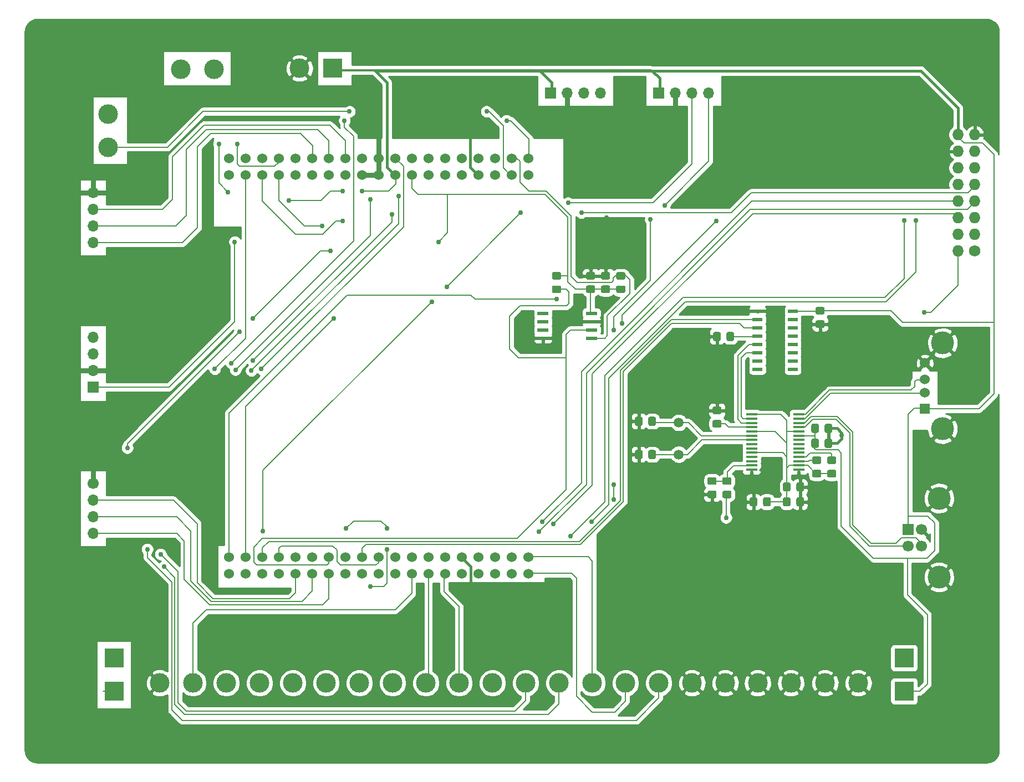
<source format=gbr>
%TF.GenerationSoftware,KiCad,Pcbnew,5.99.0+really5.1.10+dfsg1-1*%
%TF.CreationDate,2022-01-03T15:11:42+11:00*%
%TF.ProjectId,els,656c732e-6b69-4636-9164-5f7063625858,v0.1*%
%TF.SameCoordinates,PX3938700PY8a48640*%
%TF.FileFunction,Copper,L1,Top*%
%TF.FilePolarity,Positive*%
%FSLAX46Y46*%
G04 Gerber Fmt 4.6, Leading zero omitted, Abs format (unit mm)*
G04 Created by KiCad (PCBNEW 5.99.0+really5.1.10+dfsg1-1) date 2022-01-03 15:11:42*
%MOMM*%
%LPD*%
G01*
G04 APERTURE LIST*
%TA.AperFunction,ComponentPad*%
%ADD10C,3.000000*%
%TD*%
%TA.AperFunction,ComponentPad*%
%ADD11R,3.000000X3.000000*%
%TD*%
%TA.AperFunction,ComponentPad*%
%ADD12C,1.530000*%
%TD*%
%TA.AperFunction,ComponentPad*%
%ADD13C,6.400000*%
%TD*%
%TA.AperFunction,ComponentPad*%
%ADD14C,1.524000*%
%TD*%
%TA.AperFunction,ComponentPad*%
%ADD15R,1.524000X1.524000*%
%TD*%
%TA.AperFunction,ComponentPad*%
%ADD16C,3.500000*%
%TD*%
%TA.AperFunction,ComponentPad*%
%ADD17C,1.500000*%
%TD*%
%TA.AperFunction,SMDPad,CuDef*%
%ADD18R,1.750000X0.450000*%
%TD*%
%TA.AperFunction,SMDPad,CuDef*%
%ADD19R,1.500000X0.600000*%
%TD*%
%TA.AperFunction,SMDPad,CuDef*%
%ADD20R,1.750000X0.550000*%
%TD*%
%TA.AperFunction,ComponentPad*%
%ADD21C,1.700000*%
%TD*%
%TA.AperFunction,ComponentPad*%
%ADD22R,1.700000X1.700000*%
%TD*%
%TA.AperFunction,ComponentPad*%
%ADD23O,1.700000X1.700000*%
%TD*%
%TA.AperFunction,ComponentPad*%
%ADD24O,1.727200X1.727200*%
%TD*%
%TA.AperFunction,ComponentPad*%
%ADD25C,1.727200*%
%TD*%
%TA.AperFunction,ViaPad*%
%ADD26C,0.762000*%
%TD*%
%TA.AperFunction,Conductor*%
%ADD27C,0.203200*%
%TD*%
%TA.AperFunction,Conductor*%
%ADD28C,0.762000*%
%TD*%
%TA.AperFunction,Conductor*%
%ADD29C,0.406400*%
%TD*%
%TA.AperFunction,Conductor*%
%ADD30C,0.254000*%
%TD*%
%TA.AperFunction,Conductor*%
%ADD31C,0.050000*%
%TD*%
G04 APERTURE END LIST*
%TO.P,R6,2*%
%TO.N,+3V3*%
%TA.AperFunction,SMDPad,CuDef*%
G36*
G01*
X77250001Y69500000D02*
X76349999Y69500000D01*
G75*
G02*
X76100000Y69749999I0J249999D01*
G01*
X76100000Y70400001D01*
G75*
G02*
X76349999Y70650000I249999J0D01*
G01*
X77250001Y70650000D01*
G75*
G02*
X77500000Y70400001I0J-249999D01*
G01*
X77500000Y69749999D01*
G75*
G02*
X77250001Y69500000I-249999J0D01*
G01*
G37*
%TD.AperFunction*%
%TO.P,R6,1*%
%TO.N,SCL2*%
%TA.AperFunction,SMDPad,CuDef*%
G36*
G01*
X77250001Y67450000D02*
X76349999Y67450000D01*
G75*
G02*
X76100000Y67699999I0J249999D01*
G01*
X76100000Y68350001D01*
G75*
G02*
X76349999Y68600000I249999J0D01*
G01*
X77250001Y68600000D01*
G75*
G02*
X77500000Y68350001I0J-249999D01*
G01*
X77500000Y67699999D01*
G75*
G02*
X77250001Y67450000I-249999J0D01*
G01*
G37*
%TD.AperFunction*%
%TD*%
%TO.P,R1,2*%
%TO.N,+3V3*%
%TA.AperFunction,SMDPad,CuDef*%
G36*
G01*
X86149999Y68600000D02*
X87050001Y68600000D01*
G75*
G02*
X87300000Y68350001I0J-249999D01*
G01*
X87300000Y67699999D01*
G75*
G02*
X87050001Y67450000I-249999J0D01*
G01*
X86149999Y67450000D01*
G75*
G02*
X85900000Y67699999I0J249999D01*
G01*
X85900000Y68350001D01*
G75*
G02*
X86149999Y68600000I249999J0D01*
G01*
G37*
%TD.AperFunction*%
%TO.P,R1,1*%
%TO.N,SDA2*%
%TA.AperFunction,SMDPad,CuDef*%
G36*
G01*
X86149999Y70650000D02*
X87050001Y70650000D01*
G75*
G02*
X87300000Y70400001I0J-249999D01*
G01*
X87300000Y69749999D01*
G75*
G02*
X87050001Y69500000I-249999J0D01*
G01*
X86149999Y69500000D01*
G75*
G02*
X85900000Y69749999I0J249999D01*
G01*
X85900000Y70400001D01*
G75*
G02*
X86149999Y70650000I249999J0D01*
G01*
G37*
%TD.AperFunction*%
%TD*%
D10*
%TO.P,J20,2*%
%TO.N,GND*%
X97480000Y7840000D03*
%TO.P,J20,1*%
X102560000Y7840000D03*
%TD*%
%TO.P,J20,1*%
%TO.N,GND*%
X112593000Y7840000D03*
%TO.P,J20,2*%
X107513000Y7840000D03*
%TD*%
D11*
%TO.P,J22,2*%
%TO.N,+5V*%
X42616000Y101820000D03*
D10*
%TO.P,J22,1*%
%TO.N,GND*%
X37536000Y101820000D03*
%TD*%
D12*
%TO.P,U1,CN10_38*%
%TO.N,N/C*%
X26750000Y24550000D03*
%TO.P,U1,CN10_36*%
X29290000Y24550000D03*
%TO.P,U1,CN10_35*%
%TO.N,PA2*%
X29290000Y27090000D03*
%TO.P,U1,CN10_34*%
%TO.N,KP-CLK*%
X31830000Y24550000D03*
%TO.P,U1,CN10_33*%
%TO.N,USART1-RX*%
X31830000Y27090000D03*
%TO.P,U1,CN10_32*%
%TO.N,Net-(U1-PadCN10_32)*%
X34370000Y24550000D03*
%TO.P,U1,CN10_31*%
%TO.N,S-ENC-B*%
X34370000Y27090000D03*
%TO.P,U1,CN10_30*%
%TO.N,Z-ENA*%
X36910000Y24550000D03*
%TO.P,U1,CN10_29*%
%TO.N,PB5*%
X36910000Y27090000D03*
%TO.P,U1,CN10_28*%
%TO.N,Z-DIR*%
X39450000Y24550000D03*
%TO.P,U1,CN10_27*%
%TO.N,S-ENC-A*%
X39450000Y27090000D03*
%TO.P,U1,CN10_26*%
%TO.N,Z-PUL*%
X41990000Y24550000D03*
%TO.P,U1,CN10_25*%
%TO.N,SCL2*%
X41990000Y27090000D03*
%TO.P,U1,CN10_24*%
%TO.N,PB1*%
X44530000Y24550000D03*
%TO.P,U1,CN10_23*%
%TO.N,PA8*%
X44530000Y27090000D03*
%TO.P,U1,CN10_22*%
%TO.N,PB2*%
X47070000Y24550000D03*
%TO.P,U1,CN10_21*%
%TO.N,USART1-TX*%
X47070000Y27090000D03*
%TO.P,U1,CN10_20*%
%TO.N,GND*%
X49610000Y24550000D03*
%TO.P,U1,CN10_19*%
%TO.N,S-ENC-B*%
X49610000Y27090000D03*
%TO.P,U1,CN10_18*%
%TO.N,N/C*%
X52150000Y24550000D03*
%TO.P,U1,CN10_17*%
%TO.N,LCD-WR*%
X52150000Y27090000D03*
%TO.P,U1,CN10_16*%
%TO.N,PB12*%
X54690000Y24550000D03*
%TO.P,U1,CN10_15*%
%TO.N,PA7*%
X54690000Y27090000D03*
%TO.P,U1,CN10_14*%
%TO.N,PA11*%
X57230000Y24550000D03*
%TO.P,U1,CN10_13*%
%TO.N,PA6*%
X57230000Y27090000D03*
%TO.P,U1,CN10_12*%
%TO.N,PA12*%
X59770000Y24550000D03*
%TO.P,U1,CN10_11*%
%TO.N,PA5*%
X59770000Y27090000D03*
%TO.P,U1,CN10_10*%
%TO.N,N/C*%
X62310000Y24550000D03*
%TO.P,U1,CN10_9*%
%TO.N,GND*%
X62310000Y27090000D03*
%TO.P,U1,CN10_8*%
%TO.N,Net-(U1-PadCN10_8)*%
X64850000Y24550000D03*
%TO.P,U1,CN10_7*%
%TO.N,Net-(U1-PadCN10_7)*%
X64850000Y27090000D03*
%TO.P,U1,CN10_6*%
%TO.N,KP-DATA*%
X67390000Y24550000D03*
%TO.P,U1,CN10_5*%
%TO.N,LCD-RST*%
X67390000Y27090000D03*
%TO.P,U1,CN10_4*%
%TO.N,S-ENC-A*%
X69930000Y24550000D03*
%TO.P,U1,CN10_3*%
%TO.N,LCD-CS*%
X69930000Y27090000D03*
%TO.P,U1,CN10_2*%
%TO.N,PC8*%
X72470000Y24550000D03*
%TO.P,U1,CN10_37*%
%TO.N,PA3*%
X26750000Y27090000D03*
%TO.P,U1,CN10_1*%
%TO.N,PC9*%
X72470000Y27090000D03*
%TO.P,U1,CN7_38*%
%TO.N,PC0*%
X26750000Y85510000D03*
%TO.P,U1,CN7_36*%
%TO.N,PC1*%
X29290000Y85510000D03*
%TO.P,U1,CN7_35*%
%TO.N,I-ENC-A*%
X29290000Y88050000D03*
%TO.P,U1,CN7_34*%
%TO.N,LCD-RD*%
X31830000Y85510000D03*
%TO.P,U1,CN7_33*%
%TO.N,Net-(U1-PadCN7_33)*%
X31830000Y88050000D03*
%TO.P,U1,CN7_32*%
%TO.N,PA4*%
X34370000Y85510000D03*
%TO.P,U1,CN7_31*%
%TO.N,PH1*%
X34370000Y88050000D03*
%TO.P,U1,CN7_30*%
%TO.N,PA1*%
X36910000Y85510000D03*
%TO.P,U1,CN7_29*%
%TO.N,PH0*%
X36910000Y88050000D03*
%TO.P,U1,CN7_28*%
%TO.N,PA0*%
X39450000Y85510000D03*
%TO.P,U1,CN7_27*%
%TO.N,X-PUL*%
X39450000Y88050000D03*
%TO.P,U1,CN7_26*%
%TO.N,N/C*%
X41990000Y85510000D03*
%TO.P,U1,CN7_25*%
%TO.N,X-DIR*%
X41990000Y88050000D03*
%TO.P,U1,CN7_24*%
%TO.N,Net-(U1-PadCN7_24)*%
X44530000Y85510000D03*
%TO.P,U1,CN7_23*%
%TO.N,X-ENA*%
X44530000Y88050000D03*
%TO.P,U1,CN7_22*%
%TO.N,GND*%
X47070000Y85510000D03*
%TO.P,U1,CN7_21*%
%TO.N,LCD-RS*%
X47070000Y88050000D03*
%TO.P,U1,CN7_20*%
%TO.N,GND*%
X49610000Y85510000D03*
%TO.P,U1,CN7_19*%
X49610000Y88050000D03*
%TO.P,U1,CN7_18*%
%TO.N,+5V*%
X52150000Y85510000D03*
%TO.P,U1,CN7_17*%
%TO.N,PA15*%
X52150000Y88050000D03*
%TO.P,U1,CN7_16*%
%TO.N,+3V3*%
X54690000Y85510000D03*
%TO.P,U1,CN7_15*%
%TO.N,PA14*%
X54690000Y88050000D03*
%TO.P,U1,CN7_14*%
%TO.N,Net-(U1-PadCN7_14)*%
X57230000Y85510000D03*
%TO.P,U1,CN7_13*%
%TO.N,PA13*%
X57230000Y88050000D03*
%TO.P,U1,CN7_12*%
%TO.N,Net-(U1-PadCN7_12)*%
X59770000Y85510000D03*
%TO.P,U1,CN7_11*%
%TO.N,N/C*%
X59770000Y88050000D03*
%TO.P,U1,CN7_10*%
X62310000Y85510000D03*
%TO.P,U1,CN7_9*%
X62310000Y88050000D03*
%TO.P,U1,CN7_8*%
%TO.N,GND*%
X64850000Y85510000D03*
%TO.P,U1,CN7_7*%
%TO.N,Net-(U1-PadCN7_7)*%
X64850000Y88050000D03*
%TO.P,U1,CN7_6*%
%TO.N,Net-(U1-PadCN7_6)*%
X67390000Y85510000D03*
%TO.P,U1,CN7_5*%
%TO.N,Net-(U1-PadCN7_5)*%
X67390000Y88050000D03*
%TO.P,U1,CN7_4*%
%TO.N,PD2*%
X69930000Y85510000D03*
%TO.P,U1,CN7_3*%
%TO.N,SDA2*%
X69930000Y88050000D03*
%TO.P,U1,CN7_2*%
%TO.N,PC11*%
X72470000Y85510000D03*
%TO.P,U1,CN7_37*%
%TO.N,I-ENC-B*%
X26750000Y88050000D03*
%TO.P,U1,CN7_1*%
%TO.N,PC10*%
X72470000Y88050000D03*
%TD*%
D13*
%TO.P,REF\u002A\u002A,1*%
%TO.N,GND*%
X0Y0D03*
%TD*%
%TO.P,REF\u002A\u002A,1*%
%TO.N,GND*%
X140000000Y0D03*
%TD*%
%TO.P,REF\u002A\u002A,1*%
%TO.N,GND*%
X140000000Y105000000D03*
%TD*%
%TO.P,REF\u002A\u002A,1*%
%TO.N,GND*%
X0Y105000000D03*
%TD*%
D11*
%TO.P,J21,2*%
%TO.N,+5V*%
X9215000Y11650000D03*
%TO.P,J21,1*%
%TO.N,+3V3*%
X9215000Y6570000D03*
%TD*%
D10*
%TO.P,J20,2*%
%TO.N,GND*%
X117800000Y7840000D03*
%TO.P,J20,1*%
X122880000Y7840000D03*
%TD*%
D14*
%TO.P,J19,4*%
%TO.N,GND*%
X133040000Y56750000D03*
%TO.P,J19,3*%
%TO.N,DP1*%
X133040000Y54250000D03*
%TO.P,J19,2*%
%TO.N,DM1*%
X133040000Y52250000D03*
D15*
%TO.P,J19,1*%
%TO.N,+5V*%
X133040000Y49750000D03*
D16*
%TO.P,J19,5*%
%TO.N,GND*%
X135750000Y46680000D03*
X135750000Y59820000D03*
%TD*%
D17*
%TO.P,Y1,2*%
%TO.N,Net-(C12-Pad1)*%
X95448000Y47645000D03*
%TO.P,Y1,1*%
%TO.N,Net-(C11-Pad1)*%
X95448000Y42765000D03*
%TD*%
D18*
%TO.P,U4,28*%
%TO.N,DP1*%
X113780000Y48895000D03*
%TO.P,U4,27*%
%TO.N,DM1*%
X113780000Y48245000D03*
%TO.P,U4,26*%
%TO.N,DP0*%
X113780000Y47595000D03*
%TO.P,U4,25*%
%TO.N,DM0*%
X113780000Y46945000D03*
%TO.P,U4,24*%
%TO.N,AVDD*%
X113780000Y46295000D03*
%TO.P,U4,23*%
%TO.N,+5V*%
X113780000Y45645000D03*
%TO.P,U4,22*%
%TO.N,Net-(U4-Pad22)*%
X113780000Y44995000D03*
%TO.P,U4,21*%
%TO.N,Net-(U4-Pad21)*%
X113780000Y44345000D03*
%TO.P,U4,20*%
%TO.N,Net-(U4-Pad20)*%
X113780000Y43695000D03*
%TO.P,U4,19*%
%TO.N,Net-(U4-Pad19)*%
X113780000Y43045000D03*
%TO.P,U4,18*%
%TO.N,Net-(R5-Pad1)*%
X113780000Y42395000D03*
%TO.P,U4,17*%
%TO.N,Net-(R4-Pad1)*%
X113780000Y41745000D03*
%TO.P,U4,16*%
%TO.N,AVDD*%
X113780000Y41095000D03*
%TO.P,U4,15*%
%TO.N,GND*%
X113780000Y40445000D03*
%TO.P,U4,14*%
X106580000Y40445000D03*
%TO.P,U4,13*%
%TO.N,~RST*%
X106580000Y41095000D03*
%TO.P,U4,12*%
%TO.N,Net-(U4-Pad12)*%
X106580000Y41745000D03*
%TO.P,U4,11*%
%TO.N,Net-(U4-Pad11)*%
X106580000Y42395000D03*
%TO.P,U4,10*%
%TO.N,AVDD*%
X106580000Y43045000D03*
%TO.P,U4,9*%
%TO.N,Net-(U4-Pad9)*%
X106580000Y43695000D03*
%TO.P,U4,8*%
%TO.N,Net-(U4-Pad8)*%
X106580000Y44345000D03*
%TO.P,U4,7*%
%TO.N,Net-(C11-Pad1)*%
X106580000Y44995000D03*
%TO.P,U4,6*%
%TO.N,Net-(C12-Pad1)*%
X106580000Y45645000D03*
%TO.P,U4,5*%
%TO.N,AVDD*%
X106580000Y46295000D03*
%TO.P,U4,4*%
%TO.N,Net-(R3-Pad1)*%
X106580000Y46945000D03*
%TO.P,U4,3*%
%TO.N,DP2*%
X106580000Y47595000D03*
%TO.P,U4,2*%
%TO.N,DM2*%
X106580000Y48245000D03*
%TO.P,U4,1*%
%TO.N,AVDD*%
X106580000Y48895000D03*
%TD*%
D19*
%TO.P,U3,16*%
%TO.N,+5V*%
X112880000Y64672500D03*
%TO.P,U3,15*%
%TO.N,Net-(U3-Pad15)*%
X112880000Y63402500D03*
%TO.P,U3,14*%
%TO.N,Net-(U3-Pad14)*%
X112880000Y62132500D03*
%TO.P,U3,13*%
%TO.N,Net-(U3-Pad13)*%
X112880000Y60862500D03*
%TO.P,U3,12*%
%TO.N,Net-(U3-Pad12)*%
X112880000Y59592500D03*
%TO.P,U3,11*%
%TO.N,Net-(U3-Pad11)*%
X112880000Y58322500D03*
%TO.P,U3,10*%
%TO.N,Net-(U3-Pad10)*%
X112880000Y57052500D03*
%TO.P,U3,9*%
%TO.N,Net-(U3-Pad9)*%
X112880000Y55782500D03*
%TO.P,U3,8*%
%TO.N,Net-(U3-Pad8)*%
X107480000Y55782500D03*
%TO.P,U3,7*%
%TO.N,Net-(U3-Pad7)*%
X107480000Y57052500D03*
%TO.P,U3,6*%
%TO.N,DM2*%
X107480000Y58322500D03*
%TO.P,U3,5*%
%TO.N,DP2*%
X107480000Y59592500D03*
%TO.P,U3,4*%
%TO.N,Net-(C1-Pad1)*%
X107480000Y60862500D03*
%TO.P,U3,3*%
%TO.N,USART1-TX*%
X107480000Y62132500D03*
%TO.P,U3,2*%
%TO.N,USART1-RX*%
X107480000Y63402500D03*
%TO.P,U3,1*%
%TO.N,GND*%
X107480000Y64672500D03*
%TD*%
D20*
%TO.P,U2,8*%
%TO.N,+3V3*%
X82130000Y64355000D03*
%TO.P,U2,7*%
%TO.N,GND*%
X82130000Y63085000D03*
%TO.P,U2,6*%
%TO.N,SCL2*%
X82130000Y61815000D03*
%TO.P,U2,5*%
%TO.N,SDA2*%
X82130000Y60545000D03*
%TO.P,U2,4*%
%TO.N,GND*%
X74730000Y60545000D03*
%TO.P,U2,3*%
%TO.N,Net-(U2-Pad3)*%
X74730000Y61815000D03*
%TO.P,U2,2*%
%TO.N,Net-(U2-Pad2)*%
X74730000Y63085000D03*
%TO.P,U2,1*%
%TO.N,Net-(U2-Pad1)*%
X74730000Y64355000D03*
%TD*%
%TO.P,R5,2*%
%TO.N,AVDD*%
%TA.AperFunction,SMDPad,CuDef*%
G36*
G01*
X118365999Y40410000D02*
X119266001Y40410000D01*
G75*
G02*
X119516000Y40160001I0J-249999D01*
G01*
X119516000Y39509999D01*
G75*
G02*
X119266001Y39260000I-249999J0D01*
G01*
X118365999Y39260000D01*
G75*
G02*
X118116000Y39509999I0J249999D01*
G01*
X118116000Y40160001D01*
G75*
G02*
X118365999Y40410000I249999J0D01*
G01*
G37*
%TD.AperFunction*%
%TO.P,R5,1*%
%TO.N,Net-(R5-Pad1)*%
%TA.AperFunction,SMDPad,CuDef*%
G36*
G01*
X118365999Y42460000D02*
X119266001Y42460000D01*
G75*
G02*
X119516000Y42210001I0J-249999D01*
G01*
X119516000Y41559999D01*
G75*
G02*
X119266001Y41310000I-249999J0D01*
G01*
X118365999Y41310000D01*
G75*
G02*
X118116000Y41559999I0J249999D01*
G01*
X118116000Y42210001D01*
G75*
G02*
X118365999Y42460000I249999J0D01*
G01*
G37*
%TD.AperFunction*%
%TD*%
%TO.P,R4,2*%
%TO.N,AVDD*%
%TA.AperFunction,SMDPad,CuDef*%
G36*
G01*
X116079999Y40410000D02*
X116980001Y40410000D01*
G75*
G02*
X117230000Y40160001I0J-249999D01*
G01*
X117230000Y39509999D01*
G75*
G02*
X116980001Y39260000I-249999J0D01*
G01*
X116079999Y39260000D01*
G75*
G02*
X115830000Y39509999I0J249999D01*
G01*
X115830000Y40160001D01*
G75*
G02*
X116079999Y40410000I249999J0D01*
G01*
G37*
%TD.AperFunction*%
%TO.P,R4,1*%
%TO.N,Net-(R4-Pad1)*%
%TA.AperFunction,SMDPad,CuDef*%
G36*
G01*
X116079999Y42460000D02*
X116980001Y42460000D01*
G75*
G02*
X117230000Y42210001I0J-249999D01*
G01*
X117230000Y41559999D01*
G75*
G02*
X116980001Y41310000I-249999J0D01*
G01*
X116079999Y41310000D01*
G75*
G02*
X115830000Y41559999I0J249999D01*
G01*
X115830000Y42210001D01*
G75*
G02*
X116079999Y42460000I249999J0D01*
G01*
G37*
%TD.AperFunction*%
%TD*%
%TO.P,R3,2*%
%TO.N,GND*%
%TA.AperFunction,SMDPad,CuDef*%
G36*
G01*
X101740001Y48930000D02*
X100839999Y48930000D01*
G75*
G02*
X100590000Y49179999I0J249999D01*
G01*
X100590000Y49830001D01*
G75*
G02*
X100839999Y50080000I249999J0D01*
G01*
X101740001Y50080000D01*
G75*
G02*
X101990000Y49830001I0J-249999D01*
G01*
X101990000Y49179999D01*
G75*
G02*
X101740001Y48930000I-249999J0D01*
G01*
G37*
%TD.AperFunction*%
%TO.P,R3,1*%
%TO.N,Net-(R3-Pad1)*%
%TA.AperFunction,SMDPad,CuDef*%
G36*
G01*
X101740001Y46880000D02*
X100839999Y46880000D01*
G75*
G02*
X100590000Y47129999I0J249999D01*
G01*
X100590000Y47780001D01*
G75*
G02*
X100839999Y48030000I249999J0D01*
G01*
X101740001Y48030000D01*
G75*
G02*
X101990000Y47780001I0J-249999D01*
G01*
X101990000Y47129999D01*
G75*
G02*
X101740001Y46880000I-249999J0D01*
G01*
G37*
%TD.AperFunction*%
%TD*%
%TO.P,R2,2*%
%TO.N,+5V*%
%TA.AperFunction,SMDPad,CuDef*%
G36*
G01*
X102363999Y37235000D02*
X103264001Y37235000D01*
G75*
G02*
X103514000Y36985001I0J-249999D01*
G01*
X103514000Y36334999D01*
G75*
G02*
X103264001Y36085000I-249999J0D01*
G01*
X102363999Y36085000D01*
G75*
G02*
X102114000Y36334999I0J249999D01*
G01*
X102114000Y36985001D01*
G75*
G02*
X102363999Y37235000I249999J0D01*
G01*
G37*
%TD.AperFunction*%
%TO.P,R2,1*%
%TO.N,~RST*%
%TA.AperFunction,SMDPad,CuDef*%
G36*
G01*
X102363999Y39285000D02*
X103264001Y39285000D01*
G75*
G02*
X103514000Y39035001I0J-249999D01*
G01*
X103514000Y38384999D01*
G75*
G02*
X103264001Y38135000I-249999J0D01*
G01*
X102363999Y38135000D01*
G75*
G02*
X102114000Y38384999I0J249999D01*
G01*
X102114000Y39035001D01*
G75*
G02*
X102363999Y39285000I249999J0D01*
G01*
G37*
%TD.AperFunction*%
%TD*%
D16*
%TO.P,J18,5*%
%TO.N,GND*%
X135210000Y24030000D03*
X135210000Y36070000D03*
D21*
%TO.P,J18,4*%
X132500000Y31300000D03*
%TO.P,J18,3*%
%TO.N,DP0*%
X132500000Y28800000D03*
%TO.P,J18,2*%
%TO.N,DM0*%
X130500000Y28800000D03*
D22*
%TO.P,J18,1*%
%TO.N,+5V*%
X130500000Y31300000D03*
%TD*%
D23*
%TO.P,J17,4*%
%TO.N,X-PUL*%
X6040000Y75150000D03*
%TO.P,J17,3*%
%TO.N,X-DIR*%
X6040000Y77690000D03*
%TO.P,J17,2*%
%TO.N,X-ENA*%
X6040000Y80230000D03*
D21*
%TO.P,J17,1*%
%TO.N,GND*%
X6040000Y82770000D03*
%TD*%
D23*
%TO.P,J16,4*%
%TO.N,Z-PUL*%
X6040000Y30700000D03*
%TO.P,J16,3*%
%TO.N,Z-DIR*%
X6040000Y33240000D03*
%TO.P,J16,2*%
%TO.N,Z-ENA*%
X6040000Y35780000D03*
D21*
%TO.P,J16,1*%
%TO.N,GND*%
X6040000Y38320000D03*
%TD*%
D23*
%TO.P,J15,4*%
%TO.N,S-ENC-B*%
X6040000Y60672000D03*
%TO.P,J15,3*%
%TO.N,S-ENC-A*%
X6040000Y58132000D03*
%TO.P,J15,2*%
%TO.N,GND*%
X6040000Y55592000D03*
D22*
%TO.P,J15,1*%
%TO.N,+5V*%
X6040000Y53052000D03*
%TD*%
D23*
%TO.P,J14,4*%
%TO.N,I-ENC-B*%
X83510000Y98010000D03*
%TO.P,J14,3*%
%TO.N,I-ENC-A*%
X80970000Y98010000D03*
%TO.P,J14,2*%
%TO.N,GND*%
X78430000Y98010000D03*
D22*
%TO.P,J14,1*%
%TO.N,+5V*%
X75890000Y98010000D03*
%TD*%
D23*
%TO.P,J13,4*%
%TO.N,KP-DATA*%
X100020000Y98010000D03*
%TO.P,J13,3*%
%TO.N,KP-CLK*%
X97480000Y98010000D03*
%TO.P,J13,2*%
%TO.N,GND*%
X94940000Y98010000D03*
D22*
%TO.P,J13,1*%
%TO.N,+5V*%
X92400000Y98010000D03*
%TD*%
D24*
%TO.P,J12,16*%
%TO.N,+5V*%
X138120000Y91660000D03*
%TO.P,J12,15*%
%TO.N,GND*%
X140660000Y91660000D03*
%TO.P,J12,14*%
X138120000Y89120000D03*
%TO.P,J12,13*%
%TO.N,LCD-RST*%
X140660000Y89120000D03*
%TO.P,J12,12*%
%TO.N,LCD-CS*%
X138120000Y86580000D03*
%TO.P,J12,11*%
%TO.N,LCD-RS*%
X140660000Y86580000D03*
%TO.P,J12,10*%
%TO.N,LCD-WR*%
X138120000Y84040000D03*
%TO.P,J12,9*%
%TO.N,LCD-RD*%
X140660000Y84040000D03*
%TO.P,J12,8*%
%TO.N,PA7*%
X138120000Y81500000D03*
%TO.P,J12,7*%
%TO.N,PA6*%
X140660000Y81500000D03*
%TO.P,J12,6*%
%TO.N,PA5*%
X138120000Y78960000D03*
%TO.P,J12,5*%
%TO.N,PA4*%
X140660000Y78960000D03*
%TO.P,J12,4*%
%TO.N,PA3*%
X138120000Y76420000D03*
%TO.P,J12,3*%
%TO.N,PA2*%
X140660000Y76420000D03*
%TO.P,J12,2*%
%TO.N,PA1*%
X138120000Y73880000D03*
D25*
%TO.P,J12,1*%
%TO.N,PA0*%
X140660000Y73880000D03*
%TD*%
D11*
%TO.P,J11,2*%
%TO.N,+5V*%
X129865000Y6570000D03*
%TO.P,J11,1*%
%TO.N,+3V3*%
X129865000Y11650000D03*
%TD*%
D10*
%TO.P,J10,2*%
%TO.N,GND*%
X16200000Y7840000D03*
%TO.P,J10,1*%
%TO.N,PB12*%
X21280000Y7840000D03*
%TD*%
%TO.P,J9,2*%
%TO.N,PB5*%
X26360000Y7840000D03*
%TO.P,J9,1*%
%TO.N,PB1*%
X31440000Y7840000D03*
%TD*%
%TO.P,J8,2*%
%TO.N,PB2*%
X36520000Y7840000D03*
%TO.P,J8,1*%
%TO.N,PA15*%
X41600000Y7840000D03*
%TD*%
%TO.P,J7,2*%
%TO.N,PA14*%
X46680000Y7840000D03*
%TO.P,J7,1*%
%TO.N,PA13*%
X51760000Y7840000D03*
%TD*%
%TO.P,J6,2*%
%TO.N,PA11*%
X56840000Y7840000D03*
%TO.P,J6,1*%
%TO.N,PA12*%
X61920000Y7840000D03*
%TD*%
%TO.P,J5,2*%
%TO.N,PA8*%
X67000000Y7840000D03*
%TO.P,J5,1*%
%TO.N,PC11*%
X72080000Y7840000D03*
%TD*%
%TO.P,J4,2*%
%TO.N,PC10*%
X77160000Y7840000D03*
%TO.P,J4,1*%
%TO.N,PC9*%
X82240000Y7840000D03*
%TD*%
%TO.P,J3,2*%
%TO.N,PC8*%
X87320000Y7840000D03*
%TO.P,J3,1*%
%TO.N,PC1*%
X92400000Y7840000D03*
%TD*%
%TO.P,J2,2*%
%TO.N,PC0*%
X8326000Y94835000D03*
%TO.P,J2,1*%
%TO.N,PD2*%
X8326000Y89755000D03*
%TD*%
%TO.P,J1,2*%
%TO.N,PH1*%
X24455000Y101693000D03*
%TO.P,J1,1*%
%TO.N,PH0*%
X19375000Y101693000D03*
%TD*%
%TO.P,C12,2*%
%TO.N,GND*%
%TA.AperFunction,SMDPad,CuDef*%
G36*
G01*
X89918000Y48295001D02*
X89918000Y47394999D01*
G75*
G02*
X89668001Y47145000I-249999J0D01*
G01*
X89017999Y47145000D01*
G75*
G02*
X88768000Y47394999I0J249999D01*
G01*
X88768000Y48295001D01*
G75*
G02*
X89017999Y48545000I249999J0D01*
G01*
X89668001Y48545000D01*
G75*
G02*
X89918000Y48295001I0J-249999D01*
G01*
G37*
%TD.AperFunction*%
%TO.P,C12,1*%
%TO.N,Net-(C12-Pad1)*%
%TA.AperFunction,SMDPad,CuDef*%
G36*
G01*
X91968000Y48295001D02*
X91968000Y47394999D01*
G75*
G02*
X91718001Y47145000I-249999J0D01*
G01*
X91067999Y47145000D01*
G75*
G02*
X90818000Y47394999I0J249999D01*
G01*
X90818000Y48295001D01*
G75*
G02*
X91067999Y48545000I249999J0D01*
G01*
X91718001Y48545000D01*
G75*
G02*
X91968000Y48295001I0J-249999D01*
G01*
G37*
%TD.AperFunction*%
%TD*%
%TO.P,C11,2*%
%TO.N,GND*%
%TA.AperFunction,SMDPad,CuDef*%
G36*
G01*
X89918000Y43215001D02*
X89918000Y42314999D01*
G75*
G02*
X89668001Y42065000I-249999J0D01*
G01*
X89017999Y42065000D01*
G75*
G02*
X88768000Y42314999I0J249999D01*
G01*
X88768000Y43215001D01*
G75*
G02*
X89017999Y43465000I249999J0D01*
G01*
X89668001Y43465000D01*
G75*
G02*
X89918000Y43215001I0J-249999D01*
G01*
G37*
%TD.AperFunction*%
%TO.P,C11,1*%
%TO.N,Net-(C11-Pad1)*%
%TA.AperFunction,SMDPad,CuDef*%
G36*
G01*
X91968000Y43215001D02*
X91968000Y42314999D01*
G75*
G02*
X91718001Y42065000I-249999J0D01*
G01*
X91067999Y42065000D01*
G75*
G02*
X90818000Y42314999I0J249999D01*
G01*
X90818000Y43215001D01*
G75*
G02*
X91067999Y43465000I249999J0D01*
G01*
X91718001Y43465000D01*
G75*
G02*
X91968000Y43215001I0J-249999D01*
G01*
G37*
%TD.AperFunction*%
%TD*%
%TO.P,C10,2*%
%TO.N,GND*%
%TA.AperFunction,SMDPad,CuDef*%
G36*
G01*
X107444000Y35976001D02*
X107444000Y35075999D01*
G75*
G02*
X107194001Y34826000I-249999J0D01*
G01*
X106543999Y34826000D01*
G75*
G02*
X106294000Y35075999I0J249999D01*
G01*
X106294000Y35976001D01*
G75*
G02*
X106543999Y36226000I249999J0D01*
G01*
X107194001Y36226000D01*
G75*
G02*
X107444000Y35976001I0J-249999D01*
G01*
G37*
%TD.AperFunction*%
%TO.P,C10,1*%
%TO.N,AVDD*%
%TA.AperFunction,SMDPad,CuDef*%
G36*
G01*
X109494000Y35976001D02*
X109494000Y35075999D01*
G75*
G02*
X109244001Y34826000I-249999J0D01*
G01*
X108593999Y34826000D01*
G75*
G02*
X108344000Y35075999I0J249999D01*
G01*
X108344000Y35976001D01*
G75*
G02*
X108593999Y36226000I249999J0D01*
G01*
X109244001Y36226000D01*
G75*
G02*
X109494000Y35976001I0J-249999D01*
G01*
G37*
%TD.AperFunction*%
%TD*%
%TO.P,C9,2*%
%TO.N,GND*%
%TA.AperFunction,SMDPad,CuDef*%
G36*
G01*
X113424000Y35075999D02*
X113424000Y35976001D01*
G75*
G02*
X113673999Y36226000I249999J0D01*
G01*
X114324001Y36226000D01*
G75*
G02*
X114574000Y35976001I0J-249999D01*
G01*
X114574000Y35075999D01*
G75*
G02*
X114324001Y34826000I-249999J0D01*
G01*
X113673999Y34826000D01*
G75*
G02*
X113424000Y35075999I0J249999D01*
G01*
G37*
%TD.AperFunction*%
%TO.P,C9,1*%
%TO.N,AVDD*%
%TA.AperFunction,SMDPad,CuDef*%
G36*
G01*
X111374000Y35075999D02*
X111374000Y35976001D01*
G75*
G02*
X111623999Y36226000I249999J0D01*
G01*
X112274001Y36226000D01*
G75*
G02*
X112524000Y35976001I0J-249999D01*
G01*
X112524000Y35075999D01*
G75*
G02*
X112274001Y34826000I-249999J0D01*
G01*
X111623999Y34826000D01*
G75*
G02*
X111374000Y35075999I0J249999D01*
G01*
G37*
%TD.AperFunction*%
%TD*%
%TO.P,C8,2*%
%TO.N,GND*%
%TA.AperFunction,SMDPad,CuDef*%
G36*
G01*
X113424000Y37361999D02*
X113424000Y38262001D01*
G75*
G02*
X113673999Y38512000I249999J0D01*
G01*
X114324001Y38512000D01*
G75*
G02*
X114574000Y38262001I0J-249999D01*
G01*
X114574000Y37361999D01*
G75*
G02*
X114324001Y37112000I-249999J0D01*
G01*
X113673999Y37112000D01*
G75*
G02*
X113424000Y37361999I0J249999D01*
G01*
G37*
%TD.AperFunction*%
%TO.P,C8,1*%
%TO.N,AVDD*%
%TA.AperFunction,SMDPad,CuDef*%
G36*
G01*
X111374000Y37361999D02*
X111374000Y38262001D01*
G75*
G02*
X111623999Y38512000I249999J0D01*
G01*
X112274001Y38512000D01*
G75*
G02*
X112524000Y38262001I0J-249999D01*
G01*
X112524000Y37361999D01*
G75*
G02*
X112274001Y37112000I-249999J0D01*
G01*
X111623999Y37112000D01*
G75*
G02*
X111374000Y37361999I0J249999D01*
G01*
G37*
%TD.AperFunction*%
%TD*%
%TO.P,C7,2*%
%TO.N,GND*%
%TA.AperFunction,SMDPad,CuDef*%
G36*
G01*
X117742000Y44029499D02*
X117742000Y44929501D01*
G75*
G02*
X117991999Y45179500I249999J0D01*
G01*
X118642001Y45179500D01*
G75*
G02*
X118892000Y44929501I0J-249999D01*
G01*
X118892000Y44029499D01*
G75*
G02*
X118642001Y43779500I-249999J0D01*
G01*
X117991999Y43779500D01*
G75*
G02*
X117742000Y44029499I0J249999D01*
G01*
G37*
%TD.AperFunction*%
%TO.P,C7,1*%
%TO.N,+5V*%
%TA.AperFunction,SMDPad,CuDef*%
G36*
G01*
X115692000Y44029499D02*
X115692000Y44929501D01*
G75*
G02*
X115941999Y45179500I249999J0D01*
G01*
X116592001Y45179500D01*
G75*
G02*
X116842000Y44929501I0J-249999D01*
G01*
X116842000Y44029499D01*
G75*
G02*
X116592001Y43779500I-249999J0D01*
G01*
X115941999Y43779500D01*
G75*
G02*
X115692000Y44029499I0J249999D01*
G01*
G37*
%TD.AperFunction*%
%TD*%
%TO.P,C6,2*%
%TO.N,GND*%
%TA.AperFunction,SMDPad,CuDef*%
G36*
G01*
X117742000Y46315499D02*
X117742000Y47215501D01*
G75*
G02*
X117991999Y47465500I249999J0D01*
G01*
X118642001Y47465500D01*
G75*
G02*
X118892000Y47215501I0J-249999D01*
G01*
X118892000Y46315499D01*
G75*
G02*
X118642001Y46065500I-249999J0D01*
G01*
X117991999Y46065500D01*
G75*
G02*
X117742000Y46315499I0J249999D01*
G01*
G37*
%TD.AperFunction*%
%TO.P,C6,1*%
%TO.N,+5V*%
%TA.AperFunction,SMDPad,CuDef*%
G36*
G01*
X115692000Y46315499D02*
X115692000Y47215501D01*
G75*
G02*
X115941999Y47465500I249999J0D01*
G01*
X116592001Y47465500D01*
G75*
G02*
X116842000Y47215501I0J-249999D01*
G01*
X116842000Y46315499D01*
G75*
G02*
X116592001Y46065500I-249999J0D01*
G01*
X115941999Y46065500D01*
G75*
G02*
X115692000Y46315499I0J249999D01*
G01*
G37*
%TD.AperFunction*%
%TD*%
%TO.P,C5,2*%
%TO.N,GND*%
%TA.AperFunction,SMDPad,CuDef*%
G36*
G01*
X100077999Y37235000D02*
X100978001Y37235000D01*
G75*
G02*
X101228000Y36985001I0J-249999D01*
G01*
X101228000Y36334999D01*
G75*
G02*
X100978001Y36085000I-249999J0D01*
G01*
X100077999Y36085000D01*
G75*
G02*
X99828000Y36334999I0J249999D01*
G01*
X99828000Y36985001D01*
G75*
G02*
X100077999Y37235000I249999J0D01*
G01*
G37*
%TD.AperFunction*%
%TO.P,C5,1*%
%TO.N,~RST*%
%TA.AperFunction,SMDPad,CuDef*%
G36*
G01*
X100077999Y39285000D02*
X100978001Y39285000D01*
G75*
G02*
X101228000Y39035001I0J-249999D01*
G01*
X101228000Y38384999D01*
G75*
G02*
X100978001Y38135000I-249999J0D01*
G01*
X100077999Y38135000D01*
G75*
G02*
X99828000Y38384999I0J249999D01*
G01*
X99828000Y39035001D01*
G75*
G02*
X100077999Y39285000I249999J0D01*
G01*
G37*
%TD.AperFunction*%
%TD*%
%TO.P,C4,2*%
%TO.N,GND*%
%TA.AperFunction,SMDPad,CuDef*%
G36*
G01*
X116587999Y63270000D02*
X117488001Y63270000D01*
G75*
G02*
X117738000Y63020001I0J-249999D01*
G01*
X117738000Y62369999D01*
G75*
G02*
X117488001Y62120000I-249999J0D01*
G01*
X116587999Y62120000D01*
G75*
G02*
X116338000Y62369999I0J249999D01*
G01*
X116338000Y63020001D01*
G75*
G02*
X116587999Y63270000I249999J0D01*
G01*
G37*
%TD.AperFunction*%
%TO.P,C4,1*%
%TO.N,+5V*%
%TA.AperFunction,SMDPad,CuDef*%
G36*
G01*
X116587999Y65320000D02*
X117488001Y65320000D01*
G75*
G02*
X117738000Y65070001I0J-249999D01*
G01*
X117738000Y64419999D01*
G75*
G02*
X117488001Y64170000I-249999J0D01*
G01*
X116587999Y64170000D01*
G75*
G02*
X116338000Y64419999I0J249999D01*
G01*
X116338000Y65070001D01*
G75*
G02*
X116587999Y65320000I249999J0D01*
G01*
G37*
%TD.AperFunction*%
%TD*%
%TO.P,C3,2*%
%TO.N,GND*%
%TA.AperFunction,SMDPad,CuDef*%
G36*
G01*
X84722001Y69504000D02*
X83821999Y69504000D01*
G75*
G02*
X83572000Y69753999I0J249999D01*
G01*
X83572000Y70404001D01*
G75*
G02*
X83821999Y70654000I249999J0D01*
G01*
X84722001Y70654000D01*
G75*
G02*
X84972000Y70404001I0J-249999D01*
G01*
X84972000Y69753999D01*
G75*
G02*
X84722001Y69504000I-249999J0D01*
G01*
G37*
%TD.AperFunction*%
%TO.P,C3,1*%
%TO.N,+3V3*%
%TA.AperFunction,SMDPad,CuDef*%
G36*
G01*
X84722001Y67454000D02*
X83821999Y67454000D01*
G75*
G02*
X83572000Y67703999I0J249999D01*
G01*
X83572000Y68354001D01*
G75*
G02*
X83821999Y68604000I249999J0D01*
G01*
X84722001Y68604000D01*
G75*
G02*
X84972000Y68354001I0J-249999D01*
G01*
X84972000Y67703999D01*
G75*
G02*
X84722001Y67454000I-249999J0D01*
G01*
G37*
%TD.AperFunction*%
%TD*%
%TO.P,C2,2*%
%TO.N,GND*%
%TA.AperFunction,SMDPad,CuDef*%
G36*
G01*
X82436001Y69504000D02*
X81535999Y69504000D01*
G75*
G02*
X81286000Y69753999I0J249999D01*
G01*
X81286000Y70404001D01*
G75*
G02*
X81535999Y70654000I249999J0D01*
G01*
X82436001Y70654000D01*
G75*
G02*
X82686000Y70404001I0J-249999D01*
G01*
X82686000Y69753999D01*
G75*
G02*
X82436001Y69504000I-249999J0D01*
G01*
G37*
%TD.AperFunction*%
%TO.P,C2,1*%
%TO.N,+3V3*%
%TA.AperFunction,SMDPad,CuDef*%
G36*
G01*
X82436001Y67454000D02*
X81535999Y67454000D01*
G75*
G02*
X81286000Y67703999I0J249999D01*
G01*
X81286000Y68354001D01*
G75*
G02*
X81535999Y68604000I249999J0D01*
G01*
X82436001Y68604000D01*
G75*
G02*
X82686000Y68354001I0J-249999D01*
G01*
X82686000Y67703999D01*
G75*
G02*
X82436001Y67454000I-249999J0D01*
G01*
G37*
%TD.AperFunction*%
%TD*%
%TO.P,C1,2*%
%TO.N,GND*%
%TA.AperFunction,SMDPad,CuDef*%
G36*
G01*
X101856000Y61249001D02*
X101856000Y60348999D01*
G75*
G02*
X101606001Y60099000I-249999J0D01*
G01*
X100955999Y60099000D01*
G75*
G02*
X100706000Y60348999I0J249999D01*
G01*
X100706000Y61249001D01*
G75*
G02*
X100955999Y61499000I249999J0D01*
G01*
X101606001Y61499000D01*
G75*
G02*
X101856000Y61249001I0J-249999D01*
G01*
G37*
%TD.AperFunction*%
%TO.P,C1,1*%
%TO.N,Net-(C1-Pad1)*%
%TA.AperFunction,SMDPad,CuDef*%
G36*
G01*
X103906000Y61249001D02*
X103906000Y60348999D01*
G75*
G02*
X103656001Y60099000I-249999J0D01*
G01*
X103005999Y60099000D01*
G75*
G02*
X102756000Y60348999I0J249999D01*
G01*
X102756000Y61249001D01*
G75*
G02*
X103005999Y61499000I249999J0D01*
G01*
X103656001Y61499000D01*
G75*
G02*
X103906000Y61249001I0J-249999D01*
G01*
G37*
%TD.AperFunction*%
%TD*%
D26*
%TO.N,GND*%
X71572000Y59402000D03*
X84399000Y78960000D03*
X63698000Y20413000D03*
X120340000Y45686000D03*
%TO.N,+3V3*%
X11247000Y43781000D03*
X28392000Y61561000D03*
X42235000Y73880000D03*
X58745000Y75277000D03*
X30424000Y63593000D03*
%TO.N,+5V*%
X27630000Y75277000D03*
X35885000Y81627000D03*
X44140000Y83024000D03*
X47061000Y83024000D03*
X102687000Y33113000D03*
%TO.N,PH1*%
X28011000Y90263000D03*
%TO.N,PH0*%
X26614000Y82897000D03*
X25217000Y90263000D03*
%TO.N,PD2*%
X66111000Y95216000D03*
X45156000Y95216000D03*
%TO.N,PC1*%
X14295000Y28287000D03*
X24582000Y55846000D03*
%TO.N,PC10*%
X16835000Y25620000D03*
X27122000Y56735000D03*
X69159000Y93819000D03*
X44394000Y93819000D03*
%TO.N,PA8*%
X48331000Y22572000D03*
X50871000Y28287000D03*
X44648000Y31462000D03*
X50871000Y31462000D03*
%TO.N,PC11*%
X16327000Y27525000D03*
X27757000Y55719000D03*
X48331000Y81754000D03*
%TO.N,PA14*%
X30170000Y55592000D03*
X52649000Y82262000D03*
%TO.N,PA13*%
X30424000Y57116000D03*
X51633000Y79468000D03*
%TO.N,PA15*%
X31694000Y55846000D03*
%TO.N,LCD-RST*%
X131643000Y78579000D03*
X82113000Y32478000D03*
%TO.N,LCD-CS*%
X129865000Y78579000D03*
X78938000Y30319000D03*
%TO.N,LCD-WR*%
X101163000Y78452000D03*
X86812000Y62831000D03*
%TO.N,LCD-RD*%
X80589000Y79722000D03*
X44140000Y78452000D03*
%TO.N,KP-DATA*%
X93289000Y80865000D03*
X91130000Y78706000D03*
X85542000Y61815000D03*
X85542000Y38193000D03*
X85542000Y35907000D03*
%TO.N,KP-CLK*%
X78557000Y81246000D03*
X71318000Y79722000D03*
X60015000Y68419000D03*
X57729000Y66133000D03*
X31948000Y31081000D03*
%TO.N,PA7*%
X74620000Y32478000D03*
%TO.N,PA6*%
X74112000Y30954000D03*
%TO.N,PA5*%
X76334500Y32160500D03*
%TO.N,PA4*%
X40965000Y77690000D03*
%TO.N,PA3*%
X76779000Y66514000D03*
%TO.N,PA2*%
X42743000Y63593000D03*
%TO.N,PA1*%
X132913000Y64482000D03*
%TD*%
D27*
%TO.N,GND*%
X72715000Y60545000D02*
X71572000Y59402000D01*
X74730000Y60545000D02*
X72715000Y60545000D01*
X118317000Y44479500D02*
X119641500Y44479500D01*
X113780000Y40445000D02*
X113780000Y39546000D01*
X113780000Y39546000D02*
X113990000Y39336000D01*
X113990000Y39336000D02*
X113990000Y37812000D01*
X113990000Y37812000D02*
X113990000Y37939000D01*
X106580000Y40445000D02*
X106580000Y38364000D01*
X106580000Y38364000D02*
X106878000Y38066000D01*
X106878000Y38066000D02*
X106878000Y35526000D01*
X74730000Y60545000D02*
X76017000Y60545000D01*
X76017000Y60545000D02*
X78557000Y63085000D01*
X78557000Y63085000D02*
X81986000Y63085000D01*
X81986000Y63085000D02*
X81986000Y62958000D01*
X81986000Y76547000D02*
X84399000Y78960000D01*
X81986000Y70079000D02*
X81986000Y76547000D01*
D28*
X49610000Y85510000D02*
X49610000Y88095000D01*
X49610000Y88095000D02*
X49601000Y88104000D01*
X49610000Y85510000D02*
X47007000Y85510000D01*
X47007000Y85510000D02*
X46934000Y85437000D01*
X49610000Y88050000D02*
X49610000Y92032000D01*
D29*
X64850000Y85510000D02*
X64768000Y85510000D01*
X64768000Y85510000D02*
X63571000Y86707000D01*
X63571000Y86707000D02*
X63571000Y92041000D01*
X62310000Y27090000D02*
X62310000Y27008000D01*
X62310000Y27008000D02*
X63698000Y25620000D01*
X63698000Y25620000D02*
X63698000Y20413000D01*
D28*
X78430000Y98010000D02*
X78430000Y95470000D01*
X94940000Y98010000D02*
X94940000Y94200000D01*
X6040000Y55592000D02*
X2992000Y55592000D01*
X6040000Y55592000D02*
X9088000Y55592000D01*
X6040000Y38320000D02*
X6040000Y41495000D01*
X6040000Y82770000D02*
X8580000Y82770000D01*
X6040000Y82770000D02*
X2865000Y82770000D01*
X6040000Y82770000D02*
X6040000Y85310000D01*
D29*
X119641500Y44479500D02*
X118498500Y44479500D01*
X118498500Y44479500D02*
X118435000Y44543000D01*
X120340000Y45178000D02*
X119641500Y44479500D01*
X120340000Y45686000D02*
X120340000Y45178000D01*
X119641500Y46765500D02*
X118317000Y46765500D01*
X120340000Y46067000D02*
X119641500Y46765500D01*
X120340000Y45686000D02*
X120340000Y46067000D01*
D27*
%TO.N,Net-(C1-Pad1)*%
X103331000Y60799000D02*
X107513000Y60799000D01*
%TO.N,+3V3*%
X81986000Y68029000D02*
X81986000Y64355000D01*
X81986000Y68029000D02*
X84217500Y68029000D01*
X81986000Y68029000D02*
X79645500Y68029000D01*
X79645500Y68029000D02*
X78493500Y69181000D01*
X78493500Y79023500D02*
X75001000Y82516000D01*
X55633500Y82516000D02*
X54681000Y83468500D01*
X54681000Y83468500D02*
X54681000Y85500500D01*
X9215000Y6570000D02*
X7564000Y6570000D01*
X11247000Y43781000D02*
X11247000Y44416000D01*
X11247000Y44416000D02*
X28392000Y61561000D01*
X60142000Y76674000D02*
X60142000Y82516000D01*
X58745000Y75277000D02*
X60142000Y76674000D01*
X60142000Y82516000D02*
X55633500Y82516000D01*
X75001000Y82516000D02*
X60142000Y82516000D01*
X40711000Y73880000D02*
X42235000Y73880000D01*
X30424000Y63593000D02*
X40711000Y73880000D01*
X84272000Y68029000D02*
X86521000Y68029000D01*
X86521000Y68029000D02*
X86650000Y67900000D01*
X78475000Y70075000D02*
X78493500Y70093500D01*
X76800000Y70075000D02*
X78475000Y70075000D01*
X78493500Y70093500D02*
X78493500Y79023500D01*
X78493500Y69181000D02*
X78493500Y70093500D01*
%TO.N,+5V*%
X116267000Y44425000D02*
X116276000Y44434000D01*
X113780000Y45645000D02*
X116171500Y45645000D01*
X116171500Y45645000D02*
X116267000Y45740500D01*
X116267000Y45740500D02*
X116267000Y44425000D01*
X116267000Y46765500D02*
X116267000Y45740500D01*
X130500000Y48924500D02*
X131389000Y49813500D01*
X131389000Y49813500D02*
X133103500Y49813500D01*
X120276500Y43019000D02*
X119832000Y43463500D01*
X119832000Y43463500D02*
X116403000Y43463500D01*
X116403000Y43463500D02*
X116212500Y43654000D01*
X116212500Y43654000D02*
X116212500Y44479500D01*
X120276500Y38510500D02*
X120276500Y31779500D01*
X120276500Y38383500D02*
X120276500Y38510500D01*
X120276500Y38510500D02*
X120276500Y43019000D01*
X120276500Y31779500D02*
X125166000Y26890000D01*
X133357500Y26890000D02*
X134564000Y28096500D01*
X134564000Y28096500D02*
X134564000Y32287500D01*
X134564000Y32287500D02*
X133484500Y33367000D01*
X130500000Y33367000D02*
X130500000Y48924500D01*
X133484500Y33367000D02*
X130500000Y33367000D01*
X130500000Y31300000D02*
X130500000Y33367000D01*
X112880000Y64672500D02*
X117038000Y64672500D01*
X117038000Y64672500D02*
X117101500Y64736000D01*
X138120000Y91660000D02*
X138120000Y91279000D01*
X138120000Y91279000D02*
X139009000Y90390000D01*
X139009000Y90390000D02*
X141803000Y90390000D01*
X141803000Y90390000D02*
X143581000Y88612000D01*
X143581000Y52036000D02*
X141295000Y49750000D01*
X141295000Y49750000D02*
X132913000Y49750000D01*
X74112000Y101566000D02*
X76017000Y99661000D01*
X74112000Y101566000D02*
X91257000Y101566000D01*
X92527000Y100296000D02*
X92527000Y97883000D01*
X91320500Y101502500D02*
X132341500Y101502500D01*
X91257000Y101566000D02*
X91320500Y101502500D01*
X91320500Y101502500D02*
X92527000Y100296000D01*
X132341500Y101502500D02*
X138120000Y95724000D01*
X138120000Y95724000D02*
X138120000Y91660000D01*
X138120000Y91660000D02*
X138247000Y91533000D01*
X117038000Y64745000D02*
X127824000Y64745000D01*
X127824000Y64745000D02*
X129611000Y62958000D01*
X143581000Y62958000D02*
X143581000Y52036000D01*
X129611000Y62958000D02*
X143581000Y62958000D01*
X143581000Y88612000D02*
X143581000Y62958000D01*
X42870000Y101566000D02*
X74112000Y101566000D01*
X42616000Y101820000D02*
X42870000Y101566000D01*
X42870000Y101439000D02*
X49093000Y101439000D01*
X50871000Y86707000D02*
X52141000Y85437000D01*
X42616000Y101693000D02*
X42870000Y101439000D01*
X129865000Y6570000D02*
X132278000Y6570000D01*
X132278000Y6570000D02*
X133421000Y7713000D01*
X133421000Y7713000D02*
X133421000Y18254000D01*
X130373000Y21302000D02*
X130373000Y26890000D01*
X130373000Y26890000D02*
X133357500Y26890000D01*
X133421000Y18254000D02*
X130373000Y21302000D01*
X125166000Y26890000D02*
X130373000Y26890000D01*
X6040000Y53052000D02*
X17597000Y53052000D01*
X27630000Y63085000D02*
X27630000Y75277000D01*
X17597000Y53052000D02*
X27630000Y63085000D01*
X35885000Y81627000D02*
X40838000Y81627000D01*
X42235000Y83024000D02*
X44140000Y83024000D01*
X40838000Y81627000D02*
X42235000Y83024000D01*
X47061000Y83024000D02*
X51125000Y83024000D01*
X51125000Y83024000D02*
X52268000Y84167000D01*
X52268000Y84167000D02*
X52268000Y85437000D01*
X102687000Y33113000D02*
X102687000Y36542000D01*
D29*
X49093000Y101439000D02*
X50871000Y99661000D01*
X50871000Y99661000D02*
X50871000Y86707000D01*
X50871000Y86707000D02*
X50871000Y86704000D01*
X50871000Y86704000D02*
X52000000Y85575000D01*
X52000000Y85575000D02*
X52025000Y85575000D01*
X74239000Y101439000D02*
X76017000Y99661000D01*
X49093000Y101439000D02*
X74239000Y101439000D01*
X76017000Y99533000D02*
X76017000Y97758000D01*
D27*
X76017000Y99661000D02*
X76017000Y99533000D01*
X76017000Y99533000D02*
X76017000Y97756000D01*
D29*
X76017000Y97758000D02*
X76050000Y97791000D01*
X91384000Y101439000D02*
X92527000Y100296000D01*
X74239000Y101439000D02*
X91384000Y101439000D01*
X92527000Y100296000D02*
X92527000Y98077000D01*
X92527000Y98077000D02*
X92500000Y98050000D01*
X132405000Y101439000D02*
X138120000Y95724000D01*
X91384000Y101439000D02*
X132405000Y101439000D01*
X138120000Y95724000D02*
X138120000Y91655000D01*
X138120000Y91655000D02*
X138150000Y91625000D01*
D27*
%TO.N,~RST*%
X100528000Y38710000D02*
X102932000Y38710000D01*
X102932000Y38710000D02*
X102877500Y38764500D01*
X102877500Y38764500D02*
X102877500Y40098000D01*
X102877500Y40098000D02*
X103830000Y41050500D01*
X103830000Y41050500D02*
X106370000Y41050500D01*
%TO.N,AVDD*%
X108919000Y35526000D02*
X111894500Y35526000D01*
X111949000Y35526000D02*
X111949000Y37803000D01*
X116530000Y39835000D02*
X118743500Y39835000D01*
X111949000Y37812000D02*
X111949000Y40724000D01*
X111949000Y40724000D02*
X112339000Y41114000D01*
X112339000Y41114000D02*
X113799500Y41114000D01*
X113780000Y41095000D02*
X115152000Y41095000D01*
X115152000Y41095000D02*
X116466500Y39780500D01*
X111342500Y43045000D02*
X111949000Y42438500D01*
X106580000Y43045000D02*
X111342500Y43045000D01*
X111949000Y40724000D02*
X111949000Y42438500D01*
X110206000Y46295000D02*
X111949000Y44552000D01*
X106580000Y46295000D02*
X110206000Y46295000D01*
X111949000Y42438500D02*
X111949000Y44552000D01*
X106580000Y48895000D02*
X111035000Y48895000D01*
X111035000Y48895000D02*
X111949000Y47981000D01*
X111949000Y46266500D02*
X113536500Y46266500D01*
X111949000Y47981000D02*
X111949000Y46266500D01*
X111949000Y46266500D02*
X111949000Y44552000D01*
%TO.N,Net-(C11-Pad1)*%
X91393000Y42765000D02*
X95448000Y42765000D01*
X99004000Y44987500D02*
X106370000Y44987500D01*
X96781500Y42765000D02*
X99004000Y44987500D01*
X95448000Y42765000D02*
X96781500Y42765000D01*
%TO.N,Net-(C12-Pad1)*%
X91583500Y47654500D02*
X95448000Y47654500D01*
X91393000Y47845000D02*
X91583500Y47654500D01*
X98940500Y45622500D02*
X106243000Y45622500D01*
X96918000Y47645000D02*
X98940500Y45622500D01*
X95448000Y47645000D02*
X96918000Y47645000D01*
%TO.N,PH1*%
X34361000Y88231000D02*
X34488000Y88231000D01*
X34361000Y87469000D02*
X34361000Y88231000D01*
X28392000Y86834000D02*
X33726000Y86834000D01*
X28011000Y87215000D02*
X28392000Y86834000D01*
X33726000Y86834000D02*
X34361000Y87469000D01*
X28011000Y90263000D02*
X28011000Y87215000D01*
%TO.N,PH0*%
X25217000Y84294000D02*
X26614000Y82897000D01*
X25217000Y90263000D02*
X25217000Y84294000D01*
%TO.N,PD2*%
X66111000Y95216000D02*
X66492000Y95216000D01*
X66492000Y95216000D02*
X68651000Y93057000D01*
X68651000Y93057000D02*
X68651000Y86580000D01*
X68651000Y86580000D02*
X69794000Y85437000D01*
X17343000Y89755000D02*
X8326000Y89755000D01*
X22804000Y95216000D02*
X17343000Y89755000D01*
X45156000Y95216000D02*
X22804000Y95216000D01*
%TO.N,PC8*%
X87320000Y7840000D02*
X87320000Y5046000D01*
X87320000Y5046000D02*
X85669000Y3395000D01*
X85669000Y3395000D02*
X82240000Y3395000D01*
X82240000Y3395000D02*
X79827000Y5808000D01*
X79827000Y5808000D02*
X79827000Y23842000D01*
X79827000Y23842000D02*
X79065000Y24604000D01*
X79065000Y24604000D02*
X72461000Y24604000D01*
%TO.N,PC1*%
X92400000Y7840000D02*
X92400000Y5554000D01*
X92400000Y5554000D02*
X88971000Y2125000D01*
X88971000Y2125000D02*
X19629000Y2125000D01*
X19629000Y2125000D02*
X18079590Y3674410D01*
X18079590Y3674410D02*
X18079590Y23232410D01*
X14295000Y27017000D02*
X14295000Y28287000D01*
X18079590Y23232410D02*
X14295000Y27017000D01*
X24582000Y55846000D02*
X29281000Y60545000D01*
X29281000Y60545000D02*
X29281000Y85437000D01*
X29281000Y85437000D02*
X29408000Y85564000D01*
%TO.N,PC10*%
X69159000Y93819000D02*
X69794000Y93819000D01*
X69794000Y93819000D02*
X72588000Y91025000D01*
X72588000Y91025000D02*
X72588000Y87977000D01*
X72588000Y87977000D02*
X72588000Y88104000D01*
X72588000Y88104000D02*
X72461000Y88104000D01*
X18486000Y23969000D02*
X16835000Y25620000D01*
X18486000Y4538000D02*
X18486000Y23969000D01*
X20010000Y3014000D02*
X18486000Y4538000D01*
X75509000Y3014000D02*
X20010000Y3014000D01*
X77160000Y4665000D02*
X75509000Y3014000D01*
X77160000Y7840000D02*
X77160000Y4665000D01*
X45791000Y75404000D02*
X27122000Y56735000D01*
X44394000Y92803000D02*
X45791000Y91406000D01*
X44394000Y93819000D02*
X44394000Y92803000D01*
X45791000Y91406000D02*
X45791000Y75404000D01*
%TO.N,PC9*%
X82240000Y7840000D02*
X82240000Y26509000D01*
X82240000Y26509000D02*
X81605000Y27144000D01*
X81605000Y27144000D02*
X72461000Y27144000D01*
%TO.N,PA8*%
X48331000Y22572000D02*
X50363000Y22572000D01*
X50871000Y23080000D02*
X50871000Y28287000D01*
X50363000Y22572000D02*
X50871000Y23080000D01*
X45791000Y32605000D02*
X44648000Y31462000D01*
X50871000Y31716000D02*
X49982000Y32605000D01*
X50871000Y31462000D02*
X50871000Y31716000D01*
X49982000Y32605000D02*
X45791000Y32605000D01*
%TO.N,PC11*%
X72080000Y7840000D02*
X72080000Y5173000D01*
X72080000Y5173000D02*
X70429000Y3522000D01*
X70429000Y3522000D02*
X20264000Y3522000D01*
X20264000Y3522000D02*
X18994000Y4792000D01*
X18994000Y4792000D02*
X18994000Y24858000D01*
X18994000Y24858000D02*
X16327000Y27525000D01*
X48331000Y76293000D02*
X48331000Y81754000D01*
X27757000Y55719000D02*
X48331000Y76293000D01*
%TO.N,PA12*%
X61920000Y7840000D02*
X61920000Y19524000D01*
X61920000Y19524000D02*
X59634000Y21810000D01*
X59634000Y21810000D02*
X59634000Y24477000D01*
X59634000Y24477000D02*
X59634000Y24350000D01*
%TO.N,PA11*%
X57221000Y8221000D02*
X57221000Y24477000D01*
X56840000Y7840000D02*
X57221000Y8221000D01*
%TO.N,PA14*%
X52649000Y78071000D02*
X30170000Y55592000D01*
X52649000Y82262000D02*
X52649000Y78071000D01*
%TO.N,PA13*%
X51633000Y78325000D02*
X51633000Y79468000D01*
X30424000Y57116000D02*
X51633000Y78325000D01*
%TO.N,PA15*%
X31694000Y55846000D02*
X53411000Y77563000D01*
X53411000Y77563000D02*
X53411000Y86834000D01*
X53411000Y86834000D02*
X52268000Y87977000D01*
%TO.N,PB12*%
X21280000Y7840000D02*
X21280000Y16984000D01*
X21280000Y16984000D02*
X23312000Y19016000D01*
X23312000Y19016000D02*
X52141000Y19016000D01*
X52141000Y19016000D02*
X54681000Y21556000D01*
X54681000Y21556000D02*
X54681000Y24477000D01*
%TO.N,LCD-RST*%
X131643000Y70705000D02*
X131643000Y78579000D01*
X127071000Y66133000D02*
X131643000Y70705000D01*
X96464000Y66133000D02*
X127071000Y66133000D01*
X84780000Y54449000D02*
X96464000Y66133000D01*
X84780000Y35145000D02*
X84780000Y54449000D01*
X82113000Y32478000D02*
X84780000Y35145000D01*
%TO.N,LCD-CS*%
X129865000Y69689000D02*
X129865000Y78579000D01*
X126944000Y66768000D02*
X129865000Y69689000D01*
X96083000Y66768000D02*
X126944000Y66768000D01*
X84145000Y54830000D02*
X96083000Y66768000D01*
X84145000Y35526000D02*
X84145000Y54830000D01*
X78938000Y30319000D02*
X84145000Y35526000D01*
%TO.N,LCD-RS*%
X140660000Y86580000D02*
X140660000Y86453000D01*
%TO.N,LCD-WR*%
X86812000Y64101000D02*
X86812000Y62831000D01*
X101163000Y78452000D02*
X86812000Y64101000D01*
%TO.N,LCD-RD*%
X106497000Y82770000D02*
X139644000Y82770000D01*
X140660000Y83786000D02*
X140660000Y84040000D01*
X139644000Y82770000D02*
X140660000Y83786000D01*
X103449000Y79722000D02*
X106497000Y82770000D01*
X80589000Y79722000D02*
X103449000Y79722000D01*
X31821000Y85564000D02*
X31821000Y85437000D01*
X31821000Y81500000D02*
X31821000Y85564000D01*
X36901000Y76420000D02*
X31821000Y81500000D01*
X41092000Y76420000D02*
X36901000Y76420000D01*
X43124000Y78452000D02*
X41092000Y76420000D01*
X44140000Y78452000D02*
X43124000Y78452000D01*
%TO.N,KP-DATA*%
X100020000Y87596000D02*
X93289000Y80865000D01*
X100020000Y98010000D02*
X100020000Y87596000D01*
X85542000Y38193000D02*
X85542000Y35907000D01*
X85542000Y63842000D02*
X85542000Y61815000D01*
X91130000Y69430000D02*
X85542000Y63842000D01*
X91130000Y78706000D02*
X91130000Y69430000D01*
%TO.N,KP-CLK*%
X97480000Y98010000D02*
X97480000Y87215000D01*
X91511000Y81246000D02*
X78557000Y81246000D01*
X97480000Y87215000D02*
X91511000Y81246000D01*
X71318000Y79722000D02*
X60015000Y68419000D01*
X31948000Y40352000D02*
X31948000Y31081000D01*
X57729000Y66133000D02*
X31948000Y40352000D01*
%TO.N,S-ENC-B*%
X49610000Y27090000D02*
X49610000Y26264000D01*
X49610000Y26264000D02*
X49220000Y25874000D01*
X49220000Y25874000D02*
X43759000Y25874000D01*
X43759000Y25874000D02*
X43251000Y26382000D01*
X43251000Y26382000D02*
X43251000Y28160000D01*
X43251000Y28160000D02*
X42616000Y28795000D01*
X42616000Y28795000D02*
X34742000Y28795000D01*
X34742000Y28795000D02*
X34361000Y28414000D01*
X34361000Y28414000D02*
X34361000Y27144000D01*
%TO.N,Z-PUL*%
X42044500Y20730500D02*
X42044500Y24477000D01*
X41092000Y19778000D02*
X42044500Y20730500D01*
X19946500Y23651500D02*
X23820000Y19778000D01*
X23820000Y19778000D02*
X41092000Y19778000D01*
X19946500Y29557000D02*
X19946500Y23651500D01*
X18803500Y30700000D02*
X19946500Y29557000D01*
X6040000Y30700000D02*
X18803500Y30700000D01*
%TO.N,Z-DIR*%
X39504500Y21873500D02*
X39504500Y24731000D01*
X20962500Y23397500D02*
X24074000Y20286000D01*
X20962500Y31081000D02*
X20962500Y23397500D01*
X37917000Y20286000D02*
X39504500Y21873500D01*
X24074000Y20286000D02*
X37917000Y20286000D01*
X18803500Y33240000D02*
X20962500Y31081000D01*
X6040000Y33240000D02*
X18803500Y33240000D01*
%TO.N,Z-ENA*%
X6040000Y35780000D02*
X18295500Y35780000D01*
X18295500Y35780000D02*
X21915000Y32160500D01*
X21915000Y32160500D02*
X21915000Y23143500D01*
X21915000Y23143500D02*
X24328000Y20730500D01*
X24328000Y20730500D02*
X36012000Y20730500D01*
X36012000Y20730500D02*
X36901000Y21619500D01*
X36901000Y21619500D02*
X36901000Y24477000D01*
%TO.N,X-PUL*%
X39568000Y87913500D02*
X39631500Y87913500D01*
X37726500Y91850500D02*
X39568000Y90009000D01*
X21978500Y89818500D02*
X24010500Y91850500D01*
X24010500Y91850500D02*
X37726500Y91850500D01*
X21978500Y77436000D02*
X21978500Y89818500D01*
X39568000Y90009000D02*
X39568000Y87913500D01*
X19692500Y75150000D02*
X21978500Y77436000D01*
X6040000Y75150000D02*
X19692500Y75150000D01*
%TO.N,X-DIR*%
X42044500Y90707500D02*
X42044500Y87977000D01*
X40330000Y92422000D02*
X42044500Y90707500D01*
X20264000Y89374000D02*
X23312000Y92422000D01*
X20264000Y79341000D02*
X20264000Y89374000D01*
X18613000Y77690000D02*
X20264000Y79341000D01*
X23312000Y92422000D02*
X40330000Y92422000D01*
X6040000Y77690000D02*
X18613000Y77690000D01*
%TO.N,X-ENA*%
X44584500Y90707500D02*
X44584500Y88040500D01*
X42171500Y93120500D02*
X44584500Y90707500D01*
X22931000Y93120500D02*
X42171500Y93120500D01*
X18105000Y88294500D02*
X22931000Y93120500D01*
X18105000Y81754000D02*
X18105000Y88294500D01*
X16581000Y80230000D02*
X18105000Y81754000D01*
X6040000Y80230000D02*
X16581000Y80230000D01*
%TO.N,DP0*%
X129484000Y30065000D02*
X131643000Y30065000D01*
X128620410Y29201410D02*
X129484000Y30065000D01*
X124785000Y29201410D02*
X128620410Y29201410D01*
X132532000Y29176000D02*
X132532000Y28795000D01*
X122024375Y31962035D02*
X124785000Y29201410D01*
X115666409Y48568909D02*
X119682841Y48568909D01*
X122024375Y46227375D02*
X122024375Y31962035D01*
X119682841Y48568909D02*
X122024375Y46227375D01*
X114692500Y47595000D02*
X115666409Y48568909D01*
X131643000Y30065000D02*
X132532000Y29176000D01*
X113780000Y47595000D02*
X114692500Y47595000D01*
%TO.N,DM0*%
X124594500Y28795000D02*
X130500000Y28795000D01*
X121610000Y31779500D02*
X124594500Y28795000D01*
X121610000Y46067000D02*
X121610000Y31779500D01*
X119514500Y48162500D02*
X121610000Y46067000D01*
X115958500Y48162500D02*
X119514500Y48162500D01*
X114741000Y46945000D02*
X115958500Y48162500D01*
X113780000Y46945000D02*
X114741000Y46945000D01*
%TO.N,DP2*%
X107480000Y59592500D02*
X106179500Y59592500D01*
X106179500Y59592500D02*
X104465000Y57878000D01*
X104465000Y57878000D02*
X104465000Y48162500D01*
X104465000Y48162500D02*
X105036500Y47591000D01*
X105036500Y47591000D02*
X106560500Y47591000D01*
%TO.N,DM2*%
X105290500Y48226000D02*
X106560500Y48226000D01*
X104973000Y57560500D02*
X104973000Y48543500D01*
X104973000Y48543500D02*
X105290500Y48226000D01*
X105735000Y58322500D02*
X104973000Y57560500D01*
X107480000Y58322500D02*
X105735000Y58322500D01*
%TO.N,Net-(R3-Pad1)*%
X106116000Y46956000D02*
X106179500Y46892500D01*
X103068000Y46956000D02*
X106116000Y46956000D01*
X102569000Y47455000D02*
X103068000Y46956000D01*
X101290000Y47455000D02*
X102569000Y47455000D01*
%TO.N,Net-(R4-Pad1)*%
X116530000Y41885000D02*
X115459500Y41885000D01*
X115459500Y41885000D02*
X115260000Y41685500D01*
X115260000Y41685500D02*
X113990000Y41685500D01*
X113990000Y41685500D02*
X114053500Y41685500D01*
%TO.N,Net-(R5-Pad1)*%
X118816000Y42828500D02*
X118816000Y41939500D01*
X118625500Y43019000D02*
X118816000Y42828500D01*
X114890000Y42395000D02*
X115514000Y43019000D01*
X115514000Y43019000D02*
X118625500Y43019000D01*
X113780000Y42395000D02*
X114890000Y42395000D01*
%TO.N,USART1-RX*%
X107480000Y63402500D02*
X94368500Y63402500D01*
X94368500Y63402500D02*
X86558000Y55592000D01*
X86558000Y55592000D02*
X86558000Y35716500D01*
X86558000Y35716500D02*
X80271500Y29430000D01*
X80271500Y29430000D02*
X32837000Y29430000D01*
X32837000Y29430000D02*
X31884500Y28477500D01*
X31884500Y28477500D02*
X31884500Y27017000D01*
%TO.N,SCL2*%
X82130000Y61815000D02*
X78938000Y61815000D01*
X78938000Y61815000D02*
X78239500Y61116500D01*
X78239500Y37367500D02*
X70810000Y29938000D01*
X70810000Y29938000D02*
X31884500Y29938000D01*
X31884500Y29938000D02*
X30551000Y28604500D01*
X30551000Y28604500D02*
X30551000Y26318500D01*
X30551000Y26318500D02*
X30995500Y25874000D01*
X30995500Y25874000D02*
X41727000Y25874000D01*
X41727000Y25874000D02*
X41981000Y26128000D01*
X41981000Y26128000D02*
X41981000Y27080500D01*
X76800000Y68025000D02*
X78275000Y68025000D01*
X78275000Y68025000D02*
X78700000Y67600000D01*
X78700000Y67600000D02*
X78700000Y65850000D01*
X78700000Y65850000D02*
X78350000Y65500000D01*
X78350000Y65500000D02*
X71200000Y65500000D01*
X71200000Y65500000D02*
X69600000Y63900000D01*
X69600000Y63900000D02*
X69600000Y58900000D01*
X69600000Y58900000D02*
X70960500Y57539500D01*
X78239500Y57539500D02*
X78239500Y37367500D01*
X70960500Y57539500D02*
X78239500Y57539500D01*
X78239500Y61116500D02*
X78239500Y57539500D01*
%TO.N,USART1-TX*%
X107480000Y62132500D02*
X105417500Y62132500D01*
X105417500Y62132500D02*
X104782500Y62767500D01*
X104782500Y62767500D02*
X94308250Y62767500D01*
X94308250Y62767500D02*
X86964410Y55423660D01*
X86964410Y55423660D02*
X86964410Y35548160D01*
X86964410Y35548160D02*
X80439840Y29023590D01*
X80439840Y29023590D02*
X47670590Y29023590D01*
X47670590Y29023590D02*
X47061000Y28414000D01*
X47061000Y28414000D02*
X47061000Y27144000D01*
X47061000Y27144000D02*
X47124500Y27144000D01*
%TO.N,SDA2*%
X85450000Y69750000D02*
X85900000Y70200000D01*
X85154000Y69054000D02*
X85450000Y69350000D01*
X79954000Y69054000D02*
X85154000Y69054000D01*
X79001500Y70006500D02*
X79954000Y69054000D01*
X79001500Y79214000D02*
X79001500Y70006500D01*
X85900000Y70200000D02*
X86600000Y70200000D01*
X75191500Y83024000D02*
X79001500Y79214000D01*
X85450000Y69350000D02*
X85450000Y69750000D01*
X72588000Y83024000D02*
X75191500Y83024000D01*
X71191000Y84421000D02*
X72588000Y83024000D01*
X71191000Y87596000D02*
X71191000Y84421000D01*
X70746500Y88040500D02*
X71191000Y87596000D01*
X69921000Y88040500D02*
X70746500Y88040500D01*
X87300000Y70200000D02*
X87000000Y70200000D01*
X88000000Y67400000D02*
X88000000Y69500000D01*
X84550000Y63950000D02*
X88000000Y67400000D01*
X84550000Y60950000D02*
X84550000Y63950000D01*
X84145000Y60545000D02*
X84550000Y60950000D01*
X88000000Y69500000D02*
X87300000Y70200000D01*
X82130000Y60545000D02*
X84145000Y60545000D01*
%TO.N,DM1*%
X113780000Y48245000D02*
X114707500Y48245000D01*
X114707500Y48245000D02*
X118625500Y52163000D01*
X118625500Y52163000D02*
X133230500Y52163000D01*
%TO.N,DP1*%
X132976500Y54195000D02*
X133040000Y54258500D01*
X131770000Y54195000D02*
X132976500Y54195000D01*
X131516000Y53941000D02*
X131770000Y54195000D01*
X130944500Y52607500D02*
X131516000Y53179000D01*
X118495250Y52607500D02*
X130944500Y52607500D01*
X131516000Y53179000D02*
X131516000Y53941000D01*
X114782750Y48895000D02*
X118495250Y52607500D01*
X113780000Y48895000D02*
X114782750Y48895000D01*
%TO.N,PA7*%
X138120000Y81500000D02*
X106624000Y81500000D01*
X106624000Y81500000D02*
X80589000Y55465000D01*
X80589000Y38447000D02*
X74620000Y32478000D01*
X80589000Y55465000D02*
X80589000Y38447000D01*
%TO.N,PA6*%
X106370000Y80230000D02*
X139517000Y80230000D01*
X81351000Y55211000D02*
X106370000Y80230000D01*
X81351000Y38193000D02*
X81351000Y55211000D01*
X139517000Y80230000D02*
X140660000Y81373000D01*
X74112000Y30954000D02*
X81351000Y38193000D01*
%TO.N,PA5*%
X137485000Y79595000D02*
X138120000Y78960000D01*
X106751000Y79595000D02*
X137485000Y79595000D01*
X82240000Y55084000D02*
X106751000Y79595000D01*
X82240000Y38066000D02*
X82240000Y55084000D01*
X76334500Y32160500D02*
X82240000Y38066000D01*
%TO.N,PA4*%
X40965000Y77690000D02*
X38298000Y77690000D01*
X38298000Y77690000D02*
X34361000Y81627000D01*
X34361000Y81627000D02*
X34361000Y85437000D01*
X34361000Y85437000D02*
X34361000Y85310000D01*
%TO.N,PA3*%
X26750000Y49124000D02*
X26750000Y27090000D01*
X44775000Y67149000D02*
X26750000Y49124000D01*
X63701000Y67149000D02*
X44775000Y67149000D01*
X64336000Y66514000D02*
X63701000Y67149000D01*
X76779000Y66514000D02*
X64336000Y66514000D01*
%TO.N,PA2*%
X140660000Y76420000D02*
X140660000Y76039000D01*
X42743000Y63593000D02*
X29281000Y50131000D01*
X29281000Y50131000D02*
X29281000Y27017000D01*
%TO.N,PA1*%
X132913000Y64482000D02*
X133929000Y64482000D01*
X133929000Y64482000D02*
X138120000Y68673000D01*
X138120000Y68673000D02*
X138120000Y73880000D01*
X138120000Y73880000D02*
X138120000Y73753000D01*
%TD*%
D30*
%TO.N,GND*%
X142802545Y109249091D02*
X143153208Y109143220D01*
X143476625Y108971256D01*
X143760484Y108739746D01*
X143993965Y108457514D01*
X144168183Y108135305D01*
X144276502Y107785386D01*
X144318000Y107390557D01*
X144318000Y88644123D01*
X144306942Y88756399D01*
X144281400Y88840600D01*
X144264822Y88895249D01*
X144196424Y89023213D01*
X144157060Y89071178D01*
X144127442Y89107268D01*
X144127437Y89107273D01*
X144104374Y89135375D01*
X144076273Y89158437D01*
X142349445Y90885264D01*
X142326375Y90913375D01*
X142214213Y91005424D01*
X142086249Y91073822D01*
X142039539Y91087992D01*
X142069222Y91150186D01*
X142114958Y91300974D01*
X141993817Y91533000D01*
X140787000Y91533000D01*
X140787000Y91513000D01*
X140533000Y91513000D01*
X140533000Y91533000D01*
X140513000Y91533000D01*
X140513000Y91787000D01*
X140533000Y91787000D01*
X140533000Y92994464D01*
X140787000Y92994464D01*
X140787000Y91787000D01*
X141993817Y91787000D01*
X142114958Y92019026D01*
X142069222Y92169814D01*
X141942684Y92434944D01*
X141766854Y92670293D01*
X141548488Y92866817D01*
X141295978Y93016964D01*
X141019027Y93114963D01*
X140787000Y92994464D01*
X140533000Y92994464D01*
X140300973Y93114963D01*
X140024022Y93016964D01*
X139771512Y92866817D01*
X139553146Y92670293D01*
X139391692Y92454187D01*
X139284039Y92615302D01*
X139075302Y92824039D01*
X138958200Y92902284D01*
X138958200Y95682830D01*
X138962255Y95724000D01*
X138946071Y95888316D01*
X138898142Y96046317D01*
X138820309Y96191932D01*
X138774808Y96247375D01*
X138715564Y96319564D01*
X138683583Y96345810D01*
X133026811Y102002582D01*
X133000564Y102034564D01*
X132872932Y102139309D01*
X132727317Y102217142D01*
X132569316Y102265071D01*
X132446170Y102277200D01*
X132446163Y102277200D01*
X132405000Y102281254D01*
X132363837Y102277200D01*
X91449996Y102277200D01*
X91401399Y102291942D01*
X91328530Y102299119D01*
X137478724Y102299119D01*
X137838912Y101809452D01*
X138502882Y101449151D01*
X139224385Y101225306D01*
X139975695Y101146520D01*
X140727938Y101215822D01*
X141452208Y101430548D01*
X142120670Y101782445D01*
X142161088Y101809452D01*
X142521276Y102299119D01*
X140000000Y104820395D01*
X137478724Y102299119D01*
X91328530Y102299119D01*
X91293186Y102302600D01*
X91293183Y102302600D01*
X91257000Y102306164D01*
X91220817Y102302600D01*
X74148183Y102302600D01*
X74112000Y102306164D01*
X74075817Y102302600D01*
X45537000Y102302600D01*
X45537000Y104360000D01*
X45534560Y104384776D01*
X45527333Y104408601D01*
X45515597Y104430557D01*
X45499803Y104449803D01*
X45480557Y104465597D01*
X45458601Y104477333D01*
X45434776Y104484560D01*
X45410000Y104487000D01*
X40330000Y104487000D01*
X40305224Y104484560D01*
X40281399Y104477333D01*
X40259443Y104465597D01*
X40240197Y104449803D01*
X40224403Y104430557D01*
X40212667Y104408601D01*
X40205440Y104384776D01*
X40203000Y104360000D01*
X40203000Y99280000D01*
X40205440Y99255224D01*
X40212667Y99231399D01*
X40224403Y99209443D01*
X40240197Y99190197D01*
X40259443Y99174403D01*
X40281399Y99162667D01*
X40305224Y99155440D01*
X40330000Y99153000D01*
X45410000Y99153000D01*
X45434776Y99155440D01*
X45458601Y99162667D01*
X45480557Y99174403D01*
X45499803Y99190197D01*
X45515597Y99209443D01*
X45527333Y99231399D01*
X45534560Y99255224D01*
X45537000Y99280000D01*
X45537000Y100702400D01*
X48644207Y100702400D01*
X50032800Y99313806D01*
X50032801Y91152000D01*
X46527600Y91152000D01*
X46527600Y91369825D01*
X46531163Y91406001D01*
X46527600Y91442177D01*
X46527600Y91442186D01*
X46516942Y91550399D01*
X46474822Y91689249D01*
X46406424Y91817213D01*
X46314374Y91929375D01*
X46286268Y91952441D01*
X45130600Y93108109D01*
X45130600Y93118759D01*
X45183179Y93171338D01*
X45294368Y93337744D01*
X45370956Y93522644D01*
X45410000Y93718933D01*
X45410000Y93919067D01*
X45370956Y94115356D01*
X45329819Y94214670D01*
X45452356Y94239044D01*
X45637256Y94315632D01*
X45803662Y94426821D01*
X45945179Y94568338D01*
X46056368Y94734744D01*
X46132956Y94919644D01*
X46172000Y95115933D01*
X46172000Y95316067D01*
X46132956Y95512356D01*
X46056368Y95697256D01*
X45945179Y95863662D01*
X45803662Y96005179D01*
X45637256Y96116368D01*
X45452356Y96192956D01*
X45256067Y96232000D01*
X45055933Y96232000D01*
X44859644Y96192956D01*
X44674744Y96116368D01*
X44508338Y96005179D01*
X44455759Y95952600D01*
X22840175Y95952600D01*
X22803999Y95956163D01*
X22767823Y95952600D01*
X22767814Y95952600D01*
X22659601Y95941942D01*
X22520751Y95899822D01*
X22392787Y95831424D01*
X22280625Y95739375D01*
X22257559Y95711269D01*
X17037891Y90491600D01*
X11247000Y90491600D01*
X11247000Y97375000D01*
X11244560Y97399776D01*
X11237333Y97423601D01*
X11225597Y97445557D01*
X11209803Y97464803D01*
X11190557Y97480597D01*
X11168601Y97492333D01*
X11144776Y97499560D01*
X11120000Y97502000D01*
X6040000Y97502000D01*
X6015224Y97499560D01*
X5991399Y97492333D01*
X5969443Y97480597D01*
X5950197Y97464803D01*
X5934403Y97445557D01*
X5922667Y97423601D01*
X5915440Y97399776D01*
X5913000Y97375000D01*
X5913000Y87215000D01*
X5915440Y87190224D01*
X5922667Y87166399D01*
X5934403Y87144443D01*
X5950197Y87125197D01*
X5969443Y87109403D01*
X5991399Y87097667D01*
X6015224Y87090440D01*
X6040000Y87088000D01*
X11120000Y87088000D01*
X11144776Y87090440D01*
X11168601Y87097667D01*
X11190557Y87109403D01*
X11209803Y87125197D01*
X11225597Y87144443D01*
X11237333Y87166399D01*
X11244560Y87190224D01*
X11247000Y87215000D01*
X11247000Y89018400D01*
X17306817Y89018400D01*
X17343000Y89014836D01*
X17379183Y89018400D01*
X17379186Y89018400D01*
X17487399Y89029058D01*
X17626249Y89071178D01*
X17754213Y89139576D01*
X17866375Y89231625D01*
X17889446Y89259737D01*
X23109110Y94479400D01*
X43617559Y94479400D01*
X43604821Y94466662D01*
X43493632Y94300256D01*
X43417044Y94115356D01*
X43378000Y93919067D01*
X43378000Y93718933D01*
X43417044Y93522644D01*
X43493632Y93337744D01*
X43604821Y93171338D01*
X43657401Y93118758D01*
X43657401Y92839193D01*
X43653836Y92803000D01*
X43666792Y92671468D01*
X43667289Y92666420D01*
X42717946Y93615763D01*
X42694875Y93643875D01*
X42582713Y93735924D01*
X42454749Y93804322D01*
X42315899Y93846442D01*
X42207686Y93857100D01*
X42207683Y93857100D01*
X42171500Y93860664D01*
X42135317Y93857100D01*
X22967186Y93857100D01*
X22931000Y93860664D01*
X22894814Y93857100D01*
X22786601Y93846442D01*
X22647751Y93804322D01*
X22519787Y93735924D01*
X22407625Y93643875D01*
X22384559Y93615769D01*
X17609732Y88840941D01*
X17581626Y88817875D01*
X17558560Y88789769D01*
X17558558Y88789767D01*
X17489576Y88705712D01*
X17421178Y88577747D01*
X17379059Y88438898D01*
X17364836Y88294500D01*
X17368401Y88258307D01*
X17368400Y82059109D01*
X16275891Y80966600D01*
X8072000Y80966600D01*
X8072000Y84675000D01*
X8069560Y84699776D01*
X8062333Y84723601D01*
X8050597Y84745557D01*
X8034803Y84764803D01*
X8015557Y84780597D01*
X7993601Y84792333D01*
X7969776Y84799560D01*
X7945000Y84802000D01*
X4135000Y84802000D01*
X4110224Y84799560D01*
X4086399Y84792333D01*
X4064443Y84780597D01*
X4045197Y84764803D01*
X4029403Y84745557D01*
X4017667Y84723601D01*
X4010440Y84699776D01*
X4008000Y84675000D01*
X4008000Y73245000D01*
X4010440Y73220224D01*
X4017667Y73196399D01*
X4029403Y73174443D01*
X4045197Y73155197D01*
X4064443Y73139403D01*
X4086399Y73127667D01*
X4110224Y73120440D01*
X4135000Y73118000D01*
X7945000Y73118000D01*
X7969776Y73120440D01*
X7993601Y73127667D01*
X8015557Y73139403D01*
X8034803Y73155197D01*
X8050597Y73174443D01*
X8062333Y73196399D01*
X8069560Y73220224D01*
X8072000Y73245000D01*
X8072000Y74413400D01*
X19656317Y74413400D01*
X19692500Y74409836D01*
X19728683Y74413400D01*
X19728686Y74413400D01*
X19836899Y74424058D01*
X19975749Y74466178D01*
X20103713Y74534576D01*
X20215875Y74626625D01*
X20238946Y74654736D01*
X22473773Y76889563D01*
X22501874Y76912625D01*
X22524937Y76940727D01*
X22524942Y76940732D01*
X22593923Y77024786D01*
X22593925Y77024788D01*
X22662322Y77152751D01*
X22704442Y77291601D01*
X22715100Y77399814D01*
X22715100Y77399823D01*
X22718663Y77435999D01*
X22715100Y77472175D01*
X22715100Y89513391D01*
X24315610Y91113900D01*
X24364456Y91113900D01*
X24349403Y91095557D01*
X24337667Y91073601D01*
X24330440Y91049776D01*
X24328000Y91025000D01*
X24328000Y90761269D01*
X24316632Y90744256D01*
X24240044Y90559356D01*
X24201000Y90363067D01*
X24201000Y90162933D01*
X24240044Y89966644D01*
X24316632Y89781744D01*
X24328000Y89764731D01*
X24328000Y77690000D01*
X24330440Y77665224D01*
X24337667Y77641399D01*
X24349403Y77619443D01*
X24365197Y77600197D01*
X24384443Y77584403D01*
X24406399Y77572667D01*
X24430224Y77565440D01*
X24455000Y77563000D01*
X28544401Y77563000D01*
X28544401Y75724378D01*
X28530368Y75758256D01*
X28419179Y75924662D01*
X28277662Y76066179D01*
X28111256Y76177368D01*
X27926356Y76253956D01*
X27730067Y76293000D01*
X27529933Y76293000D01*
X27333644Y76253956D01*
X27148744Y76177368D01*
X26982338Y76066179D01*
X26840821Y75924662D01*
X26729632Y75758256D01*
X26653044Y75573356D01*
X26614000Y75377067D01*
X26614000Y75176933D01*
X26653044Y74980644D01*
X26729632Y74795744D01*
X26840821Y74629338D01*
X26893401Y74576758D01*
X26893400Y63390110D01*
X17291891Y53788600D01*
X8072000Y53788600D01*
X8072000Y62450000D01*
X8069560Y62474776D01*
X8062333Y62498601D01*
X8050597Y62520557D01*
X8034803Y62539803D01*
X8015557Y62555597D01*
X7993601Y62567333D01*
X7969776Y62574560D01*
X7945000Y62577000D01*
X4135000Y62577000D01*
X4110224Y62574560D01*
X4086399Y62567333D01*
X4064443Y62555597D01*
X4045197Y62539803D01*
X4029403Y62520557D01*
X4017667Y62498601D01*
X4010440Y62474776D01*
X4008000Y62450000D01*
X4008000Y51020000D01*
X4010440Y50995224D01*
X4017667Y50971399D01*
X4029403Y50949443D01*
X4045197Y50930197D01*
X4064443Y50914403D01*
X4086399Y50902667D01*
X4110224Y50895440D01*
X4135000Y50893000D01*
X7945000Y50893000D01*
X7969776Y50895440D01*
X7993601Y50902667D01*
X8015557Y50914403D01*
X8034803Y50930197D01*
X8050597Y50949443D01*
X8062333Y50971399D01*
X8069560Y50995224D01*
X8072000Y51020000D01*
X8072000Y52315400D01*
X17560817Y52315400D01*
X17597000Y52311836D01*
X17633183Y52315400D01*
X17633186Y52315400D01*
X17741399Y52326058D01*
X17880249Y52368178D01*
X18008213Y52436576D01*
X18120375Y52528625D01*
X18143446Y52556737D01*
X27407838Y61821128D01*
X27376000Y61661067D01*
X27376000Y61586710D01*
X10751732Y44962441D01*
X10723626Y44939375D01*
X10700560Y44911269D01*
X10700558Y44911267D01*
X10631576Y44827212D01*
X10610828Y44788395D01*
X10563178Y44699249D01*
X10521058Y44560399D01*
X10513574Y44484415D01*
X10457821Y44428662D01*
X10346632Y44262256D01*
X10270044Y44077356D01*
X10231000Y43881067D01*
X10231000Y43680933D01*
X10270044Y43484644D01*
X10346632Y43299744D01*
X10457821Y43133338D01*
X10599338Y42991821D01*
X10765744Y42880632D01*
X10950644Y42804044D01*
X11146933Y42765000D01*
X11347067Y42765000D01*
X11543356Y42804044D01*
X11728256Y42880632D01*
X11894662Y42991821D01*
X12036179Y43133338D01*
X12147368Y43299744D01*
X12223956Y43484644D01*
X12263000Y43680933D01*
X12263000Y43881067D01*
X12223956Y44077356D01*
X12147368Y44262256D01*
X12142400Y44269691D01*
X23574734Y55702024D01*
X23605044Y55549644D01*
X23681632Y55364744D01*
X23792821Y55198338D01*
X23934338Y55056821D01*
X24100744Y54945632D01*
X24285644Y54869044D01*
X24481933Y54830000D01*
X24682067Y54830000D01*
X24878356Y54869044D01*
X25063256Y54945632D01*
X25229662Y55056821D01*
X25371179Y55198338D01*
X25482368Y55364744D01*
X25558956Y55549644D01*
X25598000Y55745933D01*
X25598000Y55820291D01*
X26165930Y56388221D01*
X26221632Y56253744D01*
X26332821Y56087338D01*
X26474338Y55945821D01*
X26640744Y55834632D01*
X26741000Y55793105D01*
X26741000Y55618933D01*
X26780044Y55422644D01*
X26856632Y55237744D01*
X26967821Y55071338D01*
X27109338Y54929821D01*
X27275744Y54818632D01*
X27460644Y54742044D01*
X27656933Y54703000D01*
X27857067Y54703000D01*
X28053356Y54742044D01*
X28238256Y54818632D01*
X28404662Y54929821D01*
X28546179Y55071338D01*
X28657368Y55237744D01*
X28733956Y55422644D01*
X28773000Y55618933D01*
X28773000Y55693291D01*
X29600064Y56520355D01*
X29634821Y56468338D01*
X29642015Y56461144D01*
X29522338Y56381179D01*
X29380821Y56239662D01*
X29269632Y56073256D01*
X29193044Y55888356D01*
X29154000Y55692067D01*
X29154000Y55491933D01*
X29193044Y55295644D01*
X29269632Y55110744D01*
X29380821Y54944338D01*
X29522338Y54802821D01*
X29688744Y54691632D01*
X29873644Y54615044D01*
X30069933Y54576000D01*
X30270067Y54576000D01*
X30466356Y54615044D01*
X30651256Y54691632D01*
X30817662Y54802821D01*
X30959179Y54944338D01*
X31039144Y55064015D01*
X31046338Y55056821D01*
X31212744Y54945632D01*
X31397644Y54869044D01*
X31444095Y54859804D01*
X26254732Y49670441D01*
X26226625Y49647374D01*
X26203559Y49619268D01*
X26203558Y49619267D01*
X26192343Y49605601D01*
X26134576Y49535212D01*
X26066178Y49407248D01*
X26024058Y49268398D01*
X26015352Y49180000D01*
X26009836Y49124000D01*
X26013400Y49087817D01*
X26013401Y28922000D01*
X25090000Y28922000D01*
X25065224Y28919560D01*
X25041399Y28912333D01*
X25019443Y28900597D01*
X25000197Y28884803D01*
X24984403Y28865557D01*
X24972667Y28843601D01*
X24965440Y28819776D01*
X24963000Y28795000D01*
X24963000Y22445000D01*
X24965440Y22420224D01*
X24972667Y22396399D01*
X24984403Y22374443D01*
X25000197Y22355197D01*
X25019443Y22339403D01*
X25041399Y22327667D01*
X25065224Y22320440D01*
X25090000Y22318000D01*
X36164400Y22318000D01*
X36164400Y21924610D01*
X35706891Y21467100D01*
X24633109Y21467100D01*
X22651600Y23448609D01*
X22651600Y32124317D01*
X22655164Y32160500D01*
X22651600Y32196686D01*
X22640942Y32304899D01*
X22598822Y32443749D01*
X22530424Y32571713D01*
X22503106Y32605000D01*
X22461442Y32655768D01*
X22461437Y32655773D01*
X22438374Y32683875D01*
X22410273Y32706937D01*
X18841946Y36275263D01*
X18818875Y36303375D01*
X18706713Y36395424D01*
X18578749Y36463822D01*
X18439899Y36505942D01*
X18331686Y36516600D01*
X18331683Y36516600D01*
X18295500Y36520164D01*
X18259317Y36516600D01*
X8072000Y36516600D01*
X8072000Y40225000D01*
X8069560Y40249776D01*
X8062333Y40273601D01*
X8050597Y40295557D01*
X8034803Y40314803D01*
X8015557Y40330597D01*
X7993601Y40342333D01*
X7969776Y40349560D01*
X7945000Y40352000D01*
X4135000Y40352000D01*
X4110224Y40349560D01*
X4086399Y40342333D01*
X4064443Y40330597D01*
X4045197Y40314803D01*
X4029403Y40295557D01*
X4017667Y40273601D01*
X4010440Y40249776D01*
X4008000Y40225000D01*
X4008000Y28795000D01*
X4010440Y28770224D01*
X4017667Y28746399D01*
X4029403Y28724443D01*
X4045197Y28705197D01*
X4064443Y28689403D01*
X4086399Y28677667D01*
X4110224Y28670440D01*
X4135000Y28668000D01*
X7945000Y28668000D01*
X7969776Y28670440D01*
X7993601Y28677667D01*
X8015557Y28689403D01*
X8034803Y28705197D01*
X8050597Y28724443D01*
X8062333Y28746399D01*
X8069560Y28770224D01*
X8072000Y28795000D01*
X8072000Y29963400D01*
X18498391Y29963400D01*
X19209900Y29251890D01*
X19209901Y25683809D01*
X17343000Y27550709D01*
X17343000Y27625067D01*
X17303956Y27821356D01*
X17227368Y28006256D01*
X17116179Y28172662D01*
X16974662Y28314179D01*
X16808256Y28425368D01*
X16623356Y28501956D01*
X16427067Y28541000D01*
X16226933Y28541000D01*
X16030644Y28501956D01*
X15845744Y28425368D01*
X15679338Y28314179D01*
X15537821Y28172662D01*
X15426632Y28006256D01*
X15350044Y27821356D01*
X15311000Y27625067D01*
X15311000Y27424933D01*
X15350044Y27228644D01*
X15426632Y27043744D01*
X15537821Y26877338D01*
X15679338Y26735821D01*
X15845744Y26624632D01*
X16030644Y26548044D01*
X16226933Y26509000D01*
X16301291Y26509000D01*
X16315486Y26494805D01*
X16187338Y26409179D01*
X16065934Y26287775D01*
X15031600Y27322109D01*
X15031600Y27586759D01*
X15084179Y27639338D01*
X15195368Y27805744D01*
X15271956Y27990644D01*
X15311000Y28186933D01*
X15311000Y28387067D01*
X15271956Y28583356D01*
X15195368Y28768256D01*
X15084179Y28934662D01*
X14942662Y29076179D01*
X14776256Y29187368D01*
X14591356Y29263956D01*
X14395067Y29303000D01*
X14194933Y29303000D01*
X13998644Y29263956D01*
X13813744Y29187368D01*
X13647338Y29076179D01*
X13505821Y28934662D01*
X13394632Y28768256D01*
X13318044Y28583356D01*
X13279000Y28387067D01*
X13279000Y28186933D01*
X13318044Y27990644D01*
X13394632Y27805744D01*
X13505821Y27639338D01*
X13558400Y27586759D01*
X13558400Y27053184D01*
X13554836Y27017000D01*
X13558400Y26980817D01*
X13558400Y26980815D01*
X13569058Y26872602D01*
X13611178Y26733752D01*
X13672632Y26618780D01*
X13679576Y26605788D01*
X13734214Y26539212D01*
X13771625Y26493626D01*
X13799732Y26470559D01*
X17342991Y22927299D01*
X17342990Y9653857D01*
X16981255Y9838020D01*
X16576449Y9952044D01*
X16157176Y9984902D01*
X15739549Y9935334D01*
X15339617Y9805243D01*
X15043962Y9647214D01*
X14887952Y9331653D01*
X16200000Y8019605D01*
X16214143Y8033747D01*
X16393748Y7854142D01*
X16379605Y7840000D01*
X16393748Y7825857D01*
X16214143Y7646252D01*
X16200000Y7660395D01*
X14887952Y6348347D01*
X15043962Y6032786D01*
X15418745Y5841980D01*
X15823551Y5727956D01*
X16242824Y5695098D01*
X16660451Y5744666D01*
X17060383Y5874757D01*
X17342990Y6025812D01*
X17342990Y3710593D01*
X17339426Y3674410D01*
X17342990Y3638227D01*
X17342990Y3638225D01*
X17353648Y3530012D01*
X17395768Y3391162D01*
X17464166Y3263198D01*
X17556215Y3151036D01*
X17584322Y3127969D01*
X19082559Y1629731D01*
X19105625Y1601625D01*
X19217787Y1509576D01*
X19345751Y1441178D01*
X19484598Y1399059D01*
X19484601Y1399058D01*
X19629000Y1384836D01*
X19665186Y1388400D01*
X88934817Y1388400D01*
X88971000Y1384836D01*
X89007183Y1388400D01*
X89007186Y1388400D01*
X89115399Y1399058D01*
X89254249Y1441178D01*
X89382213Y1509576D01*
X89494375Y1601625D01*
X89517446Y1629737D01*
X90588590Y2700881D01*
X137478724Y2700881D01*
X140000000Y179605D01*
X142521276Y2700881D01*
X142161088Y3190548D01*
X141497118Y3550849D01*
X140775615Y3774694D01*
X140024305Y3853480D01*
X139272062Y3784178D01*
X138547792Y3569452D01*
X137879330Y3217555D01*
X137838912Y3190548D01*
X137478724Y2700881D01*
X90588590Y2700881D01*
X92895269Y5007559D01*
X92923375Y5030625D01*
X92967542Y5084442D01*
X93015423Y5142786D01*
X93021110Y5153424D01*
X93083822Y5270751D01*
X93125942Y5409601D01*
X93136600Y5517814D01*
X93136600Y5517823D01*
X93140163Y5553999D01*
X93136600Y5590175D01*
X93136600Y5834203D01*
X93411302Y5947988D01*
X93760983Y6181637D01*
X93927693Y6348347D01*
X96167952Y6348347D01*
X96323962Y6032786D01*
X96698745Y5841980D01*
X97103551Y5727956D01*
X97522824Y5695098D01*
X97940451Y5744666D01*
X98340383Y5874757D01*
X98636038Y6032786D01*
X98792048Y6348347D01*
X101247952Y6348347D01*
X101403962Y6032786D01*
X101778745Y5841980D01*
X102183551Y5727956D01*
X102602824Y5695098D01*
X103020451Y5744666D01*
X103420383Y5874757D01*
X103716038Y6032786D01*
X103872048Y6348347D01*
X106200952Y6348347D01*
X106356962Y6032786D01*
X106731745Y5841980D01*
X107136551Y5727956D01*
X107555824Y5695098D01*
X107973451Y5744666D01*
X108373383Y5874757D01*
X108669038Y6032786D01*
X108825048Y6348347D01*
X111280952Y6348347D01*
X111436962Y6032786D01*
X111811745Y5841980D01*
X112216551Y5727956D01*
X112635824Y5695098D01*
X113053451Y5744666D01*
X113453383Y5874757D01*
X113749038Y6032786D01*
X113905048Y6348347D01*
X116487952Y6348347D01*
X116643962Y6032786D01*
X117018745Y5841980D01*
X117423551Y5727956D01*
X117842824Y5695098D01*
X118260451Y5744666D01*
X118660383Y5874757D01*
X118956038Y6032786D01*
X119112048Y6348347D01*
X121567952Y6348347D01*
X121723962Y6032786D01*
X122098745Y5841980D01*
X122503551Y5727956D01*
X122922824Y5695098D01*
X123340451Y5744666D01*
X123740383Y5874757D01*
X124036038Y6032786D01*
X124192048Y6348347D01*
X122880000Y7660395D01*
X121567952Y6348347D01*
X119112048Y6348347D01*
X117800000Y7660395D01*
X116487952Y6348347D01*
X113905048Y6348347D01*
X112593000Y7660395D01*
X111280952Y6348347D01*
X108825048Y6348347D01*
X107513000Y7660395D01*
X106200952Y6348347D01*
X103872048Y6348347D01*
X102560000Y7660395D01*
X101247952Y6348347D01*
X98792048Y6348347D01*
X97480000Y7660395D01*
X96167952Y6348347D01*
X93927693Y6348347D01*
X94058363Y6479017D01*
X94292012Y6828698D01*
X94452953Y7217244D01*
X94535000Y7629721D01*
X94535000Y7797176D01*
X95335098Y7797176D01*
X95384666Y7379549D01*
X95514757Y6979617D01*
X95672786Y6683962D01*
X95988347Y6527952D01*
X97300395Y7840000D01*
X97659605Y7840000D01*
X98971653Y6527952D01*
X99287214Y6683962D01*
X99478020Y7058745D01*
X99592044Y7463551D01*
X99618189Y7797176D01*
X100415098Y7797176D01*
X100464666Y7379549D01*
X100594757Y6979617D01*
X100752786Y6683962D01*
X101068347Y6527952D01*
X102380395Y7840000D01*
X102739605Y7840000D01*
X104051653Y6527952D01*
X104367214Y6683962D01*
X104558020Y7058745D01*
X104672044Y7463551D01*
X104698189Y7797176D01*
X105368098Y7797176D01*
X105417666Y7379549D01*
X105547757Y6979617D01*
X105705786Y6683962D01*
X106021347Y6527952D01*
X107333395Y7840000D01*
X107692605Y7840000D01*
X109004653Y6527952D01*
X109320214Y6683962D01*
X109511020Y7058745D01*
X109625044Y7463551D01*
X109651189Y7797176D01*
X110448098Y7797176D01*
X110497666Y7379549D01*
X110627757Y6979617D01*
X110785786Y6683962D01*
X111101347Y6527952D01*
X112413395Y7840000D01*
X112772605Y7840000D01*
X114084653Y6527952D01*
X114400214Y6683962D01*
X114591020Y7058745D01*
X114705044Y7463551D01*
X114731189Y7797176D01*
X115655098Y7797176D01*
X115704666Y7379549D01*
X115834757Y6979617D01*
X115992786Y6683962D01*
X116308347Y6527952D01*
X117620395Y7840000D01*
X117979605Y7840000D01*
X119291653Y6527952D01*
X119607214Y6683962D01*
X119798020Y7058745D01*
X119912044Y7463551D01*
X119938189Y7797176D01*
X120735098Y7797176D01*
X120784666Y7379549D01*
X120914757Y6979617D01*
X121072786Y6683962D01*
X121388347Y6527952D01*
X122700395Y7840000D01*
X123059605Y7840000D01*
X124371653Y6527952D01*
X124687214Y6683962D01*
X124878020Y7058745D01*
X124992044Y7463551D01*
X125024902Y7882824D01*
X124975334Y8300451D01*
X124845243Y8700383D01*
X124687214Y8996038D01*
X124371653Y9152048D01*
X123059605Y7840000D01*
X122700395Y7840000D01*
X121388347Y9152048D01*
X121072786Y8996038D01*
X120881980Y8621255D01*
X120767956Y8216449D01*
X120735098Y7797176D01*
X119938189Y7797176D01*
X119944902Y7882824D01*
X119895334Y8300451D01*
X119765243Y8700383D01*
X119607214Y8996038D01*
X119291653Y9152048D01*
X117979605Y7840000D01*
X117620395Y7840000D01*
X116308347Y9152048D01*
X115992786Y8996038D01*
X115801980Y8621255D01*
X115687956Y8216449D01*
X115655098Y7797176D01*
X114731189Y7797176D01*
X114737902Y7882824D01*
X114688334Y8300451D01*
X114558243Y8700383D01*
X114400214Y8996038D01*
X114084653Y9152048D01*
X112772605Y7840000D01*
X112413395Y7840000D01*
X111101347Y9152048D01*
X110785786Y8996038D01*
X110594980Y8621255D01*
X110480956Y8216449D01*
X110448098Y7797176D01*
X109651189Y7797176D01*
X109657902Y7882824D01*
X109608334Y8300451D01*
X109478243Y8700383D01*
X109320214Y8996038D01*
X109004653Y9152048D01*
X107692605Y7840000D01*
X107333395Y7840000D01*
X106021347Y9152048D01*
X105705786Y8996038D01*
X105514980Y8621255D01*
X105400956Y8216449D01*
X105368098Y7797176D01*
X104698189Y7797176D01*
X104704902Y7882824D01*
X104655334Y8300451D01*
X104525243Y8700383D01*
X104367214Y8996038D01*
X104051653Y9152048D01*
X102739605Y7840000D01*
X102380395Y7840000D01*
X101068347Y9152048D01*
X100752786Y8996038D01*
X100561980Y8621255D01*
X100447956Y8216449D01*
X100415098Y7797176D01*
X99618189Y7797176D01*
X99624902Y7882824D01*
X99575334Y8300451D01*
X99445243Y8700383D01*
X99287214Y8996038D01*
X98971653Y9152048D01*
X97659605Y7840000D01*
X97300395Y7840000D01*
X95988347Y9152048D01*
X95672786Y8996038D01*
X95481980Y8621255D01*
X95367956Y8216449D01*
X95335098Y7797176D01*
X94535000Y7797176D01*
X94535000Y8050279D01*
X94452953Y8462756D01*
X94292012Y8851302D01*
X94058363Y9200983D01*
X93927693Y9331653D01*
X96167952Y9331653D01*
X97480000Y8019605D01*
X98792048Y9331653D01*
X101247952Y9331653D01*
X102560000Y8019605D01*
X103872048Y9331653D01*
X106200952Y9331653D01*
X107513000Y8019605D01*
X108825048Y9331653D01*
X111280952Y9331653D01*
X112593000Y8019605D01*
X113905048Y9331653D01*
X116487952Y9331653D01*
X117800000Y8019605D01*
X119112048Y9331653D01*
X121567952Y9331653D01*
X122880000Y8019605D01*
X124192048Y9331653D01*
X124036038Y9647214D01*
X123661255Y9838020D01*
X123256449Y9952044D01*
X122837176Y9984902D01*
X122419549Y9935334D01*
X122019617Y9805243D01*
X121723962Y9647214D01*
X121567952Y9331653D01*
X119112048Y9331653D01*
X118956038Y9647214D01*
X118581255Y9838020D01*
X118176449Y9952044D01*
X117757176Y9984902D01*
X117339549Y9935334D01*
X116939617Y9805243D01*
X116643962Y9647214D01*
X116487952Y9331653D01*
X113905048Y9331653D01*
X113749038Y9647214D01*
X113374255Y9838020D01*
X112969449Y9952044D01*
X112550176Y9984902D01*
X112132549Y9935334D01*
X111732617Y9805243D01*
X111436962Y9647214D01*
X111280952Y9331653D01*
X108825048Y9331653D01*
X108669038Y9647214D01*
X108294255Y9838020D01*
X107889449Y9952044D01*
X107470176Y9984902D01*
X107052549Y9935334D01*
X106652617Y9805243D01*
X106356962Y9647214D01*
X106200952Y9331653D01*
X103872048Y9331653D01*
X103716038Y9647214D01*
X103341255Y9838020D01*
X102936449Y9952044D01*
X102517176Y9984902D01*
X102099549Y9935334D01*
X101699617Y9805243D01*
X101403962Y9647214D01*
X101247952Y9331653D01*
X98792048Y9331653D01*
X98636038Y9647214D01*
X98261255Y9838020D01*
X97856449Y9952044D01*
X97437176Y9984902D01*
X97019549Y9935334D01*
X96619617Y9805243D01*
X96323962Y9647214D01*
X96167952Y9331653D01*
X93927693Y9331653D01*
X93760983Y9498363D01*
X93411302Y9732012D01*
X93022756Y9892953D01*
X92610279Y9975000D01*
X92189721Y9975000D01*
X91777244Y9892953D01*
X91388698Y9732012D01*
X91039017Y9498363D01*
X90741637Y9200983D01*
X90507988Y8851302D01*
X90347047Y8462756D01*
X90265000Y8050279D01*
X90265000Y7629721D01*
X90347047Y7217244D01*
X90507988Y6828698D01*
X90741637Y6479017D01*
X91039017Y6181637D01*
X91388698Y5947988D01*
X91645788Y5841498D01*
X88665891Y2861600D01*
X86180160Y2861600D01*
X86192375Y2871625D01*
X86215445Y2899736D01*
X87815269Y4499559D01*
X87843375Y4522625D01*
X87935424Y4634787D01*
X88003822Y4762751D01*
X88045942Y4901601D01*
X88056600Y5009814D01*
X88060164Y5046000D01*
X88056600Y5082186D01*
X88056600Y5834203D01*
X88331302Y5947988D01*
X88680983Y6181637D01*
X88978363Y6479017D01*
X89212012Y6828698D01*
X89372953Y7217244D01*
X89455000Y7629721D01*
X89455000Y8050279D01*
X89372953Y8462756D01*
X89212012Y8851302D01*
X88978363Y9200983D01*
X88680983Y9498363D01*
X88331302Y9732012D01*
X87942756Y9892953D01*
X87530279Y9975000D01*
X87109721Y9975000D01*
X86697244Y9892953D01*
X86308698Y9732012D01*
X85959017Y9498363D01*
X85661637Y9200983D01*
X85427988Y8851302D01*
X85267047Y8462756D01*
X85185000Y8050279D01*
X85185000Y7629721D01*
X85267047Y7217244D01*
X85427988Y6828698D01*
X85661637Y6479017D01*
X85959017Y6181637D01*
X86308698Y5947988D01*
X86583401Y5834202D01*
X86583401Y5351111D01*
X85363891Y4131600D01*
X82545109Y4131600D01*
X80563600Y6113109D01*
X80563600Y6506011D01*
X80581637Y6479017D01*
X80879017Y6181637D01*
X81228698Y5947988D01*
X81617244Y5787047D01*
X82029721Y5705000D01*
X82450279Y5705000D01*
X82862756Y5787047D01*
X83251302Y5947988D01*
X83600983Y6181637D01*
X83898363Y6479017D01*
X84132012Y6828698D01*
X84292953Y7217244D01*
X84375000Y7629721D01*
X84375000Y8050279D01*
X84292953Y8462756D01*
X84132012Y8851302D01*
X83898363Y9200983D01*
X83600983Y9498363D01*
X83251302Y9732012D01*
X82976600Y9845797D01*
X82976600Y13150000D01*
X127726928Y13150000D01*
X127726928Y10150000D01*
X127739188Y10025518D01*
X127775498Y9905820D01*
X127834463Y9795506D01*
X127913815Y9698815D01*
X128010506Y9619463D01*
X128120820Y9560498D01*
X128240518Y9524188D01*
X128365000Y9511928D01*
X131365000Y9511928D01*
X131489482Y9524188D01*
X131609180Y9560498D01*
X131719494Y9619463D01*
X131816185Y9698815D01*
X131895537Y9795506D01*
X131954502Y9905820D01*
X131990812Y10025518D01*
X132003072Y10150000D01*
X132003072Y13150000D01*
X131990812Y13274482D01*
X131954502Y13394180D01*
X131895537Y13504494D01*
X131816185Y13601185D01*
X131719494Y13680537D01*
X131609180Y13739502D01*
X131489482Y13775812D01*
X131365000Y13788072D01*
X128365000Y13788072D01*
X128240518Y13775812D01*
X128120820Y13739502D01*
X128010506Y13680537D01*
X127913815Y13601185D01*
X127834463Y13504494D01*
X127775498Y13394180D01*
X127739188Y13274482D01*
X127726928Y13150000D01*
X82976600Y13150000D01*
X82976600Y24909572D01*
X82980597Y24914443D01*
X82992333Y24936399D01*
X82999560Y24960224D01*
X83002000Y24985000D01*
X83002000Y30544041D01*
X87459673Y35001714D01*
X87487785Y35024785D01*
X87579834Y35136947D01*
X87648232Y35264911D01*
X87690352Y35403761D01*
X87701010Y35511974D01*
X87701010Y35511983D01*
X87704573Y35548159D01*
X87701010Y35584335D01*
X87701010Y36085000D01*
X99189928Y36085000D01*
X99202188Y35960518D01*
X99238498Y35840820D01*
X99297463Y35730506D01*
X99376815Y35633815D01*
X99473506Y35554463D01*
X99583820Y35495498D01*
X99703518Y35459188D01*
X99828000Y35446928D01*
X100242250Y35450000D01*
X100401000Y35608750D01*
X100401000Y36533000D01*
X99351750Y36533000D01*
X99193000Y36374250D01*
X99189928Y36085000D01*
X87701010Y36085000D01*
X87701010Y42065000D01*
X88129928Y42065000D01*
X88142188Y41940518D01*
X88178498Y41820820D01*
X88237463Y41710506D01*
X88316815Y41613815D01*
X88413506Y41534463D01*
X88523820Y41475498D01*
X88643518Y41439188D01*
X88768000Y41426928D01*
X89057250Y41430000D01*
X89216000Y41588750D01*
X89216000Y42638000D01*
X88291750Y42638000D01*
X88133000Y42479250D01*
X88129928Y42065000D01*
X87701010Y42065000D01*
X87701010Y43465000D01*
X88129928Y43465000D01*
X88133000Y43050750D01*
X88291750Y42892000D01*
X89216000Y42892000D01*
X89216000Y43941250D01*
X89057250Y44100000D01*
X88768000Y44103072D01*
X88643518Y44090812D01*
X88523820Y44054502D01*
X88413506Y43995537D01*
X88316815Y43916185D01*
X88237463Y43819494D01*
X88178498Y43709180D01*
X88142188Y43589482D01*
X88129928Y43465000D01*
X87701010Y43465000D01*
X87701010Y47145000D01*
X88129928Y47145000D01*
X88142188Y47020518D01*
X88178498Y46900820D01*
X88237463Y46790506D01*
X88316815Y46693815D01*
X88413506Y46614463D01*
X88523820Y46555498D01*
X88643518Y46519188D01*
X88768000Y46506928D01*
X89057250Y46510000D01*
X89216000Y46668750D01*
X89216000Y47718000D01*
X88291750Y47718000D01*
X88133000Y47559250D01*
X88129928Y47145000D01*
X87701010Y47145000D01*
X87701010Y48545000D01*
X88129928Y48545000D01*
X88133000Y48130750D01*
X88291750Y47972000D01*
X89216000Y47972000D01*
X89216000Y49021250D01*
X89057250Y49180000D01*
X88768000Y49183072D01*
X88643518Y49170812D01*
X88523820Y49134502D01*
X88413506Y49075537D01*
X88316815Y48996185D01*
X88237463Y48899494D01*
X88178498Y48789180D01*
X88142188Y48669482D01*
X88129928Y48545000D01*
X87701010Y48545000D01*
X87701010Y50080000D01*
X99951928Y50080000D01*
X99955000Y49790750D01*
X100113750Y49632000D01*
X101163000Y49632000D01*
X101163000Y50556250D01*
X101417000Y50556250D01*
X101417000Y49632000D01*
X102466250Y49632000D01*
X102625000Y49790750D01*
X102628072Y50080000D01*
X102615812Y50204482D01*
X102579502Y50324180D01*
X102520537Y50434494D01*
X102441185Y50531185D01*
X102344494Y50610537D01*
X102234180Y50669502D01*
X102114482Y50705812D01*
X101990000Y50718072D01*
X101575750Y50715000D01*
X101417000Y50556250D01*
X101163000Y50556250D01*
X101004250Y50715000D01*
X100590000Y50718072D01*
X100465518Y50705812D01*
X100345820Y50669502D01*
X100235506Y50610537D01*
X100138815Y50531185D01*
X100059463Y50434494D01*
X100000498Y50324180D01*
X99964188Y50204482D01*
X99951928Y50080000D01*
X87701010Y50080000D01*
X87701010Y55118551D01*
X92681459Y60099000D01*
X100067928Y60099000D01*
X100080188Y59974518D01*
X100116498Y59854820D01*
X100175463Y59744506D01*
X100254815Y59647815D01*
X100351506Y59568463D01*
X100461820Y59509498D01*
X100581518Y59473188D01*
X100706000Y59460928D01*
X100995250Y59464000D01*
X101154000Y59622750D01*
X101154000Y60672000D01*
X100229750Y60672000D01*
X100071000Y60513250D01*
X100067928Y60099000D01*
X92681459Y60099000D01*
X94613360Y62030900D01*
X100354056Y62030900D01*
X100351506Y62029537D01*
X100254815Y61950185D01*
X100175463Y61853494D01*
X100116498Y61743180D01*
X100080188Y61623482D01*
X100067928Y61499000D01*
X100071000Y61084750D01*
X100229750Y60926000D01*
X101154000Y60926000D01*
X101154000Y60946000D01*
X101408000Y60946000D01*
X101408000Y60926000D01*
X101428000Y60926000D01*
X101428000Y60672000D01*
X101408000Y60672000D01*
X101408000Y59622750D01*
X101566750Y59464000D01*
X101856000Y59460928D01*
X101980482Y59473188D01*
X102100180Y59509498D01*
X102210494Y59568463D01*
X102307185Y59647815D01*
X102372658Y59727594D01*
X102378038Y59721038D01*
X102512613Y59610595D01*
X102666149Y59528528D01*
X102832745Y59477992D01*
X103005999Y59460928D01*
X103656001Y59460928D01*
X103829255Y59477992D01*
X103995851Y59528528D01*
X104149387Y59610595D01*
X104283962Y59721038D01*
X104394405Y59855613D01*
X104476472Y60009149D01*
X104492625Y60062400D01*
X105607690Y60062400D01*
X103969732Y58424441D01*
X103941625Y58401374D01*
X103849576Y58289212D01*
X103781178Y58161248D01*
X103739058Y58022398D01*
X103732485Y57955656D01*
X103724836Y57878000D01*
X103728400Y57841817D01*
X103728401Y48198693D01*
X103724836Y48162500D01*
X103736017Y48048989D01*
X103739059Y48018101D01*
X103745752Y47996037D01*
X103781178Y47879253D01*
X103849576Y47751288D01*
X103897740Y47692600D01*
X103373110Y47692600D01*
X103115445Y47950264D01*
X103092375Y47978375D01*
X102980213Y48070424D01*
X102852249Y48138822D01*
X102713399Y48180942D01*
X102605186Y48191600D01*
X102605183Y48191600D01*
X102569000Y48195164D01*
X102532817Y48191600D01*
X102522121Y48191600D01*
X102478405Y48273387D01*
X102367962Y48407962D01*
X102361406Y48413342D01*
X102441185Y48478815D01*
X102520537Y48575506D01*
X102579502Y48685820D01*
X102615812Y48805518D01*
X102628072Y48930000D01*
X102625000Y49219250D01*
X102466250Y49378000D01*
X101417000Y49378000D01*
X101417000Y49358000D01*
X101163000Y49358000D01*
X101163000Y49378000D01*
X100113750Y49378000D01*
X99955000Y49219250D01*
X99951928Y48930000D01*
X99964188Y48805518D01*
X100000498Y48685820D01*
X100059463Y48575506D01*
X100138815Y48478815D01*
X100218594Y48413342D01*
X100212038Y48407962D01*
X100101595Y48273387D01*
X100019528Y48119851D01*
X99968992Y47953255D01*
X99951928Y47780001D01*
X99951928Y47129999D01*
X99968992Y46956745D01*
X100019528Y46790149D01*
X100101595Y46636613D01*
X100212038Y46502038D01*
X100346613Y46391595D01*
X100407407Y46359100D01*
X99245610Y46359100D01*
X97464445Y48140264D01*
X97441375Y48168375D01*
X97329213Y48260424D01*
X97201249Y48328822D01*
X97062399Y48370942D01*
X96954186Y48381600D01*
X96954183Y48381600D01*
X96918000Y48385164D01*
X96881817Y48381600D01*
X96621544Y48381600D01*
X96523799Y48527886D01*
X96330886Y48720799D01*
X96104043Y48872371D01*
X95851989Y48976775D01*
X95584411Y49030000D01*
X95311589Y49030000D01*
X95044011Y48976775D01*
X94791957Y48872371D01*
X94565114Y48720799D01*
X94372201Y48527886D01*
X94280803Y48391100D01*
X92596607Y48391100D01*
X92589008Y48468255D01*
X92538472Y48634851D01*
X92456405Y48788387D01*
X92345962Y48922962D01*
X92211387Y49033405D01*
X92057851Y49115472D01*
X91891255Y49166008D01*
X91718001Y49183072D01*
X91067999Y49183072D01*
X90894745Y49166008D01*
X90728149Y49115472D01*
X90574613Y49033405D01*
X90440038Y48922962D01*
X90434658Y48916406D01*
X90369185Y48996185D01*
X90272494Y49075537D01*
X90162180Y49134502D01*
X90042482Y49170812D01*
X89918000Y49183072D01*
X89628750Y49180000D01*
X89470000Y49021250D01*
X89470000Y47972000D01*
X89490000Y47972000D01*
X89490000Y47718000D01*
X89470000Y47718000D01*
X89470000Y46668750D01*
X89628750Y46510000D01*
X89918000Y46506928D01*
X90042482Y46519188D01*
X90162180Y46555498D01*
X90272494Y46614463D01*
X90369185Y46693815D01*
X90434658Y46773594D01*
X90440038Y46767038D01*
X90574613Y46656595D01*
X90728149Y46574528D01*
X90894745Y46523992D01*
X91067999Y46506928D01*
X91718001Y46506928D01*
X91891255Y46523992D01*
X92057851Y46574528D01*
X92211387Y46656595D01*
X92345962Y46767038D01*
X92456405Y46901613D01*
X92465111Y46917900D01*
X94268108Y46917900D01*
X94372201Y46762114D01*
X94565114Y46569201D01*
X94791957Y46417629D01*
X95044011Y46313225D01*
X95311589Y46260000D01*
X95584411Y46260000D01*
X95851989Y46313225D01*
X96104043Y46417629D01*
X96330886Y46569201D01*
X96523799Y46762114D01*
X96618078Y46903213D01*
X98248040Y45273250D01*
X96563404Y43588613D01*
X96523799Y43647886D01*
X96330886Y43840799D01*
X96104043Y43992371D01*
X95851989Y44096775D01*
X95584411Y44150000D01*
X95311589Y44150000D01*
X95044011Y44096775D01*
X94791957Y43992371D01*
X94565114Y43840799D01*
X94372201Y43647886D01*
X94274456Y43501600D01*
X92554625Y43501600D01*
X92538472Y43554851D01*
X92456405Y43708387D01*
X92345962Y43842962D01*
X92211387Y43953405D01*
X92057851Y44035472D01*
X91891255Y44086008D01*
X91718001Y44103072D01*
X91067999Y44103072D01*
X90894745Y44086008D01*
X90728149Y44035472D01*
X90574613Y43953405D01*
X90440038Y43842962D01*
X90434658Y43836406D01*
X90369185Y43916185D01*
X90272494Y43995537D01*
X90162180Y44054502D01*
X90042482Y44090812D01*
X89918000Y44103072D01*
X89628750Y44100000D01*
X89470000Y43941250D01*
X89470000Y42892000D01*
X89490000Y42892000D01*
X89490000Y42638000D01*
X89470000Y42638000D01*
X89470000Y41588750D01*
X89628750Y41430000D01*
X89918000Y41426928D01*
X90042482Y41439188D01*
X90162180Y41475498D01*
X90272494Y41534463D01*
X90369185Y41613815D01*
X90434658Y41693594D01*
X90440038Y41687038D01*
X90574613Y41576595D01*
X90728149Y41494528D01*
X90894745Y41443992D01*
X91067999Y41426928D01*
X91718001Y41426928D01*
X91891255Y41443992D01*
X92057851Y41494528D01*
X92211387Y41576595D01*
X92345962Y41687038D01*
X92456405Y41821613D01*
X92538472Y41975149D01*
X92554625Y42028400D01*
X94274456Y42028400D01*
X94372201Y41882114D01*
X94565114Y41689201D01*
X94791957Y41537629D01*
X95044011Y41433225D01*
X95311589Y41380000D01*
X95584411Y41380000D01*
X95851989Y41433225D01*
X96104043Y41537629D01*
X96330886Y41689201D01*
X96523799Y41882114D01*
X96621544Y42028400D01*
X96745317Y42028400D01*
X96781500Y42024836D01*
X96817683Y42028400D01*
X96817686Y42028400D01*
X96925899Y42039058D01*
X97064749Y42081178D01*
X97192713Y42149576D01*
X97304875Y42241625D01*
X97327945Y42269736D01*
X99309110Y44250900D01*
X105066928Y44250900D01*
X105066928Y44120000D01*
X105076777Y44020000D01*
X105066928Y43920000D01*
X105066928Y43470000D01*
X105076777Y43370000D01*
X105066928Y43270000D01*
X105066928Y42820000D01*
X105076777Y42720000D01*
X105066928Y42620000D01*
X105066928Y42170000D01*
X105076777Y42070000D01*
X105066928Y41970000D01*
X105066928Y41787100D01*
X103866175Y41787100D01*
X103829999Y41790663D01*
X103793823Y41787100D01*
X103793814Y41787100D01*
X103685601Y41776442D01*
X103546751Y41734322D01*
X103418787Y41665924D01*
X103306625Y41573875D01*
X103283554Y41545763D01*
X102382232Y40644441D01*
X102354126Y40621375D01*
X102331060Y40593269D01*
X102331058Y40593267D01*
X102262076Y40509212D01*
X102225484Y40440753D01*
X102197319Y40388058D01*
X102193678Y40381247D01*
X102181874Y40342333D01*
X102161682Y40275768D01*
X102151559Y40242398D01*
X102137336Y40098000D01*
X102140901Y40061807D01*
X102140901Y39890888D01*
X102024149Y39855472D01*
X101870613Y39773405D01*
X101736038Y39662962D01*
X101671000Y39583713D01*
X101605962Y39662962D01*
X101471387Y39773405D01*
X101317851Y39855472D01*
X101151255Y39906008D01*
X100978001Y39923072D01*
X100077999Y39923072D01*
X99904745Y39906008D01*
X99738149Y39855472D01*
X99584613Y39773405D01*
X99450038Y39662962D01*
X99339595Y39528387D01*
X99257528Y39374851D01*
X99206992Y39208255D01*
X99189928Y39035001D01*
X99189928Y38384999D01*
X99206992Y38211745D01*
X99257528Y38045149D01*
X99339595Y37891613D01*
X99450038Y37757038D01*
X99456594Y37751658D01*
X99376815Y37686185D01*
X99297463Y37589494D01*
X99238498Y37479180D01*
X99202188Y37359482D01*
X99189928Y37235000D01*
X99193000Y36945750D01*
X99351750Y36787000D01*
X100401000Y36787000D01*
X100401000Y36807000D01*
X100655000Y36807000D01*
X100655000Y36787000D01*
X100675000Y36787000D01*
X100675000Y36533000D01*
X100655000Y36533000D01*
X100655000Y35608750D01*
X100813750Y35450000D01*
X101228000Y35446928D01*
X101352482Y35459188D01*
X101472180Y35495498D01*
X101582494Y35554463D01*
X101679185Y35633815D01*
X101737974Y35705449D01*
X101870613Y35596595D01*
X101950401Y35553947D01*
X101950400Y33813241D01*
X101897821Y33760662D01*
X101786632Y33594256D01*
X101710044Y33409356D01*
X101671000Y33213067D01*
X101671000Y33012933D01*
X101710044Y32816644D01*
X101786632Y32631744D01*
X101897821Y32465338D01*
X102039338Y32323821D01*
X102205744Y32212632D01*
X102390644Y32136044D01*
X102586933Y32097000D01*
X102787067Y32097000D01*
X102983356Y32136044D01*
X103168256Y32212632D01*
X103334662Y32323821D01*
X103476179Y32465338D01*
X103587368Y32631744D01*
X103663956Y32816644D01*
X103703000Y33012933D01*
X103703000Y33213067D01*
X103663956Y33409356D01*
X103587368Y33594256D01*
X103476179Y33760662D01*
X103423600Y33813241D01*
X103423600Y34826000D01*
X105655928Y34826000D01*
X105668188Y34701518D01*
X105704498Y34581820D01*
X105763463Y34471506D01*
X105842815Y34374815D01*
X105939506Y34295463D01*
X106049820Y34236498D01*
X106169518Y34200188D01*
X106294000Y34187928D01*
X106583250Y34191000D01*
X106742000Y34349750D01*
X106742000Y35399000D01*
X105817750Y35399000D01*
X105659000Y35240250D01*
X105655928Y34826000D01*
X103423600Y34826000D01*
X103423600Y35462647D01*
X103437255Y35463992D01*
X103603851Y35514528D01*
X103757387Y35596595D01*
X103891962Y35707038D01*
X104002405Y35841613D01*
X104084472Y35995149D01*
X104135008Y36161745D01*
X104141336Y36226000D01*
X105655928Y36226000D01*
X105659000Y35811750D01*
X105817750Y35653000D01*
X106742000Y35653000D01*
X106742000Y36702250D01*
X106583250Y36861000D01*
X106294000Y36864072D01*
X106169518Y36851812D01*
X106049820Y36815502D01*
X105939506Y36756537D01*
X105842815Y36677185D01*
X105763463Y36580494D01*
X105704498Y36470180D01*
X105668188Y36350482D01*
X105655928Y36226000D01*
X104141336Y36226000D01*
X104152072Y36334999D01*
X104152072Y36985001D01*
X104135008Y37158255D01*
X104084472Y37324851D01*
X104002405Y37478387D01*
X103891962Y37612962D01*
X103804184Y37685000D01*
X103891962Y37757038D01*
X104002405Y37891613D01*
X104084472Y38045149D01*
X104135008Y38211745D01*
X104152072Y38384999D01*
X104152072Y39035001D01*
X104135008Y39208255D01*
X104084472Y39374851D01*
X104002405Y39528387D01*
X103891962Y39662962D01*
X103757387Y39773405D01*
X103651312Y39830103D01*
X104135109Y40313900D01*
X105195650Y40313900D01*
X105070000Y40188250D01*
X105080901Y40087199D01*
X105118801Y39967995D01*
X105179228Y39858476D01*
X105259861Y39762849D01*
X105357600Y39684791D01*
X105468689Y39627300D01*
X105588860Y39592587D01*
X105713493Y39581985D01*
X106294250Y39585000D01*
X106453000Y39743750D01*
X106453000Y40231928D01*
X106707000Y40231928D01*
X106707000Y39743750D01*
X106865750Y39585000D01*
X107446507Y39581985D01*
X107571140Y39592587D01*
X107691311Y39627300D01*
X107802400Y39684791D01*
X107900139Y39762849D01*
X107980772Y39858476D01*
X108041199Y39967995D01*
X108079099Y40087199D01*
X108090000Y40188250D01*
X107931250Y40347000D01*
X107818678Y40347000D01*
X107906185Y40418815D01*
X107985537Y40515506D01*
X108044502Y40625820D01*
X108057753Y40669503D01*
X108090000Y40701750D01*
X108082944Y40767162D01*
X108093072Y40870000D01*
X108093072Y41320000D01*
X108083223Y41420000D01*
X108093072Y41520000D01*
X108093072Y41970000D01*
X108083223Y42070000D01*
X108093072Y42170000D01*
X108093072Y42308400D01*
X111037391Y42308400D01*
X111212401Y42133390D01*
X111212400Y40760186D01*
X111208836Y40724000D01*
X111212400Y40687817D01*
X111212400Y40687815D01*
X111212401Y40687805D01*
X111212400Y39044121D01*
X111130613Y39000405D01*
X110996038Y38889962D01*
X110885595Y38755387D01*
X110803528Y38601851D01*
X110752992Y38435255D01*
X110735928Y38262001D01*
X110735928Y37361999D01*
X110752992Y37188745D01*
X110803528Y37022149D01*
X110885595Y36868613D01*
X110996038Y36734038D01*
X111075287Y36669000D01*
X110996038Y36603962D01*
X110885595Y36469387D01*
X110803528Y36315851D01*
X110787375Y36262600D01*
X110080625Y36262600D01*
X110064472Y36315851D01*
X109982405Y36469387D01*
X109871962Y36603962D01*
X109737387Y36714405D01*
X109583851Y36796472D01*
X109417255Y36847008D01*
X109244001Y36864072D01*
X108593999Y36864072D01*
X108420745Y36847008D01*
X108254149Y36796472D01*
X108100613Y36714405D01*
X107966038Y36603962D01*
X107960658Y36597406D01*
X107895185Y36677185D01*
X107798494Y36756537D01*
X107688180Y36815502D01*
X107568482Y36851812D01*
X107444000Y36864072D01*
X107154750Y36861000D01*
X106996000Y36702250D01*
X106996000Y35653000D01*
X107016000Y35653000D01*
X107016000Y35399000D01*
X106996000Y35399000D01*
X106996000Y34349750D01*
X107154750Y34191000D01*
X107444000Y34187928D01*
X107568482Y34200188D01*
X107688180Y34236498D01*
X107798494Y34295463D01*
X107895185Y34374815D01*
X107960658Y34454594D01*
X107966038Y34448038D01*
X108100613Y34337595D01*
X108254149Y34255528D01*
X108420745Y34204992D01*
X108593999Y34187928D01*
X109244001Y34187928D01*
X109417255Y34204992D01*
X109583851Y34255528D01*
X109737387Y34337595D01*
X109871962Y34448038D01*
X109982405Y34582613D01*
X110064472Y34736149D01*
X110080625Y34789400D01*
X110787375Y34789400D01*
X110803528Y34736149D01*
X110885595Y34582613D01*
X110996038Y34448038D01*
X111130613Y34337595D01*
X111284149Y34255528D01*
X111450745Y34204992D01*
X111623999Y34187928D01*
X112274001Y34187928D01*
X112447255Y34204992D01*
X112613851Y34255528D01*
X112767387Y34337595D01*
X112901962Y34448038D01*
X112907342Y34454594D01*
X112972815Y34374815D01*
X113069506Y34295463D01*
X113179820Y34236498D01*
X113299518Y34200188D01*
X113424000Y34187928D01*
X113713250Y34191000D01*
X113872000Y34349750D01*
X113872000Y35399000D01*
X114126000Y35399000D01*
X114126000Y34349750D01*
X114284750Y34191000D01*
X114574000Y34187928D01*
X114698482Y34200188D01*
X114818180Y34236498D01*
X114928494Y34295463D01*
X115025185Y34374815D01*
X115104537Y34471506D01*
X115163502Y34581820D01*
X115199812Y34701518D01*
X115212072Y34826000D01*
X115209000Y35240250D01*
X115050250Y35399000D01*
X114126000Y35399000D01*
X113872000Y35399000D01*
X113852000Y35399000D01*
X113852000Y35653000D01*
X113872000Y35653000D01*
X113872000Y37685000D01*
X114126000Y37685000D01*
X114126000Y35653000D01*
X115050250Y35653000D01*
X115209000Y35811750D01*
X115212072Y36226000D01*
X115199812Y36350482D01*
X115163502Y36470180D01*
X115104537Y36580494D01*
X115031902Y36669000D01*
X115104537Y36757506D01*
X115163502Y36867820D01*
X115199812Y36987518D01*
X115212072Y37112000D01*
X115209000Y37526250D01*
X115050250Y37685000D01*
X114126000Y37685000D01*
X113872000Y37685000D01*
X113852000Y37685000D01*
X113852000Y37939000D01*
X113872000Y37939000D01*
X113872000Y38988250D01*
X114126000Y38988250D01*
X114126000Y37939000D01*
X115050250Y37939000D01*
X115209000Y38097750D01*
X115212072Y38512000D01*
X115199812Y38636482D01*
X115163502Y38756180D01*
X115104537Y38866494D01*
X115025185Y38963185D01*
X114928494Y39042537D01*
X114818180Y39101502D01*
X114698482Y39137812D01*
X114574000Y39150072D01*
X114284750Y39147000D01*
X114126000Y38988250D01*
X113872000Y38988250D01*
X113713250Y39147000D01*
X113424000Y39150072D01*
X113299518Y39137812D01*
X113179820Y39101502D01*
X113069506Y39042537D01*
X112972815Y38963185D01*
X112907342Y38883406D01*
X112901962Y38889962D01*
X112767387Y39000405D01*
X112685600Y39044121D01*
X112685600Y39622415D01*
X112788860Y39592587D01*
X112913493Y39581985D01*
X113494250Y39585000D01*
X113653000Y39743750D01*
X113653000Y40231928D01*
X113907000Y40231928D01*
X113907000Y39743750D01*
X114065750Y39585000D01*
X114646507Y39581985D01*
X114771140Y39592587D01*
X114891311Y39627300D01*
X115002400Y39684791D01*
X115100139Y39762849D01*
X115180772Y39858476D01*
X115191928Y39878695D01*
X115191928Y39509999D01*
X115208992Y39336745D01*
X115259528Y39170149D01*
X115341595Y39016613D01*
X115452038Y38882038D01*
X115586613Y38771595D01*
X115740149Y38689528D01*
X115906745Y38638992D01*
X116079999Y38621928D01*
X116980001Y38621928D01*
X117153255Y38638992D01*
X117319851Y38689528D01*
X117473387Y38771595D01*
X117607962Y38882038D01*
X117673000Y38961287D01*
X117738038Y38882038D01*
X117872613Y38771595D01*
X118026149Y38689528D01*
X118192745Y38638992D01*
X118365999Y38621928D01*
X119266001Y38621928D01*
X119439255Y38638992D01*
X119539900Y38669522D01*
X119539900Y38546685D01*
X119539901Y31815693D01*
X119536336Y31779500D01*
X119542591Y31716000D01*
X119550559Y31635101D01*
X119559266Y31606398D01*
X119592678Y31496253D01*
X119661076Y31368288D01*
X119720438Y31295956D01*
X119753126Y31256125D01*
X119781232Y31233059D01*
X124619559Y26394731D01*
X124642625Y26366625D01*
X124754787Y26274576D01*
X124882751Y26206178D01*
X125021601Y26164058D01*
X125129814Y26153400D01*
X125129823Y26153400D01*
X125165999Y26149837D01*
X125202175Y26153400D01*
X129636401Y26153400D01*
X129636400Y21338183D01*
X129632836Y21302000D01*
X129636400Y21265817D01*
X129636400Y21265815D01*
X129647058Y21157602D01*
X129689178Y21018752D01*
X129715332Y20969822D01*
X129757576Y20890788D01*
X129819088Y20815836D01*
X129849625Y20778626D01*
X129877732Y20755559D01*
X132684401Y17948889D01*
X132684400Y8018110D01*
X132003072Y7336781D01*
X132003072Y8070000D01*
X131990812Y8194482D01*
X131954502Y8314180D01*
X131895537Y8424494D01*
X131816185Y8521185D01*
X131719494Y8600537D01*
X131609180Y8659502D01*
X131489482Y8695812D01*
X131365000Y8708072D01*
X128365000Y8708072D01*
X128240518Y8695812D01*
X128120820Y8659502D01*
X128010506Y8600537D01*
X127913815Y8521185D01*
X127834463Y8424494D01*
X127775498Y8314180D01*
X127739188Y8194482D01*
X127726928Y8070000D01*
X127726928Y5070000D01*
X127739188Y4945518D01*
X127775498Y4825820D01*
X127834463Y4715506D01*
X127913815Y4618815D01*
X128010506Y4539463D01*
X128120820Y4480498D01*
X128240518Y4444188D01*
X128365000Y4431928D01*
X131365000Y4431928D01*
X131489482Y4444188D01*
X131609180Y4480498D01*
X131719494Y4539463D01*
X131816185Y4618815D01*
X131895537Y4715506D01*
X131954502Y4825820D01*
X131990812Y4945518D01*
X132003072Y5070000D01*
X132003072Y5833400D01*
X132241817Y5833400D01*
X132278000Y5829836D01*
X132314183Y5833400D01*
X132314186Y5833400D01*
X132422399Y5844058D01*
X132561249Y5886178D01*
X132689213Y5954576D01*
X132801375Y6046625D01*
X132824445Y6074736D01*
X133916273Y7166563D01*
X133944374Y7189625D01*
X133967437Y7217727D01*
X133967442Y7217732D01*
X134025215Y7288129D01*
X134036424Y7301787D01*
X134104822Y7429751D01*
X134146942Y7568601D01*
X134157600Y7676814D01*
X134157600Y7676823D01*
X134161163Y7712999D01*
X134157600Y7749175D01*
X134157600Y18217814D01*
X134161164Y18254000D01*
X134146942Y18398399D01*
X134125356Y18469558D01*
X134104822Y18537249D01*
X134036424Y18665213D01*
X133944375Y18777375D01*
X133916269Y18800441D01*
X131109600Y21607109D01*
X131109600Y22360391D01*
X133719997Y22360391D01*
X133906073Y22019234D01*
X134323409Y21803487D01*
X134774815Y21673304D01*
X135242946Y21633687D01*
X135709811Y21686158D01*
X136157468Y21828703D01*
X136513927Y22019234D01*
X136700003Y22360391D01*
X135210000Y23850395D01*
X133719997Y22360391D01*
X131109600Y22360391D01*
X131109600Y23997054D01*
X132813687Y23997054D01*
X132866158Y23530189D01*
X133008703Y23082532D01*
X133199234Y22726073D01*
X133540391Y22539997D01*
X135030395Y24030000D01*
X135389605Y24030000D01*
X136879609Y22539997D01*
X137220766Y22726073D01*
X137436513Y23143409D01*
X137566696Y23594815D01*
X137606313Y24062946D01*
X137553842Y24529811D01*
X137411297Y24977468D01*
X137220766Y25333927D01*
X136879609Y25520003D01*
X135389605Y24030000D01*
X135030395Y24030000D01*
X133540391Y25520003D01*
X133199234Y25333927D01*
X132983487Y24916591D01*
X132853304Y24465185D01*
X132813687Y23997054D01*
X131109600Y23997054D01*
X131109600Y25699609D01*
X133719997Y25699609D01*
X135210000Y24209605D01*
X136700003Y25699609D01*
X136513927Y26040766D01*
X136096591Y26256513D01*
X135645185Y26386696D01*
X135177054Y26426313D01*
X134710189Y26373842D01*
X134262532Y26231297D01*
X133906073Y26040766D01*
X133719997Y25699609D01*
X131109600Y25699609D01*
X131109600Y26153400D01*
X133321317Y26153400D01*
X133357500Y26149836D01*
X133393683Y26153400D01*
X133393686Y26153400D01*
X133501899Y26164058D01*
X133640749Y26206178D01*
X133768713Y26274576D01*
X133880875Y26366625D01*
X133903945Y26394736D01*
X135059273Y27550063D01*
X135087374Y27573125D01*
X135110437Y27601227D01*
X135110442Y27601232D01*
X135179424Y27685287D01*
X135190187Y27705424D01*
X135247822Y27813251D01*
X135289942Y27952101D01*
X135300600Y28060314D01*
X135300600Y28060315D01*
X135304164Y28096500D01*
X135300600Y28132686D01*
X135300600Y32251314D01*
X135304164Y32287500D01*
X135289942Y32431899D01*
X135265019Y32514058D01*
X135247822Y32570749D01*
X135179424Y32698713D01*
X135137827Y32749399D01*
X135110442Y32782768D01*
X135110441Y32782769D01*
X135087375Y32810875D01*
X135059269Y32833941D01*
X134030945Y33862264D01*
X134007875Y33890375D01*
X133895713Y33982424D01*
X133767749Y34050822D01*
X133628899Y34092942D01*
X133520686Y34103600D01*
X133520683Y34103600D01*
X133484500Y34107164D01*
X133448317Y34103600D01*
X131236600Y34103600D01*
X131236600Y34400391D01*
X133719997Y34400391D01*
X133906073Y34059234D01*
X134323409Y33843487D01*
X134774815Y33713304D01*
X135242946Y33673687D01*
X135709811Y33726158D01*
X136157468Y33868703D01*
X136513927Y34059234D01*
X136700003Y34400391D01*
X135210000Y35890395D01*
X133719997Y34400391D01*
X131236600Y34400391D01*
X131236600Y36037054D01*
X132813687Y36037054D01*
X132866158Y35570189D01*
X133008703Y35122532D01*
X133199234Y34766073D01*
X133540391Y34579997D01*
X135030395Y36070000D01*
X135389605Y36070000D01*
X136879609Y34579997D01*
X137220766Y34766073D01*
X137436513Y35183409D01*
X137566696Y35634815D01*
X137606313Y36102946D01*
X137553842Y36569811D01*
X137411297Y37017468D01*
X137220766Y37373927D01*
X136879609Y37560003D01*
X135389605Y36070000D01*
X135030395Y36070000D01*
X133540391Y37560003D01*
X133199234Y37373927D01*
X132983487Y36956591D01*
X132853304Y36505185D01*
X132813687Y36037054D01*
X131236600Y36037054D01*
X131236600Y37739609D01*
X133719997Y37739609D01*
X135210000Y36249605D01*
X136700003Y37739609D01*
X136513927Y38080766D01*
X136096591Y38296513D01*
X135645185Y38426696D01*
X135177054Y38466313D01*
X134710189Y38413842D01*
X134262532Y38271297D01*
X133906073Y38080766D01*
X133719997Y37739609D01*
X131236600Y37739609D01*
X131236600Y45010391D01*
X134259997Y45010391D01*
X134446073Y44669234D01*
X134863409Y44453487D01*
X135314815Y44323304D01*
X135782946Y44283687D01*
X136249811Y44336158D01*
X136697468Y44478703D01*
X137053927Y44669234D01*
X137240003Y45010391D01*
X135750000Y46500395D01*
X134259997Y45010391D01*
X131236600Y45010391D01*
X131236600Y46448000D01*
X133376059Y46448000D01*
X133406158Y46180189D01*
X133548703Y45732532D01*
X133739234Y45376073D01*
X134080391Y45189997D01*
X135570395Y46680000D01*
X135929605Y46680000D01*
X137419609Y45189997D01*
X137760766Y45376073D01*
X137976513Y45793409D01*
X138106696Y46244815D01*
X138146313Y46712946D01*
X138093842Y47179811D01*
X137951297Y47627468D01*
X137760766Y47983927D01*
X137419609Y48170003D01*
X135929605Y46680000D01*
X135570395Y46680000D01*
X135556253Y46694142D01*
X135735858Y46873747D01*
X135750000Y46859605D01*
X137240003Y48349609D01*
X137053927Y48690766D01*
X136636591Y48906513D01*
X136265963Y49013400D01*
X141258817Y49013400D01*
X141295000Y49009836D01*
X141331183Y49013400D01*
X141331186Y49013400D01*
X141439399Y49024058D01*
X141578249Y49066178D01*
X141706213Y49134576D01*
X141818375Y49226625D01*
X141841446Y49254736D01*
X144076269Y51489559D01*
X144104375Y51512625D01*
X144196424Y51624787D01*
X144264822Y51752751D01*
X144306942Y51891601D01*
X144317600Y51999814D01*
X144317600Y51999823D01*
X144318001Y52003890D01*
X144318001Y-2414711D01*
X144279091Y-2811545D01*
X144173220Y-3162206D01*
X144001257Y-3485623D01*
X143769748Y-3769482D01*
X143487514Y-4002965D01*
X143165304Y-4177184D01*
X142815385Y-4285502D01*
X142420557Y-4327000D01*
X-2436721Y-4327000D01*
X-2833545Y-4288091D01*
X-3184206Y-4182220D01*
X-3507623Y-4010257D01*
X-3791482Y-3778748D01*
X-4024965Y-3496514D01*
X-4199184Y-3174304D01*
X-4307502Y-2824385D01*
X-4320482Y-2700881D01*
X-2521276Y-2700881D01*
X-2161088Y-3190548D01*
X-1497118Y-3550849D01*
X-775615Y-3774694D01*
X-24305Y-3853480D01*
X727938Y-3784178D01*
X1452208Y-3569452D01*
X2120670Y-3217555D01*
X2161088Y-3190548D01*
X2521276Y-2700881D01*
X137478724Y-2700881D01*
X137838912Y-3190548D01*
X138502882Y-3550849D01*
X139224385Y-3774694D01*
X139975695Y-3853480D01*
X140727938Y-3784178D01*
X141452208Y-3569452D01*
X142120670Y-3217555D01*
X142161088Y-3190548D01*
X142521276Y-2700881D01*
X140000000Y-179605D01*
X137478724Y-2700881D01*
X2521276Y-2700881D01*
X0Y-179605D01*
X-2521276Y-2700881D01*
X-4320482Y-2700881D01*
X-4349000Y-2429557D01*
X-4349000Y24305D01*
X-3853480Y24305D01*
X-3784178Y-727938D01*
X-3569452Y-1452208D01*
X-3217555Y-2120670D01*
X-3190548Y-2161088D01*
X-2700881Y-2521276D01*
X-179605Y0D01*
X179605Y0D01*
X2700881Y-2521276D01*
X3190548Y-2161088D01*
X3550849Y-1497118D01*
X3774694Y-775615D01*
X3853480Y-24305D01*
X3849002Y24305D01*
X136146520Y24305D01*
X136215822Y-727938D01*
X136430548Y-1452208D01*
X136782445Y-2120670D01*
X136809452Y-2161088D01*
X137299119Y-2521276D01*
X139820395Y0D01*
X140179605Y0D01*
X142700881Y-2521276D01*
X143190548Y-2161088D01*
X143550849Y-1497118D01*
X143774694Y-775615D01*
X143853480Y-24305D01*
X143784178Y727938D01*
X143569452Y1452208D01*
X143217555Y2120670D01*
X143190548Y2161088D01*
X142700881Y2521276D01*
X140179605Y0D01*
X139820395Y0D01*
X137299119Y2521276D01*
X136809452Y2161088D01*
X136449151Y1497118D01*
X136225306Y775615D01*
X136146520Y24305D01*
X3849002Y24305D01*
X3784178Y727938D01*
X3569452Y1452208D01*
X3217555Y2120670D01*
X3190548Y2161088D01*
X2700881Y2521276D01*
X179605Y0D01*
X-179605Y0D01*
X-2700881Y2521276D01*
X-3190548Y2161088D01*
X-3550849Y1497118D01*
X-3774694Y775615D01*
X-3853480Y24305D01*
X-4349000Y24305D01*
X-4349000Y2700881D01*
X-2521276Y2700881D01*
X0Y179605D01*
X2521276Y2700881D01*
X2161088Y3190548D01*
X1497118Y3550849D01*
X775615Y3774694D01*
X24305Y3853480D01*
X-727938Y3784178D01*
X-1452208Y3569452D01*
X-2120670Y3217555D01*
X-2161088Y3190548D01*
X-2521276Y2700881D01*
X-4349000Y2700881D01*
X-4349000Y14190000D01*
X6548000Y14190000D01*
X6548000Y4030000D01*
X6550440Y4005224D01*
X6557667Y3981399D01*
X6569403Y3959443D01*
X6585197Y3940197D01*
X6604443Y3924403D01*
X6626399Y3912667D01*
X6650224Y3905440D01*
X6675000Y3903000D01*
X11755000Y3903000D01*
X11779776Y3905440D01*
X11803601Y3912667D01*
X11825557Y3924403D01*
X11844803Y3940197D01*
X11860597Y3959443D01*
X11872333Y3981399D01*
X11879560Y4005224D01*
X11882000Y4030000D01*
X11882000Y7797176D01*
X14055098Y7797176D01*
X14104666Y7379549D01*
X14234757Y6979617D01*
X14392786Y6683962D01*
X14708347Y6527952D01*
X16020395Y7840000D01*
X14708347Y9152048D01*
X14392786Y8996038D01*
X14201980Y8621255D01*
X14087956Y8216449D01*
X14055098Y7797176D01*
X11882000Y7797176D01*
X11882000Y14190000D01*
X11879560Y14214776D01*
X11872333Y14238601D01*
X11860597Y14260557D01*
X11844803Y14279803D01*
X11825557Y14295597D01*
X11803601Y14307333D01*
X11779776Y14314560D01*
X11755000Y14317000D01*
X6675000Y14317000D01*
X6650224Y14314560D01*
X6626399Y14307333D01*
X6604443Y14295597D01*
X6585197Y14279803D01*
X6569403Y14260557D01*
X6557667Y14238601D01*
X6550440Y14214776D01*
X6548000Y14190000D01*
X-4349000Y14190000D01*
X-4349000Y102299119D01*
X-2521276Y102299119D01*
X-2161088Y101809452D01*
X-1497118Y101449151D01*
X-775615Y101225306D01*
X-24305Y101146520D01*
X727938Y101215822D01*
X1452208Y101430548D01*
X2120670Y101782445D01*
X2161088Y101809452D01*
X2521276Y102299119D01*
X0Y104820395D01*
X-2521276Y102299119D01*
X-4349000Y102299119D01*
X-4349000Y105024305D01*
X-3853480Y105024305D01*
X-3784178Y104272062D01*
X-3569452Y103547792D01*
X-3217555Y102879330D01*
X-3190548Y102838912D01*
X-2700881Y102478724D01*
X-179605Y105000000D01*
X179605Y105000000D01*
X2700881Y102478724D01*
X3190548Y102838912D01*
X3550849Y103502882D01*
X3774694Y104224385D01*
X3788915Y104360000D01*
X16708000Y104360000D01*
X16708000Y99280000D01*
X16710440Y99255224D01*
X16717667Y99231399D01*
X16729403Y99209443D01*
X16745197Y99190197D01*
X16764443Y99174403D01*
X16786399Y99162667D01*
X16810224Y99155440D01*
X16835000Y99153000D01*
X26995000Y99153000D01*
X27019776Y99155440D01*
X27043601Y99162667D01*
X27065557Y99174403D01*
X27084803Y99190197D01*
X27100597Y99209443D01*
X27112333Y99231399D01*
X27119560Y99255224D01*
X27122000Y99280000D01*
X27122000Y100328347D01*
X36223952Y100328347D01*
X36379962Y100012786D01*
X36754745Y99821980D01*
X37159551Y99707956D01*
X37578824Y99675098D01*
X37996451Y99724666D01*
X38396383Y99854757D01*
X38692038Y100012786D01*
X38848048Y100328347D01*
X37536000Y101640395D01*
X36223952Y100328347D01*
X27122000Y100328347D01*
X27122000Y101777176D01*
X35391098Y101777176D01*
X35440666Y101359549D01*
X35570757Y100959617D01*
X35728786Y100663962D01*
X36044347Y100507952D01*
X37356395Y101820000D01*
X37715605Y101820000D01*
X39027653Y100507952D01*
X39343214Y100663962D01*
X39534020Y101038745D01*
X39648044Y101443551D01*
X39680902Y101862824D01*
X39631334Y102280451D01*
X39501243Y102680383D01*
X39343214Y102976038D01*
X39027653Y103132048D01*
X37715605Y101820000D01*
X37356395Y101820000D01*
X36044347Y103132048D01*
X35728786Y102976038D01*
X35537980Y102601255D01*
X35423956Y102196449D01*
X35391098Y101777176D01*
X27122000Y101777176D01*
X27122000Y103311653D01*
X36223952Y103311653D01*
X37536000Y101999605D01*
X38848048Y103311653D01*
X38692038Y103627214D01*
X38317255Y103818020D01*
X37912449Y103932044D01*
X37493176Y103964902D01*
X37075549Y103915334D01*
X36675617Y103785243D01*
X36379962Y103627214D01*
X36223952Y103311653D01*
X27122000Y103311653D01*
X27122000Y104360000D01*
X27119560Y104384776D01*
X27112333Y104408601D01*
X27100597Y104430557D01*
X27084803Y104449803D01*
X27065557Y104465597D01*
X27043601Y104477333D01*
X27019776Y104484560D01*
X26995000Y104487000D01*
X16835000Y104487000D01*
X16810224Y104484560D01*
X16786399Y104477333D01*
X16764443Y104465597D01*
X16745197Y104449803D01*
X16729403Y104430557D01*
X16717667Y104408601D01*
X16710440Y104384776D01*
X16708000Y104360000D01*
X3788915Y104360000D01*
X3853480Y104975695D01*
X3849002Y105024305D01*
X136146520Y105024305D01*
X136215822Y104272062D01*
X136430548Y103547792D01*
X136782445Y102879330D01*
X136809452Y102838912D01*
X137299119Y102478724D01*
X139820395Y105000000D01*
X140179605Y105000000D01*
X142700881Y102478724D01*
X143190548Y102838912D01*
X143550849Y103502882D01*
X143774694Y104224385D01*
X143853480Y104975695D01*
X143784178Y105727938D01*
X143569452Y106452208D01*
X143217555Y107120670D01*
X143190548Y107161088D01*
X142700881Y107521276D01*
X140179605Y105000000D01*
X139820395Y105000000D01*
X137299119Y107521276D01*
X136809452Y107161088D01*
X136449151Y106497118D01*
X136225306Y105775615D01*
X136146520Y105024305D01*
X3849002Y105024305D01*
X3784178Y105727938D01*
X3569452Y106452208D01*
X3217555Y107120670D01*
X3190548Y107161088D01*
X2700881Y107521276D01*
X179605Y105000000D01*
X-179605Y105000000D01*
X-2700881Y107521276D01*
X-3190548Y107161088D01*
X-3550849Y106497118D01*
X-3774694Y105775615D01*
X-3853480Y105024305D01*
X-4349000Y105024305D01*
X-4349000Y107375721D01*
X-4317118Y107700881D01*
X-2521276Y107700881D01*
X0Y105179605D01*
X2521276Y107700881D01*
X137478724Y107700881D01*
X140000000Y105179605D01*
X142521276Y107700881D01*
X142161088Y108190548D01*
X141497118Y108550849D01*
X140775615Y108774694D01*
X140024305Y108853480D01*
X139272062Y108784178D01*
X138547792Y108569452D01*
X137879330Y108217555D01*
X137838912Y108190548D01*
X137478724Y107700881D01*
X2521276Y107700881D01*
X2161088Y108190548D01*
X1497118Y108550849D01*
X775615Y108774694D01*
X24305Y108853480D01*
X-727938Y108784178D01*
X-1452208Y108569452D01*
X-2120670Y108217555D01*
X-2161088Y108190548D01*
X-2521276Y107700881D01*
X-4317118Y107700881D01*
X-4310091Y107772545D01*
X-4204220Y108123208D01*
X-4032256Y108446625D01*
X-3800746Y108730484D01*
X-3518514Y108963965D01*
X-3196305Y109138183D01*
X-2846386Y109246502D01*
X-2451557Y109288000D01*
X142405721Y109288000D01*
X142802545Y109249091D01*
%TA.AperFunction,Conductor*%
D31*
G36*
X142802545Y109249091D02*
G01*
X143153208Y109143220D01*
X143476625Y108971256D01*
X143760484Y108739746D01*
X143993965Y108457514D01*
X144168183Y108135305D01*
X144276502Y107785386D01*
X144318000Y107390557D01*
X144318000Y88644123D01*
X144306942Y88756399D01*
X144281400Y88840600D01*
X144264822Y88895249D01*
X144196424Y89023213D01*
X144157060Y89071178D01*
X144127442Y89107268D01*
X144127437Y89107273D01*
X144104374Y89135375D01*
X144076273Y89158437D01*
X142349445Y90885264D01*
X142326375Y90913375D01*
X142214213Y91005424D01*
X142086249Y91073822D01*
X142039539Y91087992D01*
X142069222Y91150186D01*
X142114958Y91300974D01*
X141993817Y91533000D01*
X140787000Y91533000D01*
X140787000Y91513000D01*
X140533000Y91513000D01*
X140533000Y91533000D01*
X140513000Y91533000D01*
X140513000Y91787000D01*
X140533000Y91787000D01*
X140533000Y92994464D01*
X140787000Y92994464D01*
X140787000Y91787000D01*
X141993817Y91787000D01*
X142114958Y92019026D01*
X142069222Y92169814D01*
X141942684Y92434944D01*
X141766854Y92670293D01*
X141548488Y92866817D01*
X141295978Y93016964D01*
X141019027Y93114963D01*
X140787000Y92994464D01*
X140533000Y92994464D01*
X140300973Y93114963D01*
X140024022Y93016964D01*
X139771512Y92866817D01*
X139553146Y92670293D01*
X139391692Y92454187D01*
X139284039Y92615302D01*
X139075302Y92824039D01*
X138958200Y92902284D01*
X138958200Y95682830D01*
X138962255Y95724000D01*
X138946071Y95888316D01*
X138898142Y96046317D01*
X138820309Y96191932D01*
X138774808Y96247375D01*
X138715564Y96319564D01*
X138683583Y96345810D01*
X133026811Y102002582D01*
X133000564Y102034564D01*
X132872932Y102139309D01*
X132727317Y102217142D01*
X132569316Y102265071D01*
X132446170Y102277200D01*
X132446163Y102277200D01*
X132405000Y102281254D01*
X132363837Y102277200D01*
X91449996Y102277200D01*
X91401399Y102291942D01*
X91328530Y102299119D01*
X137478724Y102299119D01*
X137838912Y101809452D01*
X138502882Y101449151D01*
X139224385Y101225306D01*
X139975695Y101146520D01*
X140727938Y101215822D01*
X141452208Y101430548D01*
X142120670Y101782445D01*
X142161088Y101809452D01*
X142521276Y102299119D01*
X140000000Y104820395D01*
X137478724Y102299119D01*
X91328530Y102299119D01*
X91293186Y102302600D01*
X91293183Y102302600D01*
X91257000Y102306164D01*
X91220817Y102302600D01*
X74148183Y102302600D01*
X74112000Y102306164D01*
X74075817Y102302600D01*
X45537000Y102302600D01*
X45537000Y104360000D01*
X45534560Y104384776D01*
X45527333Y104408601D01*
X45515597Y104430557D01*
X45499803Y104449803D01*
X45480557Y104465597D01*
X45458601Y104477333D01*
X45434776Y104484560D01*
X45410000Y104487000D01*
X40330000Y104487000D01*
X40305224Y104484560D01*
X40281399Y104477333D01*
X40259443Y104465597D01*
X40240197Y104449803D01*
X40224403Y104430557D01*
X40212667Y104408601D01*
X40205440Y104384776D01*
X40203000Y104360000D01*
X40203000Y99280000D01*
X40205440Y99255224D01*
X40212667Y99231399D01*
X40224403Y99209443D01*
X40240197Y99190197D01*
X40259443Y99174403D01*
X40281399Y99162667D01*
X40305224Y99155440D01*
X40330000Y99153000D01*
X45410000Y99153000D01*
X45434776Y99155440D01*
X45458601Y99162667D01*
X45480557Y99174403D01*
X45499803Y99190197D01*
X45515597Y99209443D01*
X45527333Y99231399D01*
X45534560Y99255224D01*
X45537000Y99280000D01*
X45537000Y100702400D01*
X48644207Y100702400D01*
X50032800Y99313806D01*
X50032801Y91152000D01*
X46527600Y91152000D01*
X46527600Y91369825D01*
X46531163Y91406001D01*
X46527600Y91442177D01*
X46527600Y91442186D01*
X46516942Y91550399D01*
X46474822Y91689249D01*
X46406424Y91817213D01*
X46314374Y91929375D01*
X46286268Y91952441D01*
X45130600Y93108109D01*
X45130600Y93118759D01*
X45183179Y93171338D01*
X45294368Y93337744D01*
X45370956Y93522644D01*
X45410000Y93718933D01*
X45410000Y93919067D01*
X45370956Y94115356D01*
X45329819Y94214670D01*
X45452356Y94239044D01*
X45637256Y94315632D01*
X45803662Y94426821D01*
X45945179Y94568338D01*
X46056368Y94734744D01*
X46132956Y94919644D01*
X46172000Y95115933D01*
X46172000Y95316067D01*
X46132956Y95512356D01*
X46056368Y95697256D01*
X45945179Y95863662D01*
X45803662Y96005179D01*
X45637256Y96116368D01*
X45452356Y96192956D01*
X45256067Y96232000D01*
X45055933Y96232000D01*
X44859644Y96192956D01*
X44674744Y96116368D01*
X44508338Y96005179D01*
X44455759Y95952600D01*
X22840175Y95952600D01*
X22803999Y95956163D01*
X22767823Y95952600D01*
X22767814Y95952600D01*
X22659601Y95941942D01*
X22520751Y95899822D01*
X22392787Y95831424D01*
X22280625Y95739375D01*
X22257559Y95711269D01*
X17037891Y90491600D01*
X11247000Y90491600D01*
X11247000Y97375000D01*
X11244560Y97399776D01*
X11237333Y97423601D01*
X11225597Y97445557D01*
X11209803Y97464803D01*
X11190557Y97480597D01*
X11168601Y97492333D01*
X11144776Y97499560D01*
X11120000Y97502000D01*
X6040000Y97502000D01*
X6015224Y97499560D01*
X5991399Y97492333D01*
X5969443Y97480597D01*
X5950197Y97464803D01*
X5934403Y97445557D01*
X5922667Y97423601D01*
X5915440Y97399776D01*
X5913000Y97375000D01*
X5913000Y87215000D01*
X5915440Y87190224D01*
X5922667Y87166399D01*
X5934403Y87144443D01*
X5950197Y87125197D01*
X5969443Y87109403D01*
X5991399Y87097667D01*
X6015224Y87090440D01*
X6040000Y87088000D01*
X11120000Y87088000D01*
X11144776Y87090440D01*
X11168601Y87097667D01*
X11190557Y87109403D01*
X11209803Y87125197D01*
X11225597Y87144443D01*
X11237333Y87166399D01*
X11244560Y87190224D01*
X11247000Y87215000D01*
X11247000Y89018400D01*
X17306817Y89018400D01*
X17343000Y89014836D01*
X17379183Y89018400D01*
X17379186Y89018400D01*
X17487399Y89029058D01*
X17626249Y89071178D01*
X17754213Y89139576D01*
X17866375Y89231625D01*
X17889446Y89259737D01*
X23109110Y94479400D01*
X43617559Y94479400D01*
X43604821Y94466662D01*
X43493632Y94300256D01*
X43417044Y94115356D01*
X43378000Y93919067D01*
X43378000Y93718933D01*
X43417044Y93522644D01*
X43493632Y93337744D01*
X43604821Y93171338D01*
X43657401Y93118758D01*
X43657401Y92839193D01*
X43653836Y92803000D01*
X43666792Y92671468D01*
X43667289Y92666420D01*
X42717946Y93615763D01*
X42694875Y93643875D01*
X42582713Y93735924D01*
X42454749Y93804322D01*
X42315899Y93846442D01*
X42207686Y93857100D01*
X42207683Y93857100D01*
X42171500Y93860664D01*
X42135317Y93857100D01*
X22967186Y93857100D01*
X22931000Y93860664D01*
X22894814Y93857100D01*
X22786601Y93846442D01*
X22647751Y93804322D01*
X22519787Y93735924D01*
X22407625Y93643875D01*
X22384559Y93615769D01*
X17609732Y88840941D01*
X17581626Y88817875D01*
X17558560Y88789769D01*
X17558558Y88789767D01*
X17489576Y88705712D01*
X17421178Y88577747D01*
X17379059Y88438898D01*
X17364836Y88294500D01*
X17368401Y88258307D01*
X17368400Y82059109D01*
X16275891Y80966600D01*
X8072000Y80966600D01*
X8072000Y84675000D01*
X8069560Y84699776D01*
X8062333Y84723601D01*
X8050597Y84745557D01*
X8034803Y84764803D01*
X8015557Y84780597D01*
X7993601Y84792333D01*
X7969776Y84799560D01*
X7945000Y84802000D01*
X4135000Y84802000D01*
X4110224Y84799560D01*
X4086399Y84792333D01*
X4064443Y84780597D01*
X4045197Y84764803D01*
X4029403Y84745557D01*
X4017667Y84723601D01*
X4010440Y84699776D01*
X4008000Y84675000D01*
X4008000Y73245000D01*
X4010440Y73220224D01*
X4017667Y73196399D01*
X4029403Y73174443D01*
X4045197Y73155197D01*
X4064443Y73139403D01*
X4086399Y73127667D01*
X4110224Y73120440D01*
X4135000Y73118000D01*
X7945000Y73118000D01*
X7969776Y73120440D01*
X7993601Y73127667D01*
X8015557Y73139403D01*
X8034803Y73155197D01*
X8050597Y73174443D01*
X8062333Y73196399D01*
X8069560Y73220224D01*
X8072000Y73245000D01*
X8072000Y74413400D01*
X19656317Y74413400D01*
X19692500Y74409836D01*
X19728683Y74413400D01*
X19728686Y74413400D01*
X19836899Y74424058D01*
X19975749Y74466178D01*
X20103713Y74534576D01*
X20215875Y74626625D01*
X20238946Y74654736D01*
X22473773Y76889563D01*
X22501874Y76912625D01*
X22524937Y76940727D01*
X22524942Y76940732D01*
X22593923Y77024786D01*
X22593925Y77024788D01*
X22662322Y77152751D01*
X22704442Y77291601D01*
X22715100Y77399814D01*
X22715100Y77399823D01*
X22718663Y77435999D01*
X22715100Y77472175D01*
X22715100Y89513391D01*
X24315610Y91113900D01*
X24364456Y91113900D01*
X24349403Y91095557D01*
X24337667Y91073601D01*
X24330440Y91049776D01*
X24328000Y91025000D01*
X24328000Y90761269D01*
X24316632Y90744256D01*
X24240044Y90559356D01*
X24201000Y90363067D01*
X24201000Y90162933D01*
X24240044Y89966644D01*
X24316632Y89781744D01*
X24328000Y89764731D01*
X24328000Y77690000D01*
X24330440Y77665224D01*
X24337667Y77641399D01*
X24349403Y77619443D01*
X24365197Y77600197D01*
X24384443Y77584403D01*
X24406399Y77572667D01*
X24430224Y77565440D01*
X24455000Y77563000D01*
X28544401Y77563000D01*
X28544401Y75724378D01*
X28530368Y75758256D01*
X28419179Y75924662D01*
X28277662Y76066179D01*
X28111256Y76177368D01*
X27926356Y76253956D01*
X27730067Y76293000D01*
X27529933Y76293000D01*
X27333644Y76253956D01*
X27148744Y76177368D01*
X26982338Y76066179D01*
X26840821Y75924662D01*
X26729632Y75758256D01*
X26653044Y75573356D01*
X26614000Y75377067D01*
X26614000Y75176933D01*
X26653044Y74980644D01*
X26729632Y74795744D01*
X26840821Y74629338D01*
X26893401Y74576758D01*
X26893400Y63390110D01*
X17291891Y53788600D01*
X8072000Y53788600D01*
X8072000Y62450000D01*
X8069560Y62474776D01*
X8062333Y62498601D01*
X8050597Y62520557D01*
X8034803Y62539803D01*
X8015557Y62555597D01*
X7993601Y62567333D01*
X7969776Y62574560D01*
X7945000Y62577000D01*
X4135000Y62577000D01*
X4110224Y62574560D01*
X4086399Y62567333D01*
X4064443Y62555597D01*
X4045197Y62539803D01*
X4029403Y62520557D01*
X4017667Y62498601D01*
X4010440Y62474776D01*
X4008000Y62450000D01*
X4008000Y51020000D01*
X4010440Y50995224D01*
X4017667Y50971399D01*
X4029403Y50949443D01*
X4045197Y50930197D01*
X4064443Y50914403D01*
X4086399Y50902667D01*
X4110224Y50895440D01*
X4135000Y50893000D01*
X7945000Y50893000D01*
X7969776Y50895440D01*
X7993601Y50902667D01*
X8015557Y50914403D01*
X8034803Y50930197D01*
X8050597Y50949443D01*
X8062333Y50971399D01*
X8069560Y50995224D01*
X8072000Y51020000D01*
X8072000Y52315400D01*
X17560817Y52315400D01*
X17597000Y52311836D01*
X17633183Y52315400D01*
X17633186Y52315400D01*
X17741399Y52326058D01*
X17880249Y52368178D01*
X18008213Y52436576D01*
X18120375Y52528625D01*
X18143446Y52556737D01*
X27407838Y61821128D01*
X27376000Y61661067D01*
X27376000Y61586710D01*
X10751732Y44962441D01*
X10723626Y44939375D01*
X10700560Y44911269D01*
X10700558Y44911267D01*
X10631576Y44827212D01*
X10610828Y44788395D01*
X10563178Y44699249D01*
X10521058Y44560399D01*
X10513574Y44484415D01*
X10457821Y44428662D01*
X10346632Y44262256D01*
X10270044Y44077356D01*
X10231000Y43881067D01*
X10231000Y43680933D01*
X10270044Y43484644D01*
X10346632Y43299744D01*
X10457821Y43133338D01*
X10599338Y42991821D01*
X10765744Y42880632D01*
X10950644Y42804044D01*
X11146933Y42765000D01*
X11347067Y42765000D01*
X11543356Y42804044D01*
X11728256Y42880632D01*
X11894662Y42991821D01*
X12036179Y43133338D01*
X12147368Y43299744D01*
X12223956Y43484644D01*
X12263000Y43680933D01*
X12263000Y43881067D01*
X12223956Y44077356D01*
X12147368Y44262256D01*
X12142400Y44269691D01*
X23574734Y55702024D01*
X23605044Y55549644D01*
X23681632Y55364744D01*
X23792821Y55198338D01*
X23934338Y55056821D01*
X24100744Y54945632D01*
X24285644Y54869044D01*
X24481933Y54830000D01*
X24682067Y54830000D01*
X24878356Y54869044D01*
X25063256Y54945632D01*
X25229662Y55056821D01*
X25371179Y55198338D01*
X25482368Y55364744D01*
X25558956Y55549644D01*
X25598000Y55745933D01*
X25598000Y55820291D01*
X26165930Y56388221D01*
X26221632Y56253744D01*
X26332821Y56087338D01*
X26474338Y55945821D01*
X26640744Y55834632D01*
X26741000Y55793105D01*
X26741000Y55618933D01*
X26780044Y55422644D01*
X26856632Y55237744D01*
X26967821Y55071338D01*
X27109338Y54929821D01*
X27275744Y54818632D01*
X27460644Y54742044D01*
X27656933Y54703000D01*
X27857067Y54703000D01*
X28053356Y54742044D01*
X28238256Y54818632D01*
X28404662Y54929821D01*
X28546179Y55071338D01*
X28657368Y55237744D01*
X28733956Y55422644D01*
X28773000Y55618933D01*
X28773000Y55693291D01*
X29600064Y56520355D01*
X29634821Y56468338D01*
X29642015Y56461144D01*
X29522338Y56381179D01*
X29380821Y56239662D01*
X29269632Y56073256D01*
X29193044Y55888356D01*
X29154000Y55692067D01*
X29154000Y55491933D01*
X29193044Y55295644D01*
X29269632Y55110744D01*
X29380821Y54944338D01*
X29522338Y54802821D01*
X29688744Y54691632D01*
X29873644Y54615044D01*
X30069933Y54576000D01*
X30270067Y54576000D01*
X30466356Y54615044D01*
X30651256Y54691632D01*
X30817662Y54802821D01*
X30959179Y54944338D01*
X31039144Y55064015D01*
X31046338Y55056821D01*
X31212744Y54945632D01*
X31397644Y54869044D01*
X31444095Y54859804D01*
X26254732Y49670441D01*
X26226625Y49647374D01*
X26203559Y49619268D01*
X26203558Y49619267D01*
X26192343Y49605601D01*
X26134576Y49535212D01*
X26066178Y49407248D01*
X26024058Y49268398D01*
X26015352Y49180000D01*
X26009836Y49124000D01*
X26013400Y49087817D01*
X26013401Y28922000D01*
X25090000Y28922000D01*
X25065224Y28919560D01*
X25041399Y28912333D01*
X25019443Y28900597D01*
X25000197Y28884803D01*
X24984403Y28865557D01*
X24972667Y28843601D01*
X24965440Y28819776D01*
X24963000Y28795000D01*
X24963000Y22445000D01*
X24965440Y22420224D01*
X24972667Y22396399D01*
X24984403Y22374443D01*
X25000197Y22355197D01*
X25019443Y22339403D01*
X25041399Y22327667D01*
X25065224Y22320440D01*
X25090000Y22318000D01*
X36164400Y22318000D01*
X36164400Y21924610D01*
X35706891Y21467100D01*
X24633109Y21467100D01*
X22651600Y23448609D01*
X22651600Y32124317D01*
X22655164Y32160500D01*
X22651600Y32196686D01*
X22640942Y32304899D01*
X22598822Y32443749D01*
X22530424Y32571713D01*
X22503106Y32605000D01*
X22461442Y32655768D01*
X22461437Y32655773D01*
X22438374Y32683875D01*
X22410273Y32706937D01*
X18841946Y36275263D01*
X18818875Y36303375D01*
X18706713Y36395424D01*
X18578749Y36463822D01*
X18439899Y36505942D01*
X18331686Y36516600D01*
X18331683Y36516600D01*
X18295500Y36520164D01*
X18259317Y36516600D01*
X8072000Y36516600D01*
X8072000Y40225000D01*
X8069560Y40249776D01*
X8062333Y40273601D01*
X8050597Y40295557D01*
X8034803Y40314803D01*
X8015557Y40330597D01*
X7993601Y40342333D01*
X7969776Y40349560D01*
X7945000Y40352000D01*
X4135000Y40352000D01*
X4110224Y40349560D01*
X4086399Y40342333D01*
X4064443Y40330597D01*
X4045197Y40314803D01*
X4029403Y40295557D01*
X4017667Y40273601D01*
X4010440Y40249776D01*
X4008000Y40225000D01*
X4008000Y28795000D01*
X4010440Y28770224D01*
X4017667Y28746399D01*
X4029403Y28724443D01*
X4045197Y28705197D01*
X4064443Y28689403D01*
X4086399Y28677667D01*
X4110224Y28670440D01*
X4135000Y28668000D01*
X7945000Y28668000D01*
X7969776Y28670440D01*
X7993601Y28677667D01*
X8015557Y28689403D01*
X8034803Y28705197D01*
X8050597Y28724443D01*
X8062333Y28746399D01*
X8069560Y28770224D01*
X8072000Y28795000D01*
X8072000Y29963400D01*
X18498391Y29963400D01*
X19209900Y29251890D01*
X19209901Y25683809D01*
X17343000Y27550709D01*
X17343000Y27625067D01*
X17303956Y27821356D01*
X17227368Y28006256D01*
X17116179Y28172662D01*
X16974662Y28314179D01*
X16808256Y28425368D01*
X16623356Y28501956D01*
X16427067Y28541000D01*
X16226933Y28541000D01*
X16030644Y28501956D01*
X15845744Y28425368D01*
X15679338Y28314179D01*
X15537821Y28172662D01*
X15426632Y28006256D01*
X15350044Y27821356D01*
X15311000Y27625067D01*
X15311000Y27424933D01*
X15350044Y27228644D01*
X15426632Y27043744D01*
X15537821Y26877338D01*
X15679338Y26735821D01*
X15845744Y26624632D01*
X16030644Y26548044D01*
X16226933Y26509000D01*
X16301291Y26509000D01*
X16315486Y26494805D01*
X16187338Y26409179D01*
X16065934Y26287775D01*
X15031600Y27322109D01*
X15031600Y27586759D01*
X15084179Y27639338D01*
X15195368Y27805744D01*
X15271956Y27990644D01*
X15311000Y28186933D01*
X15311000Y28387067D01*
X15271956Y28583356D01*
X15195368Y28768256D01*
X15084179Y28934662D01*
X14942662Y29076179D01*
X14776256Y29187368D01*
X14591356Y29263956D01*
X14395067Y29303000D01*
X14194933Y29303000D01*
X13998644Y29263956D01*
X13813744Y29187368D01*
X13647338Y29076179D01*
X13505821Y28934662D01*
X13394632Y28768256D01*
X13318044Y28583356D01*
X13279000Y28387067D01*
X13279000Y28186933D01*
X13318044Y27990644D01*
X13394632Y27805744D01*
X13505821Y27639338D01*
X13558400Y27586759D01*
X13558400Y27053184D01*
X13554836Y27017000D01*
X13558400Y26980817D01*
X13558400Y26980815D01*
X13569058Y26872602D01*
X13611178Y26733752D01*
X13672632Y26618780D01*
X13679576Y26605788D01*
X13734214Y26539212D01*
X13771625Y26493626D01*
X13799732Y26470559D01*
X17342991Y22927299D01*
X17342990Y9653857D01*
X16981255Y9838020D01*
X16576449Y9952044D01*
X16157176Y9984902D01*
X15739549Y9935334D01*
X15339617Y9805243D01*
X15043962Y9647214D01*
X14887952Y9331653D01*
X16200000Y8019605D01*
X16214143Y8033747D01*
X16393748Y7854142D01*
X16379605Y7840000D01*
X16393748Y7825857D01*
X16214143Y7646252D01*
X16200000Y7660395D01*
X14887952Y6348347D01*
X15043962Y6032786D01*
X15418745Y5841980D01*
X15823551Y5727956D01*
X16242824Y5695098D01*
X16660451Y5744666D01*
X17060383Y5874757D01*
X17342990Y6025812D01*
X17342990Y3710593D01*
X17339426Y3674410D01*
X17342990Y3638227D01*
X17342990Y3638225D01*
X17353648Y3530012D01*
X17395768Y3391162D01*
X17464166Y3263198D01*
X17556215Y3151036D01*
X17584322Y3127969D01*
X19082559Y1629731D01*
X19105625Y1601625D01*
X19217787Y1509576D01*
X19345751Y1441178D01*
X19484598Y1399059D01*
X19484601Y1399058D01*
X19629000Y1384836D01*
X19665186Y1388400D01*
X88934817Y1388400D01*
X88971000Y1384836D01*
X89007183Y1388400D01*
X89007186Y1388400D01*
X89115399Y1399058D01*
X89254249Y1441178D01*
X89382213Y1509576D01*
X89494375Y1601625D01*
X89517446Y1629737D01*
X90588590Y2700881D01*
X137478724Y2700881D01*
X140000000Y179605D01*
X142521276Y2700881D01*
X142161088Y3190548D01*
X141497118Y3550849D01*
X140775615Y3774694D01*
X140024305Y3853480D01*
X139272062Y3784178D01*
X138547792Y3569452D01*
X137879330Y3217555D01*
X137838912Y3190548D01*
X137478724Y2700881D01*
X90588590Y2700881D01*
X92895269Y5007559D01*
X92923375Y5030625D01*
X92967542Y5084442D01*
X93015423Y5142786D01*
X93021110Y5153424D01*
X93083822Y5270751D01*
X93125942Y5409601D01*
X93136600Y5517814D01*
X93136600Y5517823D01*
X93140163Y5553999D01*
X93136600Y5590175D01*
X93136600Y5834203D01*
X93411302Y5947988D01*
X93760983Y6181637D01*
X93927693Y6348347D01*
X96167952Y6348347D01*
X96323962Y6032786D01*
X96698745Y5841980D01*
X97103551Y5727956D01*
X97522824Y5695098D01*
X97940451Y5744666D01*
X98340383Y5874757D01*
X98636038Y6032786D01*
X98792048Y6348347D01*
X101247952Y6348347D01*
X101403962Y6032786D01*
X101778745Y5841980D01*
X102183551Y5727956D01*
X102602824Y5695098D01*
X103020451Y5744666D01*
X103420383Y5874757D01*
X103716038Y6032786D01*
X103872048Y6348347D01*
X106200952Y6348347D01*
X106356962Y6032786D01*
X106731745Y5841980D01*
X107136551Y5727956D01*
X107555824Y5695098D01*
X107973451Y5744666D01*
X108373383Y5874757D01*
X108669038Y6032786D01*
X108825048Y6348347D01*
X111280952Y6348347D01*
X111436962Y6032786D01*
X111811745Y5841980D01*
X112216551Y5727956D01*
X112635824Y5695098D01*
X113053451Y5744666D01*
X113453383Y5874757D01*
X113749038Y6032786D01*
X113905048Y6348347D01*
X116487952Y6348347D01*
X116643962Y6032786D01*
X117018745Y5841980D01*
X117423551Y5727956D01*
X117842824Y5695098D01*
X118260451Y5744666D01*
X118660383Y5874757D01*
X118956038Y6032786D01*
X119112048Y6348347D01*
X121567952Y6348347D01*
X121723962Y6032786D01*
X122098745Y5841980D01*
X122503551Y5727956D01*
X122922824Y5695098D01*
X123340451Y5744666D01*
X123740383Y5874757D01*
X124036038Y6032786D01*
X124192048Y6348347D01*
X122880000Y7660395D01*
X121567952Y6348347D01*
X119112048Y6348347D01*
X117800000Y7660395D01*
X116487952Y6348347D01*
X113905048Y6348347D01*
X112593000Y7660395D01*
X111280952Y6348347D01*
X108825048Y6348347D01*
X107513000Y7660395D01*
X106200952Y6348347D01*
X103872048Y6348347D01*
X102560000Y7660395D01*
X101247952Y6348347D01*
X98792048Y6348347D01*
X97480000Y7660395D01*
X96167952Y6348347D01*
X93927693Y6348347D01*
X94058363Y6479017D01*
X94292012Y6828698D01*
X94452953Y7217244D01*
X94535000Y7629721D01*
X94535000Y7797176D01*
X95335098Y7797176D01*
X95384666Y7379549D01*
X95514757Y6979617D01*
X95672786Y6683962D01*
X95988347Y6527952D01*
X97300395Y7840000D01*
X97659605Y7840000D01*
X98971653Y6527952D01*
X99287214Y6683962D01*
X99478020Y7058745D01*
X99592044Y7463551D01*
X99618189Y7797176D01*
X100415098Y7797176D01*
X100464666Y7379549D01*
X100594757Y6979617D01*
X100752786Y6683962D01*
X101068347Y6527952D01*
X102380395Y7840000D01*
X102739605Y7840000D01*
X104051653Y6527952D01*
X104367214Y6683962D01*
X104558020Y7058745D01*
X104672044Y7463551D01*
X104698189Y7797176D01*
X105368098Y7797176D01*
X105417666Y7379549D01*
X105547757Y6979617D01*
X105705786Y6683962D01*
X106021347Y6527952D01*
X107333395Y7840000D01*
X107692605Y7840000D01*
X109004653Y6527952D01*
X109320214Y6683962D01*
X109511020Y7058745D01*
X109625044Y7463551D01*
X109651189Y7797176D01*
X110448098Y7797176D01*
X110497666Y7379549D01*
X110627757Y6979617D01*
X110785786Y6683962D01*
X111101347Y6527952D01*
X112413395Y7840000D01*
X112772605Y7840000D01*
X114084653Y6527952D01*
X114400214Y6683962D01*
X114591020Y7058745D01*
X114705044Y7463551D01*
X114731189Y7797176D01*
X115655098Y7797176D01*
X115704666Y7379549D01*
X115834757Y6979617D01*
X115992786Y6683962D01*
X116308347Y6527952D01*
X117620395Y7840000D01*
X117979605Y7840000D01*
X119291653Y6527952D01*
X119607214Y6683962D01*
X119798020Y7058745D01*
X119912044Y7463551D01*
X119938189Y7797176D01*
X120735098Y7797176D01*
X120784666Y7379549D01*
X120914757Y6979617D01*
X121072786Y6683962D01*
X121388347Y6527952D01*
X122700395Y7840000D01*
X123059605Y7840000D01*
X124371653Y6527952D01*
X124687214Y6683962D01*
X124878020Y7058745D01*
X124992044Y7463551D01*
X125024902Y7882824D01*
X124975334Y8300451D01*
X124845243Y8700383D01*
X124687214Y8996038D01*
X124371653Y9152048D01*
X123059605Y7840000D01*
X122700395Y7840000D01*
X121388347Y9152048D01*
X121072786Y8996038D01*
X120881980Y8621255D01*
X120767956Y8216449D01*
X120735098Y7797176D01*
X119938189Y7797176D01*
X119944902Y7882824D01*
X119895334Y8300451D01*
X119765243Y8700383D01*
X119607214Y8996038D01*
X119291653Y9152048D01*
X117979605Y7840000D01*
X117620395Y7840000D01*
X116308347Y9152048D01*
X115992786Y8996038D01*
X115801980Y8621255D01*
X115687956Y8216449D01*
X115655098Y7797176D01*
X114731189Y7797176D01*
X114737902Y7882824D01*
X114688334Y8300451D01*
X114558243Y8700383D01*
X114400214Y8996038D01*
X114084653Y9152048D01*
X112772605Y7840000D01*
X112413395Y7840000D01*
X111101347Y9152048D01*
X110785786Y8996038D01*
X110594980Y8621255D01*
X110480956Y8216449D01*
X110448098Y7797176D01*
X109651189Y7797176D01*
X109657902Y7882824D01*
X109608334Y8300451D01*
X109478243Y8700383D01*
X109320214Y8996038D01*
X109004653Y9152048D01*
X107692605Y7840000D01*
X107333395Y7840000D01*
X106021347Y9152048D01*
X105705786Y8996038D01*
X105514980Y8621255D01*
X105400956Y8216449D01*
X105368098Y7797176D01*
X104698189Y7797176D01*
X104704902Y7882824D01*
X104655334Y8300451D01*
X104525243Y8700383D01*
X104367214Y8996038D01*
X104051653Y9152048D01*
X102739605Y7840000D01*
X102380395Y7840000D01*
X101068347Y9152048D01*
X100752786Y8996038D01*
X100561980Y8621255D01*
X100447956Y8216449D01*
X100415098Y7797176D01*
X99618189Y7797176D01*
X99624902Y7882824D01*
X99575334Y8300451D01*
X99445243Y8700383D01*
X99287214Y8996038D01*
X98971653Y9152048D01*
X97659605Y7840000D01*
X97300395Y7840000D01*
X95988347Y9152048D01*
X95672786Y8996038D01*
X95481980Y8621255D01*
X95367956Y8216449D01*
X95335098Y7797176D01*
X94535000Y7797176D01*
X94535000Y8050279D01*
X94452953Y8462756D01*
X94292012Y8851302D01*
X94058363Y9200983D01*
X93927693Y9331653D01*
X96167952Y9331653D01*
X97480000Y8019605D01*
X98792048Y9331653D01*
X101247952Y9331653D01*
X102560000Y8019605D01*
X103872048Y9331653D01*
X106200952Y9331653D01*
X107513000Y8019605D01*
X108825048Y9331653D01*
X111280952Y9331653D01*
X112593000Y8019605D01*
X113905048Y9331653D01*
X116487952Y9331653D01*
X117800000Y8019605D01*
X119112048Y9331653D01*
X121567952Y9331653D01*
X122880000Y8019605D01*
X124192048Y9331653D01*
X124036038Y9647214D01*
X123661255Y9838020D01*
X123256449Y9952044D01*
X122837176Y9984902D01*
X122419549Y9935334D01*
X122019617Y9805243D01*
X121723962Y9647214D01*
X121567952Y9331653D01*
X119112048Y9331653D01*
X118956038Y9647214D01*
X118581255Y9838020D01*
X118176449Y9952044D01*
X117757176Y9984902D01*
X117339549Y9935334D01*
X116939617Y9805243D01*
X116643962Y9647214D01*
X116487952Y9331653D01*
X113905048Y9331653D01*
X113749038Y9647214D01*
X113374255Y9838020D01*
X112969449Y9952044D01*
X112550176Y9984902D01*
X112132549Y9935334D01*
X111732617Y9805243D01*
X111436962Y9647214D01*
X111280952Y9331653D01*
X108825048Y9331653D01*
X108669038Y9647214D01*
X108294255Y9838020D01*
X107889449Y9952044D01*
X107470176Y9984902D01*
X107052549Y9935334D01*
X106652617Y9805243D01*
X106356962Y9647214D01*
X106200952Y9331653D01*
X103872048Y9331653D01*
X103716038Y9647214D01*
X103341255Y9838020D01*
X102936449Y9952044D01*
X102517176Y9984902D01*
X102099549Y9935334D01*
X101699617Y9805243D01*
X101403962Y9647214D01*
X101247952Y9331653D01*
X98792048Y9331653D01*
X98636038Y9647214D01*
X98261255Y9838020D01*
X97856449Y9952044D01*
X97437176Y9984902D01*
X97019549Y9935334D01*
X96619617Y9805243D01*
X96323962Y9647214D01*
X96167952Y9331653D01*
X93927693Y9331653D01*
X93760983Y9498363D01*
X93411302Y9732012D01*
X93022756Y9892953D01*
X92610279Y9975000D01*
X92189721Y9975000D01*
X91777244Y9892953D01*
X91388698Y9732012D01*
X91039017Y9498363D01*
X90741637Y9200983D01*
X90507988Y8851302D01*
X90347047Y8462756D01*
X90265000Y8050279D01*
X90265000Y7629721D01*
X90347047Y7217244D01*
X90507988Y6828698D01*
X90741637Y6479017D01*
X91039017Y6181637D01*
X91388698Y5947988D01*
X91645788Y5841498D01*
X88665891Y2861600D01*
X86180160Y2861600D01*
X86192375Y2871625D01*
X86215445Y2899736D01*
X87815269Y4499559D01*
X87843375Y4522625D01*
X87935424Y4634787D01*
X88003822Y4762751D01*
X88045942Y4901601D01*
X88056600Y5009814D01*
X88060164Y5046000D01*
X88056600Y5082186D01*
X88056600Y5834203D01*
X88331302Y5947988D01*
X88680983Y6181637D01*
X88978363Y6479017D01*
X89212012Y6828698D01*
X89372953Y7217244D01*
X89455000Y7629721D01*
X89455000Y8050279D01*
X89372953Y8462756D01*
X89212012Y8851302D01*
X88978363Y9200983D01*
X88680983Y9498363D01*
X88331302Y9732012D01*
X87942756Y9892953D01*
X87530279Y9975000D01*
X87109721Y9975000D01*
X86697244Y9892953D01*
X86308698Y9732012D01*
X85959017Y9498363D01*
X85661637Y9200983D01*
X85427988Y8851302D01*
X85267047Y8462756D01*
X85185000Y8050279D01*
X85185000Y7629721D01*
X85267047Y7217244D01*
X85427988Y6828698D01*
X85661637Y6479017D01*
X85959017Y6181637D01*
X86308698Y5947988D01*
X86583401Y5834202D01*
X86583401Y5351111D01*
X85363891Y4131600D01*
X82545109Y4131600D01*
X80563600Y6113109D01*
X80563600Y6506011D01*
X80581637Y6479017D01*
X80879017Y6181637D01*
X81228698Y5947988D01*
X81617244Y5787047D01*
X82029721Y5705000D01*
X82450279Y5705000D01*
X82862756Y5787047D01*
X83251302Y5947988D01*
X83600983Y6181637D01*
X83898363Y6479017D01*
X84132012Y6828698D01*
X84292953Y7217244D01*
X84375000Y7629721D01*
X84375000Y8050279D01*
X84292953Y8462756D01*
X84132012Y8851302D01*
X83898363Y9200983D01*
X83600983Y9498363D01*
X83251302Y9732012D01*
X82976600Y9845797D01*
X82976600Y13150000D01*
X127726928Y13150000D01*
X127726928Y10150000D01*
X127739188Y10025518D01*
X127775498Y9905820D01*
X127834463Y9795506D01*
X127913815Y9698815D01*
X128010506Y9619463D01*
X128120820Y9560498D01*
X128240518Y9524188D01*
X128365000Y9511928D01*
X131365000Y9511928D01*
X131489482Y9524188D01*
X131609180Y9560498D01*
X131719494Y9619463D01*
X131816185Y9698815D01*
X131895537Y9795506D01*
X131954502Y9905820D01*
X131990812Y10025518D01*
X132003072Y10150000D01*
X132003072Y13150000D01*
X131990812Y13274482D01*
X131954502Y13394180D01*
X131895537Y13504494D01*
X131816185Y13601185D01*
X131719494Y13680537D01*
X131609180Y13739502D01*
X131489482Y13775812D01*
X131365000Y13788072D01*
X128365000Y13788072D01*
X128240518Y13775812D01*
X128120820Y13739502D01*
X128010506Y13680537D01*
X127913815Y13601185D01*
X127834463Y13504494D01*
X127775498Y13394180D01*
X127739188Y13274482D01*
X127726928Y13150000D01*
X82976600Y13150000D01*
X82976600Y24909572D01*
X82980597Y24914443D01*
X82992333Y24936399D01*
X82999560Y24960224D01*
X83002000Y24985000D01*
X83002000Y30544041D01*
X87459673Y35001714D01*
X87487785Y35024785D01*
X87579834Y35136947D01*
X87648232Y35264911D01*
X87690352Y35403761D01*
X87701010Y35511974D01*
X87701010Y35511983D01*
X87704573Y35548159D01*
X87701010Y35584335D01*
X87701010Y36085000D01*
X99189928Y36085000D01*
X99202188Y35960518D01*
X99238498Y35840820D01*
X99297463Y35730506D01*
X99376815Y35633815D01*
X99473506Y35554463D01*
X99583820Y35495498D01*
X99703518Y35459188D01*
X99828000Y35446928D01*
X100242250Y35450000D01*
X100401000Y35608750D01*
X100401000Y36533000D01*
X99351750Y36533000D01*
X99193000Y36374250D01*
X99189928Y36085000D01*
X87701010Y36085000D01*
X87701010Y42065000D01*
X88129928Y42065000D01*
X88142188Y41940518D01*
X88178498Y41820820D01*
X88237463Y41710506D01*
X88316815Y41613815D01*
X88413506Y41534463D01*
X88523820Y41475498D01*
X88643518Y41439188D01*
X88768000Y41426928D01*
X89057250Y41430000D01*
X89216000Y41588750D01*
X89216000Y42638000D01*
X88291750Y42638000D01*
X88133000Y42479250D01*
X88129928Y42065000D01*
X87701010Y42065000D01*
X87701010Y43465000D01*
X88129928Y43465000D01*
X88133000Y43050750D01*
X88291750Y42892000D01*
X89216000Y42892000D01*
X89216000Y43941250D01*
X89057250Y44100000D01*
X88768000Y44103072D01*
X88643518Y44090812D01*
X88523820Y44054502D01*
X88413506Y43995537D01*
X88316815Y43916185D01*
X88237463Y43819494D01*
X88178498Y43709180D01*
X88142188Y43589482D01*
X88129928Y43465000D01*
X87701010Y43465000D01*
X87701010Y47145000D01*
X88129928Y47145000D01*
X88142188Y47020518D01*
X88178498Y46900820D01*
X88237463Y46790506D01*
X88316815Y46693815D01*
X88413506Y46614463D01*
X88523820Y46555498D01*
X88643518Y46519188D01*
X88768000Y46506928D01*
X89057250Y46510000D01*
X89216000Y46668750D01*
X89216000Y47718000D01*
X88291750Y47718000D01*
X88133000Y47559250D01*
X88129928Y47145000D01*
X87701010Y47145000D01*
X87701010Y48545000D01*
X88129928Y48545000D01*
X88133000Y48130750D01*
X88291750Y47972000D01*
X89216000Y47972000D01*
X89216000Y49021250D01*
X89057250Y49180000D01*
X88768000Y49183072D01*
X88643518Y49170812D01*
X88523820Y49134502D01*
X88413506Y49075537D01*
X88316815Y48996185D01*
X88237463Y48899494D01*
X88178498Y48789180D01*
X88142188Y48669482D01*
X88129928Y48545000D01*
X87701010Y48545000D01*
X87701010Y50080000D01*
X99951928Y50080000D01*
X99955000Y49790750D01*
X100113750Y49632000D01*
X101163000Y49632000D01*
X101163000Y50556250D01*
X101417000Y50556250D01*
X101417000Y49632000D01*
X102466250Y49632000D01*
X102625000Y49790750D01*
X102628072Y50080000D01*
X102615812Y50204482D01*
X102579502Y50324180D01*
X102520537Y50434494D01*
X102441185Y50531185D01*
X102344494Y50610537D01*
X102234180Y50669502D01*
X102114482Y50705812D01*
X101990000Y50718072D01*
X101575750Y50715000D01*
X101417000Y50556250D01*
X101163000Y50556250D01*
X101004250Y50715000D01*
X100590000Y50718072D01*
X100465518Y50705812D01*
X100345820Y50669502D01*
X100235506Y50610537D01*
X100138815Y50531185D01*
X100059463Y50434494D01*
X100000498Y50324180D01*
X99964188Y50204482D01*
X99951928Y50080000D01*
X87701010Y50080000D01*
X87701010Y55118551D01*
X92681459Y60099000D01*
X100067928Y60099000D01*
X100080188Y59974518D01*
X100116498Y59854820D01*
X100175463Y59744506D01*
X100254815Y59647815D01*
X100351506Y59568463D01*
X100461820Y59509498D01*
X100581518Y59473188D01*
X100706000Y59460928D01*
X100995250Y59464000D01*
X101154000Y59622750D01*
X101154000Y60672000D01*
X100229750Y60672000D01*
X100071000Y60513250D01*
X100067928Y60099000D01*
X92681459Y60099000D01*
X94613360Y62030900D01*
X100354056Y62030900D01*
X100351506Y62029537D01*
X100254815Y61950185D01*
X100175463Y61853494D01*
X100116498Y61743180D01*
X100080188Y61623482D01*
X100067928Y61499000D01*
X100071000Y61084750D01*
X100229750Y60926000D01*
X101154000Y60926000D01*
X101154000Y60946000D01*
X101408000Y60946000D01*
X101408000Y60926000D01*
X101428000Y60926000D01*
X101428000Y60672000D01*
X101408000Y60672000D01*
X101408000Y59622750D01*
X101566750Y59464000D01*
X101856000Y59460928D01*
X101980482Y59473188D01*
X102100180Y59509498D01*
X102210494Y59568463D01*
X102307185Y59647815D01*
X102372658Y59727594D01*
X102378038Y59721038D01*
X102512613Y59610595D01*
X102666149Y59528528D01*
X102832745Y59477992D01*
X103005999Y59460928D01*
X103656001Y59460928D01*
X103829255Y59477992D01*
X103995851Y59528528D01*
X104149387Y59610595D01*
X104283962Y59721038D01*
X104394405Y59855613D01*
X104476472Y60009149D01*
X104492625Y60062400D01*
X105607690Y60062400D01*
X103969732Y58424441D01*
X103941625Y58401374D01*
X103849576Y58289212D01*
X103781178Y58161248D01*
X103739058Y58022398D01*
X103732485Y57955656D01*
X103724836Y57878000D01*
X103728400Y57841817D01*
X103728401Y48198693D01*
X103724836Y48162500D01*
X103736017Y48048989D01*
X103739059Y48018101D01*
X103745752Y47996037D01*
X103781178Y47879253D01*
X103849576Y47751288D01*
X103897740Y47692600D01*
X103373110Y47692600D01*
X103115445Y47950264D01*
X103092375Y47978375D01*
X102980213Y48070424D01*
X102852249Y48138822D01*
X102713399Y48180942D01*
X102605186Y48191600D01*
X102605183Y48191600D01*
X102569000Y48195164D01*
X102532817Y48191600D01*
X102522121Y48191600D01*
X102478405Y48273387D01*
X102367962Y48407962D01*
X102361406Y48413342D01*
X102441185Y48478815D01*
X102520537Y48575506D01*
X102579502Y48685820D01*
X102615812Y48805518D01*
X102628072Y48930000D01*
X102625000Y49219250D01*
X102466250Y49378000D01*
X101417000Y49378000D01*
X101417000Y49358000D01*
X101163000Y49358000D01*
X101163000Y49378000D01*
X100113750Y49378000D01*
X99955000Y49219250D01*
X99951928Y48930000D01*
X99964188Y48805518D01*
X100000498Y48685820D01*
X100059463Y48575506D01*
X100138815Y48478815D01*
X100218594Y48413342D01*
X100212038Y48407962D01*
X100101595Y48273387D01*
X100019528Y48119851D01*
X99968992Y47953255D01*
X99951928Y47780001D01*
X99951928Y47129999D01*
X99968992Y46956745D01*
X100019528Y46790149D01*
X100101595Y46636613D01*
X100212038Y46502038D01*
X100346613Y46391595D01*
X100407407Y46359100D01*
X99245610Y46359100D01*
X97464445Y48140264D01*
X97441375Y48168375D01*
X97329213Y48260424D01*
X97201249Y48328822D01*
X97062399Y48370942D01*
X96954186Y48381600D01*
X96954183Y48381600D01*
X96918000Y48385164D01*
X96881817Y48381600D01*
X96621544Y48381600D01*
X96523799Y48527886D01*
X96330886Y48720799D01*
X96104043Y48872371D01*
X95851989Y48976775D01*
X95584411Y49030000D01*
X95311589Y49030000D01*
X95044011Y48976775D01*
X94791957Y48872371D01*
X94565114Y48720799D01*
X94372201Y48527886D01*
X94280803Y48391100D01*
X92596607Y48391100D01*
X92589008Y48468255D01*
X92538472Y48634851D01*
X92456405Y48788387D01*
X92345962Y48922962D01*
X92211387Y49033405D01*
X92057851Y49115472D01*
X91891255Y49166008D01*
X91718001Y49183072D01*
X91067999Y49183072D01*
X90894745Y49166008D01*
X90728149Y49115472D01*
X90574613Y49033405D01*
X90440038Y48922962D01*
X90434658Y48916406D01*
X90369185Y48996185D01*
X90272494Y49075537D01*
X90162180Y49134502D01*
X90042482Y49170812D01*
X89918000Y49183072D01*
X89628750Y49180000D01*
X89470000Y49021250D01*
X89470000Y47972000D01*
X89490000Y47972000D01*
X89490000Y47718000D01*
X89470000Y47718000D01*
X89470000Y46668750D01*
X89628750Y46510000D01*
X89918000Y46506928D01*
X90042482Y46519188D01*
X90162180Y46555498D01*
X90272494Y46614463D01*
X90369185Y46693815D01*
X90434658Y46773594D01*
X90440038Y46767038D01*
X90574613Y46656595D01*
X90728149Y46574528D01*
X90894745Y46523992D01*
X91067999Y46506928D01*
X91718001Y46506928D01*
X91891255Y46523992D01*
X92057851Y46574528D01*
X92211387Y46656595D01*
X92345962Y46767038D01*
X92456405Y46901613D01*
X92465111Y46917900D01*
X94268108Y46917900D01*
X94372201Y46762114D01*
X94565114Y46569201D01*
X94791957Y46417629D01*
X95044011Y46313225D01*
X95311589Y46260000D01*
X95584411Y46260000D01*
X95851989Y46313225D01*
X96104043Y46417629D01*
X96330886Y46569201D01*
X96523799Y46762114D01*
X96618078Y46903213D01*
X98248040Y45273250D01*
X96563404Y43588613D01*
X96523799Y43647886D01*
X96330886Y43840799D01*
X96104043Y43992371D01*
X95851989Y44096775D01*
X95584411Y44150000D01*
X95311589Y44150000D01*
X95044011Y44096775D01*
X94791957Y43992371D01*
X94565114Y43840799D01*
X94372201Y43647886D01*
X94274456Y43501600D01*
X92554625Y43501600D01*
X92538472Y43554851D01*
X92456405Y43708387D01*
X92345962Y43842962D01*
X92211387Y43953405D01*
X92057851Y44035472D01*
X91891255Y44086008D01*
X91718001Y44103072D01*
X91067999Y44103072D01*
X90894745Y44086008D01*
X90728149Y44035472D01*
X90574613Y43953405D01*
X90440038Y43842962D01*
X90434658Y43836406D01*
X90369185Y43916185D01*
X90272494Y43995537D01*
X90162180Y44054502D01*
X90042482Y44090812D01*
X89918000Y44103072D01*
X89628750Y44100000D01*
X89470000Y43941250D01*
X89470000Y42892000D01*
X89490000Y42892000D01*
X89490000Y42638000D01*
X89470000Y42638000D01*
X89470000Y41588750D01*
X89628750Y41430000D01*
X89918000Y41426928D01*
X90042482Y41439188D01*
X90162180Y41475498D01*
X90272494Y41534463D01*
X90369185Y41613815D01*
X90434658Y41693594D01*
X90440038Y41687038D01*
X90574613Y41576595D01*
X90728149Y41494528D01*
X90894745Y41443992D01*
X91067999Y41426928D01*
X91718001Y41426928D01*
X91891255Y41443992D01*
X92057851Y41494528D01*
X92211387Y41576595D01*
X92345962Y41687038D01*
X92456405Y41821613D01*
X92538472Y41975149D01*
X92554625Y42028400D01*
X94274456Y42028400D01*
X94372201Y41882114D01*
X94565114Y41689201D01*
X94791957Y41537629D01*
X95044011Y41433225D01*
X95311589Y41380000D01*
X95584411Y41380000D01*
X95851989Y41433225D01*
X96104043Y41537629D01*
X96330886Y41689201D01*
X96523799Y41882114D01*
X96621544Y42028400D01*
X96745317Y42028400D01*
X96781500Y42024836D01*
X96817683Y42028400D01*
X96817686Y42028400D01*
X96925899Y42039058D01*
X97064749Y42081178D01*
X97192713Y42149576D01*
X97304875Y42241625D01*
X97327945Y42269736D01*
X99309110Y44250900D01*
X105066928Y44250900D01*
X105066928Y44120000D01*
X105076777Y44020000D01*
X105066928Y43920000D01*
X105066928Y43470000D01*
X105076777Y43370000D01*
X105066928Y43270000D01*
X105066928Y42820000D01*
X105076777Y42720000D01*
X105066928Y42620000D01*
X105066928Y42170000D01*
X105076777Y42070000D01*
X105066928Y41970000D01*
X105066928Y41787100D01*
X103866175Y41787100D01*
X103829999Y41790663D01*
X103793823Y41787100D01*
X103793814Y41787100D01*
X103685601Y41776442D01*
X103546751Y41734322D01*
X103418787Y41665924D01*
X103306625Y41573875D01*
X103283554Y41545763D01*
X102382232Y40644441D01*
X102354126Y40621375D01*
X102331060Y40593269D01*
X102331058Y40593267D01*
X102262076Y40509212D01*
X102225484Y40440753D01*
X102197319Y40388058D01*
X102193678Y40381247D01*
X102181874Y40342333D01*
X102161682Y40275768D01*
X102151559Y40242398D01*
X102137336Y40098000D01*
X102140901Y40061807D01*
X102140901Y39890888D01*
X102024149Y39855472D01*
X101870613Y39773405D01*
X101736038Y39662962D01*
X101671000Y39583713D01*
X101605962Y39662962D01*
X101471387Y39773405D01*
X101317851Y39855472D01*
X101151255Y39906008D01*
X100978001Y39923072D01*
X100077999Y39923072D01*
X99904745Y39906008D01*
X99738149Y39855472D01*
X99584613Y39773405D01*
X99450038Y39662962D01*
X99339595Y39528387D01*
X99257528Y39374851D01*
X99206992Y39208255D01*
X99189928Y39035001D01*
X99189928Y38384999D01*
X99206992Y38211745D01*
X99257528Y38045149D01*
X99339595Y37891613D01*
X99450038Y37757038D01*
X99456594Y37751658D01*
X99376815Y37686185D01*
X99297463Y37589494D01*
X99238498Y37479180D01*
X99202188Y37359482D01*
X99189928Y37235000D01*
X99193000Y36945750D01*
X99351750Y36787000D01*
X100401000Y36787000D01*
X100401000Y36807000D01*
X100655000Y36807000D01*
X100655000Y36787000D01*
X100675000Y36787000D01*
X100675000Y36533000D01*
X100655000Y36533000D01*
X100655000Y35608750D01*
X100813750Y35450000D01*
X101228000Y35446928D01*
X101352482Y35459188D01*
X101472180Y35495498D01*
X101582494Y35554463D01*
X101679185Y35633815D01*
X101737974Y35705449D01*
X101870613Y35596595D01*
X101950401Y35553947D01*
X101950400Y33813241D01*
X101897821Y33760662D01*
X101786632Y33594256D01*
X101710044Y33409356D01*
X101671000Y33213067D01*
X101671000Y33012933D01*
X101710044Y32816644D01*
X101786632Y32631744D01*
X101897821Y32465338D01*
X102039338Y32323821D01*
X102205744Y32212632D01*
X102390644Y32136044D01*
X102586933Y32097000D01*
X102787067Y32097000D01*
X102983356Y32136044D01*
X103168256Y32212632D01*
X103334662Y32323821D01*
X103476179Y32465338D01*
X103587368Y32631744D01*
X103663956Y32816644D01*
X103703000Y33012933D01*
X103703000Y33213067D01*
X103663956Y33409356D01*
X103587368Y33594256D01*
X103476179Y33760662D01*
X103423600Y33813241D01*
X103423600Y34826000D01*
X105655928Y34826000D01*
X105668188Y34701518D01*
X105704498Y34581820D01*
X105763463Y34471506D01*
X105842815Y34374815D01*
X105939506Y34295463D01*
X106049820Y34236498D01*
X106169518Y34200188D01*
X106294000Y34187928D01*
X106583250Y34191000D01*
X106742000Y34349750D01*
X106742000Y35399000D01*
X105817750Y35399000D01*
X105659000Y35240250D01*
X105655928Y34826000D01*
X103423600Y34826000D01*
X103423600Y35462647D01*
X103437255Y35463992D01*
X103603851Y35514528D01*
X103757387Y35596595D01*
X103891962Y35707038D01*
X104002405Y35841613D01*
X104084472Y35995149D01*
X104135008Y36161745D01*
X104141336Y36226000D01*
X105655928Y36226000D01*
X105659000Y35811750D01*
X105817750Y35653000D01*
X106742000Y35653000D01*
X106742000Y36702250D01*
X106583250Y36861000D01*
X106294000Y36864072D01*
X106169518Y36851812D01*
X106049820Y36815502D01*
X105939506Y36756537D01*
X105842815Y36677185D01*
X105763463Y36580494D01*
X105704498Y36470180D01*
X105668188Y36350482D01*
X105655928Y36226000D01*
X104141336Y36226000D01*
X104152072Y36334999D01*
X104152072Y36985001D01*
X104135008Y37158255D01*
X104084472Y37324851D01*
X104002405Y37478387D01*
X103891962Y37612962D01*
X103804184Y37685000D01*
X103891962Y37757038D01*
X104002405Y37891613D01*
X104084472Y38045149D01*
X104135008Y38211745D01*
X104152072Y38384999D01*
X104152072Y39035001D01*
X104135008Y39208255D01*
X104084472Y39374851D01*
X104002405Y39528387D01*
X103891962Y39662962D01*
X103757387Y39773405D01*
X103651312Y39830103D01*
X104135109Y40313900D01*
X105195650Y40313900D01*
X105070000Y40188250D01*
X105080901Y40087199D01*
X105118801Y39967995D01*
X105179228Y39858476D01*
X105259861Y39762849D01*
X105357600Y39684791D01*
X105468689Y39627300D01*
X105588860Y39592587D01*
X105713493Y39581985D01*
X106294250Y39585000D01*
X106453000Y39743750D01*
X106453000Y40231928D01*
X106707000Y40231928D01*
X106707000Y39743750D01*
X106865750Y39585000D01*
X107446507Y39581985D01*
X107571140Y39592587D01*
X107691311Y39627300D01*
X107802400Y39684791D01*
X107900139Y39762849D01*
X107980772Y39858476D01*
X108041199Y39967995D01*
X108079099Y40087199D01*
X108090000Y40188250D01*
X107931250Y40347000D01*
X107818678Y40347000D01*
X107906185Y40418815D01*
X107985537Y40515506D01*
X108044502Y40625820D01*
X108057753Y40669503D01*
X108090000Y40701750D01*
X108082944Y40767162D01*
X108093072Y40870000D01*
X108093072Y41320000D01*
X108083223Y41420000D01*
X108093072Y41520000D01*
X108093072Y41970000D01*
X108083223Y42070000D01*
X108093072Y42170000D01*
X108093072Y42308400D01*
X111037391Y42308400D01*
X111212401Y42133390D01*
X111212400Y40760186D01*
X111208836Y40724000D01*
X111212400Y40687817D01*
X111212400Y40687815D01*
X111212401Y40687805D01*
X111212400Y39044121D01*
X111130613Y39000405D01*
X110996038Y38889962D01*
X110885595Y38755387D01*
X110803528Y38601851D01*
X110752992Y38435255D01*
X110735928Y38262001D01*
X110735928Y37361999D01*
X110752992Y37188745D01*
X110803528Y37022149D01*
X110885595Y36868613D01*
X110996038Y36734038D01*
X111075287Y36669000D01*
X110996038Y36603962D01*
X110885595Y36469387D01*
X110803528Y36315851D01*
X110787375Y36262600D01*
X110080625Y36262600D01*
X110064472Y36315851D01*
X109982405Y36469387D01*
X109871962Y36603962D01*
X109737387Y36714405D01*
X109583851Y36796472D01*
X109417255Y36847008D01*
X109244001Y36864072D01*
X108593999Y36864072D01*
X108420745Y36847008D01*
X108254149Y36796472D01*
X108100613Y36714405D01*
X107966038Y36603962D01*
X107960658Y36597406D01*
X107895185Y36677185D01*
X107798494Y36756537D01*
X107688180Y36815502D01*
X107568482Y36851812D01*
X107444000Y36864072D01*
X107154750Y36861000D01*
X106996000Y36702250D01*
X106996000Y35653000D01*
X107016000Y35653000D01*
X107016000Y35399000D01*
X106996000Y35399000D01*
X106996000Y34349750D01*
X107154750Y34191000D01*
X107444000Y34187928D01*
X107568482Y34200188D01*
X107688180Y34236498D01*
X107798494Y34295463D01*
X107895185Y34374815D01*
X107960658Y34454594D01*
X107966038Y34448038D01*
X108100613Y34337595D01*
X108254149Y34255528D01*
X108420745Y34204992D01*
X108593999Y34187928D01*
X109244001Y34187928D01*
X109417255Y34204992D01*
X109583851Y34255528D01*
X109737387Y34337595D01*
X109871962Y34448038D01*
X109982405Y34582613D01*
X110064472Y34736149D01*
X110080625Y34789400D01*
X110787375Y34789400D01*
X110803528Y34736149D01*
X110885595Y34582613D01*
X110996038Y34448038D01*
X111130613Y34337595D01*
X111284149Y34255528D01*
X111450745Y34204992D01*
X111623999Y34187928D01*
X112274001Y34187928D01*
X112447255Y34204992D01*
X112613851Y34255528D01*
X112767387Y34337595D01*
X112901962Y34448038D01*
X112907342Y34454594D01*
X112972815Y34374815D01*
X113069506Y34295463D01*
X113179820Y34236498D01*
X113299518Y34200188D01*
X113424000Y34187928D01*
X113713250Y34191000D01*
X113872000Y34349750D01*
X113872000Y35399000D01*
X114126000Y35399000D01*
X114126000Y34349750D01*
X114284750Y34191000D01*
X114574000Y34187928D01*
X114698482Y34200188D01*
X114818180Y34236498D01*
X114928494Y34295463D01*
X115025185Y34374815D01*
X115104537Y34471506D01*
X115163502Y34581820D01*
X115199812Y34701518D01*
X115212072Y34826000D01*
X115209000Y35240250D01*
X115050250Y35399000D01*
X114126000Y35399000D01*
X113872000Y35399000D01*
X113852000Y35399000D01*
X113852000Y35653000D01*
X113872000Y35653000D01*
X113872000Y37685000D01*
X114126000Y37685000D01*
X114126000Y35653000D01*
X115050250Y35653000D01*
X115209000Y35811750D01*
X115212072Y36226000D01*
X115199812Y36350482D01*
X115163502Y36470180D01*
X115104537Y36580494D01*
X115031902Y36669000D01*
X115104537Y36757506D01*
X115163502Y36867820D01*
X115199812Y36987518D01*
X115212072Y37112000D01*
X115209000Y37526250D01*
X115050250Y37685000D01*
X114126000Y37685000D01*
X113872000Y37685000D01*
X113852000Y37685000D01*
X113852000Y37939000D01*
X113872000Y37939000D01*
X113872000Y38988250D01*
X114126000Y38988250D01*
X114126000Y37939000D01*
X115050250Y37939000D01*
X115209000Y38097750D01*
X115212072Y38512000D01*
X115199812Y38636482D01*
X115163502Y38756180D01*
X115104537Y38866494D01*
X115025185Y38963185D01*
X114928494Y39042537D01*
X114818180Y39101502D01*
X114698482Y39137812D01*
X114574000Y39150072D01*
X114284750Y39147000D01*
X114126000Y38988250D01*
X113872000Y38988250D01*
X113713250Y39147000D01*
X113424000Y39150072D01*
X113299518Y39137812D01*
X113179820Y39101502D01*
X113069506Y39042537D01*
X112972815Y38963185D01*
X112907342Y38883406D01*
X112901962Y38889962D01*
X112767387Y39000405D01*
X112685600Y39044121D01*
X112685600Y39622415D01*
X112788860Y39592587D01*
X112913493Y39581985D01*
X113494250Y39585000D01*
X113653000Y39743750D01*
X113653000Y40231928D01*
X113907000Y40231928D01*
X113907000Y39743750D01*
X114065750Y39585000D01*
X114646507Y39581985D01*
X114771140Y39592587D01*
X114891311Y39627300D01*
X115002400Y39684791D01*
X115100139Y39762849D01*
X115180772Y39858476D01*
X115191928Y39878695D01*
X115191928Y39509999D01*
X115208992Y39336745D01*
X115259528Y39170149D01*
X115341595Y39016613D01*
X115452038Y38882038D01*
X115586613Y38771595D01*
X115740149Y38689528D01*
X115906745Y38638992D01*
X116079999Y38621928D01*
X116980001Y38621928D01*
X117153255Y38638992D01*
X117319851Y38689528D01*
X117473387Y38771595D01*
X117607962Y38882038D01*
X117673000Y38961287D01*
X117738038Y38882038D01*
X117872613Y38771595D01*
X118026149Y38689528D01*
X118192745Y38638992D01*
X118365999Y38621928D01*
X119266001Y38621928D01*
X119439255Y38638992D01*
X119539900Y38669522D01*
X119539900Y38546685D01*
X119539901Y31815693D01*
X119536336Y31779500D01*
X119542591Y31716000D01*
X119550559Y31635101D01*
X119559266Y31606398D01*
X119592678Y31496253D01*
X119661076Y31368288D01*
X119720438Y31295956D01*
X119753126Y31256125D01*
X119781232Y31233059D01*
X124619559Y26394731D01*
X124642625Y26366625D01*
X124754787Y26274576D01*
X124882751Y26206178D01*
X125021601Y26164058D01*
X125129814Y26153400D01*
X125129823Y26153400D01*
X125165999Y26149837D01*
X125202175Y26153400D01*
X129636401Y26153400D01*
X129636400Y21338183D01*
X129632836Y21302000D01*
X129636400Y21265817D01*
X129636400Y21265815D01*
X129647058Y21157602D01*
X129689178Y21018752D01*
X129715332Y20969822D01*
X129757576Y20890788D01*
X129819088Y20815836D01*
X129849625Y20778626D01*
X129877732Y20755559D01*
X132684401Y17948889D01*
X132684400Y8018110D01*
X132003072Y7336781D01*
X132003072Y8070000D01*
X131990812Y8194482D01*
X131954502Y8314180D01*
X131895537Y8424494D01*
X131816185Y8521185D01*
X131719494Y8600537D01*
X131609180Y8659502D01*
X131489482Y8695812D01*
X131365000Y8708072D01*
X128365000Y8708072D01*
X128240518Y8695812D01*
X128120820Y8659502D01*
X128010506Y8600537D01*
X127913815Y8521185D01*
X127834463Y8424494D01*
X127775498Y8314180D01*
X127739188Y8194482D01*
X127726928Y8070000D01*
X127726928Y5070000D01*
X127739188Y4945518D01*
X127775498Y4825820D01*
X127834463Y4715506D01*
X127913815Y4618815D01*
X128010506Y4539463D01*
X128120820Y4480498D01*
X128240518Y4444188D01*
X128365000Y4431928D01*
X131365000Y4431928D01*
X131489482Y4444188D01*
X131609180Y4480498D01*
X131719494Y4539463D01*
X131816185Y4618815D01*
X131895537Y4715506D01*
X131954502Y4825820D01*
X131990812Y4945518D01*
X132003072Y5070000D01*
X132003072Y5833400D01*
X132241817Y5833400D01*
X132278000Y5829836D01*
X132314183Y5833400D01*
X132314186Y5833400D01*
X132422399Y5844058D01*
X132561249Y5886178D01*
X132689213Y5954576D01*
X132801375Y6046625D01*
X132824445Y6074736D01*
X133916273Y7166563D01*
X133944374Y7189625D01*
X133967437Y7217727D01*
X133967442Y7217732D01*
X134025215Y7288129D01*
X134036424Y7301787D01*
X134104822Y7429751D01*
X134146942Y7568601D01*
X134157600Y7676814D01*
X134157600Y7676823D01*
X134161163Y7712999D01*
X134157600Y7749175D01*
X134157600Y18217814D01*
X134161164Y18254000D01*
X134146942Y18398399D01*
X134125356Y18469558D01*
X134104822Y18537249D01*
X134036424Y18665213D01*
X133944375Y18777375D01*
X133916269Y18800441D01*
X131109600Y21607109D01*
X131109600Y22360391D01*
X133719997Y22360391D01*
X133906073Y22019234D01*
X134323409Y21803487D01*
X134774815Y21673304D01*
X135242946Y21633687D01*
X135709811Y21686158D01*
X136157468Y21828703D01*
X136513927Y22019234D01*
X136700003Y22360391D01*
X135210000Y23850395D01*
X133719997Y22360391D01*
X131109600Y22360391D01*
X131109600Y23997054D01*
X132813687Y23997054D01*
X132866158Y23530189D01*
X133008703Y23082532D01*
X133199234Y22726073D01*
X133540391Y22539997D01*
X135030395Y24030000D01*
X135389605Y24030000D01*
X136879609Y22539997D01*
X137220766Y22726073D01*
X137436513Y23143409D01*
X137566696Y23594815D01*
X137606313Y24062946D01*
X137553842Y24529811D01*
X137411297Y24977468D01*
X137220766Y25333927D01*
X136879609Y25520003D01*
X135389605Y24030000D01*
X135030395Y24030000D01*
X133540391Y25520003D01*
X133199234Y25333927D01*
X132983487Y24916591D01*
X132853304Y24465185D01*
X132813687Y23997054D01*
X131109600Y23997054D01*
X131109600Y25699609D01*
X133719997Y25699609D01*
X135210000Y24209605D01*
X136700003Y25699609D01*
X136513927Y26040766D01*
X136096591Y26256513D01*
X135645185Y26386696D01*
X135177054Y26426313D01*
X134710189Y26373842D01*
X134262532Y26231297D01*
X133906073Y26040766D01*
X133719997Y25699609D01*
X131109600Y25699609D01*
X131109600Y26153400D01*
X133321317Y26153400D01*
X133357500Y26149836D01*
X133393683Y26153400D01*
X133393686Y26153400D01*
X133501899Y26164058D01*
X133640749Y26206178D01*
X133768713Y26274576D01*
X133880875Y26366625D01*
X133903945Y26394736D01*
X135059273Y27550063D01*
X135087374Y27573125D01*
X135110437Y27601227D01*
X135110442Y27601232D01*
X135179424Y27685287D01*
X135190187Y27705424D01*
X135247822Y27813251D01*
X135289942Y27952101D01*
X135300600Y28060314D01*
X135300600Y28060315D01*
X135304164Y28096500D01*
X135300600Y28132686D01*
X135300600Y32251314D01*
X135304164Y32287500D01*
X135289942Y32431899D01*
X135265019Y32514058D01*
X135247822Y32570749D01*
X135179424Y32698713D01*
X135137827Y32749399D01*
X135110442Y32782768D01*
X135110441Y32782769D01*
X135087375Y32810875D01*
X135059269Y32833941D01*
X134030945Y33862264D01*
X134007875Y33890375D01*
X133895713Y33982424D01*
X133767749Y34050822D01*
X133628899Y34092942D01*
X133520686Y34103600D01*
X133520683Y34103600D01*
X133484500Y34107164D01*
X133448317Y34103600D01*
X131236600Y34103600D01*
X131236600Y34400391D01*
X133719997Y34400391D01*
X133906073Y34059234D01*
X134323409Y33843487D01*
X134774815Y33713304D01*
X135242946Y33673687D01*
X135709811Y33726158D01*
X136157468Y33868703D01*
X136513927Y34059234D01*
X136700003Y34400391D01*
X135210000Y35890395D01*
X133719997Y34400391D01*
X131236600Y34400391D01*
X131236600Y36037054D01*
X132813687Y36037054D01*
X132866158Y35570189D01*
X133008703Y35122532D01*
X133199234Y34766073D01*
X133540391Y34579997D01*
X135030395Y36070000D01*
X135389605Y36070000D01*
X136879609Y34579997D01*
X137220766Y34766073D01*
X137436513Y35183409D01*
X137566696Y35634815D01*
X137606313Y36102946D01*
X137553842Y36569811D01*
X137411297Y37017468D01*
X137220766Y37373927D01*
X136879609Y37560003D01*
X135389605Y36070000D01*
X135030395Y36070000D01*
X133540391Y37560003D01*
X133199234Y37373927D01*
X132983487Y36956591D01*
X132853304Y36505185D01*
X132813687Y36037054D01*
X131236600Y36037054D01*
X131236600Y37739609D01*
X133719997Y37739609D01*
X135210000Y36249605D01*
X136700003Y37739609D01*
X136513927Y38080766D01*
X136096591Y38296513D01*
X135645185Y38426696D01*
X135177054Y38466313D01*
X134710189Y38413842D01*
X134262532Y38271297D01*
X133906073Y38080766D01*
X133719997Y37739609D01*
X131236600Y37739609D01*
X131236600Y45010391D01*
X134259997Y45010391D01*
X134446073Y44669234D01*
X134863409Y44453487D01*
X135314815Y44323304D01*
X135782946Y44283687D01*
X136249811Y44336158D01*
X136697468Y44478703D01*
X137053927Y44669234D01*
X137240003Y45010391D01*
X135750000Y46500395D01*
X134259997Y45010391D01*
X131236600Y45010391D01*
X131236600Y46448000D01*
X133376059Y46448000D01*
X133406158Y46180189D01*
X133548703Y45732532D01*
X133739234Y45376073D01*
X134080391Y45189997D01*
X135570395Y46680000D01*
X135929605Y46680000D01*
X137419609Y45189997D01*
X137760766Y45376073D01*
X137976513Y45793409D01*
X138106696Y46244815D01*
X138146313Y46712946D01*
X138093842Y47179811D01*
X137951297Y47627468D01*
X137760766Y47983927D01*
X137419609Y48170003D01*
X135929605Y46680000D01*
X135570395Y46680000D01*
X135556253Y46694142D01*
X135735858Y46873747D01*
X135750000Y46859605D01*
X137240003Y48349609D01*
X137053927Y48690766D01*
X136636591Y48906513D01*
X136265963Y49013400D01*
X141258817Y49013400D01*
X141295000Y49009836D01*
X141331183Y49013400D01*
X141331186Y49013400D01*
X141439399Y49024058D01*
X141578249Y49066178D01*
X141706213Y49134576D01*
X141818375Y49226625D01*
X141841446Y49254736D01*
X144076269Y51489559D01*
X144104375Y51512625D01*
X144196424Y51624787D01*
X144264822Y51752751D01*
X144306942Y51891601D01*
X144317600Y51999814D01*
X144317600Y51999823D01*
X144318001Y52003890D01*
X144318001Y-2414711D01*
X144279091Y-2811545D01*
X144173220Y-3162206D01*
X144001257Y-3485623D01*
X143769748Y-3769482D01*
X143487514Y-4002965D01*
X143165304Y-4177184D01*
X142815385Y-4285502D01*
X142420557Y-4327000D01*
X-2436721Y-4327000D01*
X-2833545Y-4288091D01*
X-3184206Y-4182220D01*
X-3507623Y-4010257D01*
X-3791482Y-3778748D01*
X-4024965Y-3496514D01*
X-4199184Y-3174304D01*
X-4307502Y-2824385D01*
X-4320482Y-2700881D01*
X-2521276Y-2700881D01*
X-2161088Y-3190548D01*
X-1497118Y-3550849D01*
X-775615Y-3774694D01*
X-24305Y-3853480D01*
X727938Y-3784178D01*
X1452208Y-3569452D01*
X2120670Y-3217555D01*
X2161088Y-3190548D01*
X2521276Y-2700881D01*
X137478724Y-2700881D01*
X137838912Y-3190548D01*
X138502882Y-3550849D01*
X139224385Y-3774694D01*
X139975695Y-3853480D01*
X140727938Y-3784178D01*
X141452208Y-3569452D01*
X142120670Y-3217555D01*
X142161088Y-3190548D01*
X142521276Y-2700881D01*
X140000000Y-179605D01*
X137478724Y-2700881D01*
X2521276Y-2700881D01*
X0Y-179605D01*
X-2521276Y-2700881D01*
X-4320482Y-2700881D01*
X-4349000Y-2429557D01*
X-4349000Y24305D01*
X-3853480Y24305D01*
X-3784178Y-727938D01*
X-3569452Y-1452208D01*
X-3217555Y-2120670D01*
X-3190548Y-2161088D01*
X-2700881Y-2521276D01*
X-179605Y0D01*
X179605Y0D01*
X2700881Y-2521276D01*
X3190548Y-2161088D01*
X3550849Y-1497118D01*
X3774694Y-775615D01*
X3853480Y-24305D01*
X3849002Y24305D01*
X136146520Y24305D01*
X136215822Y-727938D01*
X136430548Y-1452208D01*
X136782445Y-2120670D01*
X136809452Y-2161088D01*
X137299119Y-2521276D01*
X139820395Y0D01*
X140179605Y0D01*
X142700881Y-2521276D01*
X143190548Y-2161088D01*
X143550849Y-1497118D01*
X143774694Y-775615D01*
X143853480Y-24305D01*
X143784178Y727938D01*
X143569452Y1452208D01*
X143217555Y2120670D01*
X143190548Y2161088D01*
X142700881Y2521276D01*
X140179605Y0D01*
X139820395Y0D01*
X137299119Y2521276D01*
X136809452Y2161088D01*
X136449151Y1497118D01*
X136225306Y775615D01*
X136146520Y24305D01*
X3849002Y24305D01*
X3784178Y727938D01*
X3569452Y1452208D01*
X3217555Y2120670D01*
X3190548Y2161088D01*
X2700881Y2521276D01*
X179605Y0D01*
X-179605Y0D01*
X-2700881Y2521276D01*
X-3190548Y2161088D01*
X-3550849Y1497118D01*
X-3774694Y775615D01*
X-3853480Y24305D01*
X-4349000Y24305D01*
X-4349000Y2700881D01*
X-2521276Y2700881D01*
X0Y179605D01*
X2521276Y2700881D01*
X2161088Y3190548D01*
X1497118Y3550849D01*
X775615Y3774694D01*
X24305Y3853480D01*
X-727938Y3784178D01*
X-1452208Y3569452D01*
X-2120670Y3217555D01*
X-2161088Y3190548D01*
X-2521276Y2700881D01*
X-4349000Y2700881D01*
X-4349000Y14190000D01*
X6548000Y14190000D01*
X6548000Y4030000D01*
X6550440Y4005224D01*
X6557667Y3981399D01*
X6569403Y3959443D01*
X6585197Y3940197D01*
X6604443Y3924403D01*
X6626399Y3912667D01*
X6650224Y3905440D01*
X6675000Y3903000D01*
X11755000Y3903000D01*
X11779776Y3905440D01*
X11803601Y3912667D01*
X11825557Y3924403D01*
X11844803Y3940197D01*
X11860597Y3959443D01*
X11872333Y3981399D01*
X11879560Y4005224D01*
X11882000Y4030000D01*
X11882000Y7797176D01*
X14055098Y7797176D01*
X14104666Y7379549D01*
X14234757Y6979617D01*
X14392786Y6683962D01*
X14708347Y6527952D01*
X16020395Y7840000D01*
X14708347Y9152048D01*
X14392786Y8996038D01*
X14201980Y8621255D01*
X14087956Y8216449D01*
X14055098Y7797176D01*
X11882000Y7797176D01*
X11882000Y14190000D01*
X11879560Y14214776D01*
X11872333Y14238601D01*
X11860597Y14260557D01*
X11844803Y14279803D01*
X11825557Y14295597D01*
X11803601Y14307333D01*
X11779776Y14314560D01*
X11755000Y14317000D01*
X6675000Y14317000D01*
X6650224Y14314560D01*
X6626399Y14307333D01*
X6604443Y14295597D01*
X6585197Y14279803D01*
X6569403Y14260557D01*
X6557667Y14238601D01*
X6550440Y14214776D01*
X6548000Y14190000D01*
X-4349000Y14190000D01*
X-4349000Y102299119D01*
X-2521276Y102299119D01*
X-2161088Y101809452D01*
X-1497118Y101449151D01*
X-775615Y101225306D01*
X-24305Y101146520D01*
X727938Y101215822D01*
X1452208Y101430548D01*
X2120670Y101782445D01*
X2161088Y101809452D01*
X2521276Y102299119D01*
X0Y104820395D01*
X-2521276Y102299119D01*
X-4349000Y102299119D01*
X-4349000Y105024305D01*
X-3853480Y105024305D01*
X-3784178Y104272062D01*
X-3569452Y103547792D01*
X-3217555Y102879330D01*
X-3190548Y102838912D01*
X-2700881Y102478724D01*
X-179605Y105000000D01*
X179605Y105000000D01*
X2700881Y102478724D01*
X3190548Y102838912D01*
X3550849Y103502882D01*
X3774694Y104224385D01*
X3788915Y104360000D01*
X16708000Y104360000D01*
X16708000Y99280000D01*
X16710440Y99255224D01*
X16717667Y99231399D01*
X16729403Y99209443D01*
X16745197Y99190197D01*
X16764443Y99174403D01*
X16786399Y99162667D01*
X16810224Y99155440D01*
X16835000Y99153000D01*
X26995000Y99153000D01*
X27019776Y99155440D01*
X27043601Y99162667D01*
X27065557Y99174403D01*
X27084803Y99190197D01*
X27100597Y99209443D01*
X27112333Y99231399D01*
X27119560Y99255224D01*
X27122000Y99280000D01*
X27122000Y100328347D01*
X36223952Y100328347D01*
X36379962Y100012786D01*
X36754745Y99821980D01*
X37159551Y99707956D01*
X37578824Y99675098D01*
X37996451Y99724666D01*
X38396383Y99854757D01*
X38692038Y100012786D01*
X38848048Y100328347D01*
X37536000Y101640395D01*
X36223952Y100328347D01*
X27122000Y100328347D01*
X27122000Y101777176D01*
X35391098Y101777176D01*
X35440666Y101359549D01*
X35570757Y100959617D01*
X35728786Y100663962D01*
X36044347Y100507952D01*
X37356395Y101820000D01*
X37715605Y101820000D01*
X39027653Y100507952D01*
X39343214Y100663962D01*
X39534020Y101038745D01*
X39648044Y101443551D01*
X39680902Y101862824D01*
X39631334Y102280451D01*
X39501243Y102680383D01*
X39343214Y102976038D01*
X39027653Y103132048D01*
X37715605Y101820000D01*
X37356395Y101820000D01*
X36044347Y103132048D01*
X35728786Y102976038D01*
X35537980Y102601255D01*
X35423956Y102196449D01*
X35391098Y101777176D01*
X27122000Y101777176D01*
X27122000Y103311653D01*
X36223952Y103311653D01*
X37536000Y101999605D01*
X38848048Y103311653D01*
X38692038Y103627214D01*
X38317255Y103818020D01*
X37912449Y103932044D01*
X37493176Y103964902D01*
X37075549Y103915334D01*
X36675617Y103785243D01*
X36379962Y103627214D01*
X36223952Y103311653D01*
X27122000Y103311653D01*
X27122000Y104360000D01*
X27119560Y104384776D01*
X27112333Y104408601D01*
X27100597Y104430557D01*
X27084803Y104449803D01*
X27065557Y104465597D01*
X27043601Y104477333D01*
X27019776Y104484560D01*
X26995000Y104487000D01*
X16835000Y104487000D01*
X16810224Y104484560D01*
X16786399Y104477333D01*
X16764443Y104465597D01*
X16745197Y104449803D01*
X16729403Y104430557D01*
X16717667Y104408601D01*
X16710440Y104384776D01*
X16708000Y104360000D01*
X3788915Y104360000D01*
X3853480Y104975695D01*
X3849002Y105024305D01*
X136146520Y105024305D01*
X136215822Y104272062D01*
X136430548Y103547792D01*
X136782445Y102879330D01*
X136809452Y102838912D01*
X137299119Y102478724D01*
X139820395Y105000000D01*
X140179605Y105000000D01*
X142700881Y102478724D01*
X143190548Y102838912D01*
X143550849Y103502882D01*
X143774694Y104224385D01*
X143853480Y104975695D01*
X143784178Y105727938D01*
X143569452Y106452208D01*
X143217555Y107120670D01*
X143190548Y107161088D01*
X142700881Y107521276D01*
X140179605Y105000000D01*
X139820395Y105000000D01*
X137299119Y107521276D01*
X136809452Y107161088D01*
X136449151Y106497118D01*
X136225306Y105775615D01*
X136146520Y105024305D01*
X3849002Y105024305D01*
X3784178Y105727938D01*
X3569452Y106452208D01*
X3217555Y107120670D01*
X3190548Y107161088D01*
X2700881Y107521276D01*
X179605Y105000000D01*
X-179605Y105000000D01*
X-2700881Y107521276D01*
X-3190548Y107161088D01*
X-3550849Y106497118D01*
X-3774694Y105775615D01*
X-3853480Y105024305D01*
X-4349000Y105024305D01*
X-4349000Y107375721D01*
X-4317118Y107700881D01*
X-2521276Y107700881D01*
X0Y105179605D01*
X2521276Y107700881D01*
X137478724Y107700881D01*
X140000000Y105179605D01*
X142521276Y107700881D01*
X142161088Y108190548D01*
X141497118Y108550849D01*
X140775615Y108774694D01*
X140024305Y108853480D01*
X139272062Y108784178D01*
X138547792Y108569452D01*
X137879330Y108217555D01*
X137838912Y108190548D01*
X137478724Y107700881D01*
X2521276Y107700881D01*
X2161088Y108190548D01*
X1497118Y108550849D01*
X775615Y108774694D01*
X24305Y108853480D01*
X-727938Y108784178D01*
X-1452208Y108569452D01*
X-2120670Y108217555D01*
X-2161088Y108190548D01*
X-2521276Y107700881D01*
X-4317118Y107700881D01*
X-4310091Y107772545D01*
X-4204220Y108123208D01*
X-4032256Y108446625D01*
X-3800746Y108730484D01*
X-3518514Y108963965D01*
X-3196305Y109138183D01*
X-2846386Y109246502D01*
X-2451557Y109288000D01*
X142405721Y109288000D01*
X142802545Y109249091D01*
G37*
%TD.AperFunction*%
D30*
X79090401Y23536889D02*
X79090400Y8758625D01*
X79052012Y8851302D01*
X78818363Y9200983D01*
X78520983Y9498363D01*
X78171302Y9732012D01*
X77782756Y9892953D01*
X77370279Y9975000D01*
X76949721Y9975000D01*
X76537244Y9892953D01*
X76148698Y9732012D01*
X75799017Y9498363D01*
X75501637Y9200983D01*
X75267988Y8851302D01*
X75107047Y8462756D01*
X75025000Y8050279D01*
X75025000Y7629721D01*
X75107047Y7217244D01*
X75267988Y6828698D01*
X75501637Y6479017D01*
X75799017Y6181637D01*
X76148698Y5947988D01*
X76423401Y5834202D01*
X76423401Y4970111D01*
X75203891Y3750600D01*
X71699309Y3750600D01*
X72575269Y4626559D01*
X72603375Y4649625D01*
X72695424Y4761787D01*
X72763822Y4889751D01*
X72805942Y5028601D01*
X72816600Y5136814D01*
X72820164Y5173000D01*
X72816600Y5209186D01*
X72816600Y5834203D01*
X73091302Y5947988D01*
X73440983Y6181637D01*
X73738363Y6479017D01*
X73972012Y6828698D01*
X74132953Y7217244D01*
X74215000Y7629721D01*
X74215000Y8050279D01*
X74132953Y8462756D01*
X73972012Y8851302D01*
X73738363Y9200983D01*
X73440983Y9498363D01*
X73091302Y9732012D01*
X72702756Y9892953D01*
X72290279Y9975000D01*
X71869721Y9975000D01*
X71457244Y9892953D01*
X71068698Y9732012D01*
X70719017Y9498363D01*
X70421637Y9200983D01*
X70187988Y8851302D01*
X70027047Y8462756D01*
X69945000Y8050279D01*
X69945000Y7629721D01*
X70027047Y7217244D01*
X70187988Y6828698D01*
X70421637Y6479017D01*
X70719017Y6181637D01*
X71068698Y5947988D01*
X71343401Y5834202D01*
X71343401Y5478111D01*
X70123891Y4258600D01*
X20569110Y4258600D01*
X19730600Y5097109D01*
X19730600Y6370054D01*
X19919017Y6181637D01*
X20268698Y5947988D01*
X20657244Y5787047D01*
X21069721Y5705000D01*
X21490279Y5705000D01*
X21902756Y5787047D01*
X22291302Y5947988D01*
X22640983Y6181637D01*
X22938363Y6479017D01*
X23172012Y6828698D01*
X23332953Y7217244D01*
X23415000Y7629721D01*
X23415000Y8050279D01*
X24225000Y8050279D01*
X24225000Y7629721D01*
X24307047Y7217244D01*
X24467988Y6828698D01*
X24701637Y6479017D01*
X24999017Y6181637D01*
X25348698Y5947988D01*
X25737244Y5787047D01*
X26149721Y5705000D01*
X26570279Y5705000D01*
X26982756Y5787047D01*
X27371302Y5947988D01*
X27720983Y6181637D01*
X28018363Y6479017D01*
X28252012Y6828698D01*
X28412953Y7217244D01*
X28495000Y7629721D01*
X28495000Y8050279D01*
X29305000Y8050279D01*
X29305000Y7629721D01*
X29387047Y7217244D01*
X29547988Y6828698D01*
X29781637Y6479017D01*
X30079017Y6181637D01*
X30428698Y5947988D01*
X30817244Y5787047D01*
X31229721Y5705000D01*
X31650279Y5705000D01*
X32062756Y5787047D01*
X32451302Y5947988D01*
X32800983Y6181637D01*
X33098363Y6479017D01*
X33332012Y6828698D01*
X33492953Y7217244D01*
X33575000Y7629721D01*
X33575000Y8050279D01*
X34385000Y8050279D01*
X34385000Y7629721D01*
X34467047Y7217244D01*
X34627988Y6828698D01*
X34861637Y6479017D01*
X35159017Y6181637D01*
X35508698Y5947988D01*
X35897244Y5787047D01*
X36309721Y5705000D01*
X36730279Y5705000D01*
X37142756Y5787047D01*
X37531302Y5947988D01*
X37880983Y6181637D01*
X38178363Y6479017D01*
X38412012Y6828698D01*
X38572953Y7217244D01*
X38655000Y7629721D01*
X38655000Y8050279D01*
X39465000Y8050279D01*
X39465000Y7629721D01*
X39547047Y7217244D01*
X39707988Y6828698D01*
X39941637Y6479017D01*
X40239017Y6181637D01*
X40588698Y5947988D01*
X40977244Y5787047D01*
X41389721Y5705000D01*
X41810279Y5705000D01*
X42222756Y5787047D01*
X42611302Y5947988D01*
X42960983Y6181637D01*
X43258363Y6479017D01*
X43492012Y6828698D01*
X43652953Y7217244D01*
X43735000Y7629721D01*
X43735000Y8050279D01*
X44545000Y8050279D01*
X44545000Y7629721D01*
X44627047Y7217244D01*
X44787988Y6828698D01*
X45021637Y6479017D01*
X45319017Y6181637D01*
X45668698Y5947988D01*
X46057244Y5787047D01*
X46469721Y5705000D01*
X46890279Y5705000D01*
X47302756Y5787047D01*
X47691302Y5947988D01*
X48040983Y6181637D01*
X48338363Y6479017D01*
X48572012Y6828698D01*
X48732953Y7217244D01*
X48815000Y7629721D01*
X48815000Y8050279D01*
X49625000Y8050279D01*
X49625000Y7629721D01*
X49707047Y7217244D01*
X49867988Y6828698D01*
X50101637Y6479017D01*
X50399017Y6181637D01*
X50748698Y5947988D01*
X51137244Y5787047D01*
X51549721Y5705000D01*
X51970279Y5705000D01*
X52382756Y5787047D01*
X52771302Y5947988D01*
X53120983Y6181637D01*
X53418363Y6479017D01*
X53652012Y6828698D01*
X53812953Y7217244D01*
X53895000Y7629721D01*
X53895000Y8050279D01*
X53812953Y8462756D01*
X53652012Y8851302D01*
X53418363Y9200983D01*
X53120983Y9498363D01*
X52771302Y9732012D01*
X52382756Y9892953D01*
X51970279Y9975000D01*
X51549721Y9975000D01*
X51137244Y9892953D01*
X50748698Y9732012D01*
X50399017Y9498363D01*
X50101637Y9200983D01*
X49867988Y8851302D01*
X49707047Y8462756D01*
X49625000Y8050279D01*
X48815000Y8050279D01*
X48732953Y8462756D01*
X48572012Y8851302D01*
X48338363Y9200983D01*
X48040983Y9498363D01*
X47691302Y9732012D01*
X47302756Y9892953D01*
X46890279Y9975000D01*
X46469721Y9975000D01*
X46057244Y9892953D01*
X45668698Y9732012D01*
X45319017Y9498363D01*
X45021637Y9200983D01*
X44787988Y8851302D01*
X44627047Y8462756D01*
X44545000Y8050279D01*
X43735000Y8050279D01*
X43652953Y8462756D01*
X43492012Y8851302D01*
X43258363Y9200983D01*
X42960983Y9498363D01*
X42611302Y9732012D01*
X42222756Y9892953D01*
X41810279Y9975000D01*
X41389721Y9975000D01*
X40977244Y9892953D01*
X40588698Y9732012D01*
X40239017Y9498363D01*
X39941637Y9200983D01*
X39707988Y8851302D01*
X39547047Y8462756D01*
X39465000Y8050279D01*
X38655000Y8050279D01*
X38572953Y8462756D01*
X38412012Y8851302D01*
X38178363Y9200983D01*
X37880983Y9498363D01*
X37531302Y9732012D01*
X37142756Y9892953D01*
X36730279Y9975000D01*
X36309721Y9975000D01*
X35897244Y9892953D01*
X35508698Y9732012D01*
X35159017Y9498363D01*
X34861637Y9200983D01*
X34627988Y8851302D01*
X34467047Y8462756D01*
X34385000Y8050279D01*
X33575000Y8050279D01*
X33492953Y8462756D01*
X33332012Y8851302D01*
X33098363Y9200983D01*
X32800983Y9498363D01*
X32451302Y9732012D01*
X32062756Y9892953D01*
X31650279Y9975000D01*
X31229721Y9975000D01*
X30817244Y9892953D01*
X30428698Y9732012D01*
X30079017Y9498363D01*
X29781637Y9200983D01*
X29547988Y8851302D01*
X29387047Y8462756D01*
X29305000Y8050279D01*
X28495000Y8050279D01*
X28412953Y8462756D01*
X28252012Y8851302D01*
X28018363Y9200983D01*
X27720983Y9498363D01*
X27371302Y9732012D01*
X26982756Y9892953D01*
X26570279Y9975000D01*
X26149721Y9975000D01*
X25737244Y9892953D01*
X25348698Y9732012D01*
X24999017Y9498363D01*
X24701637Y9200983D01*
X24467988Y8851302D01*
X24307047Y8462756D01*
X24225000Y8050279D01*
X23415000Y8050279D01*
X23332953Y8462756D01*
X23172012Y8851302D01*
X22938363Y9200983D01*
X22640983Y9498363D01*
X22291302Y9732012D01*
X22016600Y9845797D01*
X22016600Y16678891D01*
X23617110Y18279400D01*
X52104817Y18279400D01*
X52141000Y18275836D01*
X52177183Y18279400D01*
X52177186Y18279400D01*
X52285399Y18290058D01*
X52424249Y18332178D01*
X52552213Y18400576D01*
X52664375Y18492625D01*
X52687446Y18520737D01*
X55176268Y21009559D01*
X55204374Y21032625D01*
X55296424Y21144787D01*
X55364822Y21272751D01*
X55406942Y21411601D01*
X55417600Y21519814D01*
X55417600Y21519823D01*
X55421163Y21555999D01*
X55417600Y21592175D01*
X55417600Y23115532D01*
X56484401Y23120547D01*
X56484400Y9946094D01*
X56217244Y9892953D01*
X55828698Y9732012D01*
X55479017Y9498363D01*
X55181637Y9200983D01*
X54947988Y8851302D01*
X54787047Y8462756D01*
X54705000Y8050279D01*
X54705000Y7629721D01*
X54787047Y7217244D01*
X54947988Y6828698D01*
X55181637Y6479017D01*
X55479017Y6181637D01*
X55828698Y5947988D01*
X56217244Y5787047D01*
X56629721Y5705000D01*
X57050279Y5705000D01*
X57462756Y5787047D01*
X57851302Y5947988D01*
X58200983Y6181637D01*
X58498363Y6479017D01*
X58732012Y6828698D01*
X58892953Y7217244D01*
X58975000Y7629721D01*
X58975000Y8050279D01*
X58892953Y8462756D01*
X58732012Y8851302D01*
X58498363Y9200983D01*
X58200983Y9498363D01*
X57957600Y9660986D01*
X57957600Y23127473D01*
X58897400Y23131891D01*
X58897400Y21846184D01*
X58893836Y21810000D01*
X58897400Y21773817D01*
X58897400Y21773815D01*
X58908058Y21665602D01*
X58950178Y21526752D01*
X59018576Y21398788D01*
X59110625Y21286626D01*
X59138732Y21263559D01*
X61183401Y19218889D01*
X61183400Y9845797D01*
X60908698Y9732012D01*
X60559017Y9498363D01*
X60261637Y9200983D01*
X60027988Y8851302D01*
X59867047Y8462756D01*
X59785000Y8050279D01*
X59785000Y7629721D01*
X59867047Y7217244D01*
X60027988Y6828698D01*
X60261637Y6479017D01*
X60559017Y6181637D01*
X60908698Y5947988D01*
X61297244Y5787047D01*
X61709721Y5705000D01*
X62130279Y5705000D01*
X62542756Y5787047D01*
X62931302Y5947988D01*
X63280983Y6181637D01*
X63578363Y6479017D01*
X63812012Y6828698D01*
X63972953Y7217244D01*
X64055000Y7629721D01*
X64055000Y8050279D01*
X64865000Y8050279D01*
X64865000Y7629721D01*
X64947047Y7217244D01*
X65107988Y6828698D01*
X65341637Y6479017D01*
X65639017Y6181637D01*
X65988698Y5947988D01*
X66377244Y5787047D01*
X66789721Y5705000D01*
X67210279Y5705000D01*
X67622756Y5787047D01*
X68011302Y5947988D01*
X68360983Y6181637D01*
X68658363Y6479017D01*
X68892012Y6828698D01*
X69052953Y7217244D01*
X69135000Y7629721D01*
X69135000Y8050279D01*
X69052953Y8462756D01*
X68892012Y8851302D01*
X68658363Y9200983D01*
X68360983Y9498363D01*
X68011302Y9732012D01*
X67622756Y9892953D01*
X67210279Y9975000D01*
X66789721Y9975000D01*
X66377244Y9892953D01*
X65988698Y9732012D01*
X65639017Y9498363D01*
X65341637Y9200983D01*
X65107988Y8851302D01*
X64947047Y8462756D01*
X64865000Y8050279D01*
X64055000Y8050279D01*
X63972953Y8462756D01*
X63812012Y8851302D01*
X63578363Y9200983D01*
X63280983Y9498363D01*
X62931302Y9732012D01*
X62656600Y9845797D01*
X62656600Y19487825D01*
X62660163Y19524001D01*
X62656600Y19560177D01*
X62656600Y19560186D01*
X62645942Y19668399D01*
X62603822Y19807249D01*
X62535424Y19935213D01*
X62443375Y20047375D01*
X62415269Y20070441D01*
X60370600Y22115109D01*
X60370600Y23138817D01*
X64666798Y23159013D01*
X64712112Y23150000D01*
X64987888Y23150000D01*
X65042071Y23160778D01*
X67148154Y23170678D01*
X67252112Y23150000D01*
X67527888Y23150000D01*
X67643554Y23173007D01*
X69629510Y23182343D01*
X69792112Y23150000D01*
X70067888Y23150000D01*
X70245038Y23185237D01*
X72110865Y23194009D01*
X72332112Y23150000D01*
X72607888Y23150000D01*
X72846521Y23197467D01*
X74874597Y23207001D01*
X74898776Y23209440D01*
X74922601Y23216667D01*
X74944557Y23228403D01*
X74963803Y23244197D01*
X74979597Y23263443D01*
X74991333Y23285399D01*
X74998560Y23309224D01*
X75001000Y23334000D01*
X75001000Y23867400D01*
X78759891Y23867400D01*
X79090401Y23536889D01*
%TA.AperFunction,Conductor*%
D31*
G36*
X79090401Y23536889D02*
G01*
X79090400Y8758625D01*
X79052012Y8851302D01*
X78818363Y9200983D01*
X78520983Y9498363D01*
X78171302Y9732012D01*
X77782756Y9892953D01*
X77370279Y9975000D01*
X76949721Y9975000D01*
X76537244Y9892953D01*
X76148698Y9732012D01*
X75799017Y9498363D01*
X75501637Y9200983D01*
X75267988Y8851302D01*
X75107047Y8462756D01*
X75025000Y8050279D01*
X75025000Y7629721D01*
X75107047Y7217244D01*
X75267988Y6828698D01*
X75501637Y6479017D01*
X75799017Y6181637D01*
X76148698Y5947988D01*
X76423401Y5834202D01*
X76423401Y4970111D01*
X75203891Y3750600D01*
X71699309Y3750600D01*
X72575269Y4626559D01*
X72603375Y4649625D01*
X72695424Y4761787D01*
X72763822Y4889751D01*
X72805942Y5028601D01*
X72816600Y5136814D01*
X72820164Y5173000D01*
X72816600Y5209186D01*
X72816600Y5834203D01*
X73091302Y5947988D01*
X73440983Y6181637D01*
X73738363Y6479017D01*
X73972012Y6828698D01*
X74132953Y7217244D01*
X74215000Y7629721D01*
X74215000Y8050279D01*
X74132953Y8462756D01*
X73972012Y8851302D01*
X73738363Y9200983D01*
X73440983Y9498363D01*
X73091302Y9732012D01*
X72702756Y9892953D01*
X72290279Y9975000D01*
X71869721Y9975000D01*
X71457244Y9892953D01*
X71068698Y9732012D01*
X70719017Y9498363D01*
X70421637Y9200983D01*
X70187988Y8851302D01*
X70027047Y8462756D01*
X69945000Y8050279D01*
X69945000Y7629721D01*
X70027047Y7217244D01*
X70187988Y6828698D01*
X70421637Y6479017D01*
X70719017Y6181637D01*
X71068698Y5947988D01*
X71343401Y5834202D01*
X71343401Y5478111D01*
X70123891Y4258600D01*
X20569110Y4258600D01*
X19730600Y5097109D01*
X19730600Y6370054D01*
X19919017Y6181637D01*
X20268698Y5947988D01*
X20657244Y5787047D01*
X21069721Y5705000D01*
X21490279Y5705000D01*
X21902756Y5787047D01*
X22291302Y5947988D01*
X22640983Y6181637D01*
X22938363Y6479017D01*
X23172012Y6828698D01*
X23332953Y7217244D01*
X23415000Y7629721D01*
X23415000Y8050279D01*
X24225000Y8050279D01*
X24225000Y7629721D01*
X24307047Y7217244D01*
X24467988Y6828698D01*
X24701637Y6479017D01*
X24999017Y6181637D01*
X25348698Y5947988D01*
X25737244Y5787047D01*
X26149721Y5705000D01*
X26570279Y5705000D01*
X26982756Y5787047D01*
X27371302Y5947988D01*
X27720983Y6181637D01*
X28018363Y6479017D01*
X28252012Y6828698D01*
X28412953Y7217244D01*
X28495000Y7629721D01*
X28495000Y8050279D01*
X29305000Y8050279D01*
X29305000Y7629721D01*
X29387047Y7217244D01*
X29547988Y6828698D01*
X29781637Y6479017D01*
X30079017Y6181637D01*
X30428698Y5947988D01*
X30817244Y5787047D01*
X31229721Y5705000D01*
X31650279Y5705000D01*
X32062756Y5787047D01*
X32451302Y5947988D01*
X32800983Y6181637D01*
X33098363Y6479017D01*
X33332012Y6828698D01*
X33492953Y7217244D01*
X33575000Y7629721D01*
X33575000Y8050279D01*
X34385000Y8050279D01*
X34385000Y7629721D01*
X34467047Y7217244D01*
X34627988Y6828698D01*
X34861637Y6479017D01*
X35159017Y6181637D01*
X35508698Y5947988D01*
X35897244Y5787047D01*
X36309721Y5705000D01*
X36730279Y5705000D01*
X37142756Y5787047D01*
X37531302Y5947988D01*
X37880983Y6181637D01*
X38178363Y6479017D01*
X38412012Y6828698D01*
X38572953Y7217244D01*
X38655000Y7629721D01*
X38655000Y8050279D01*
X39465000Y8050279D01*
X39465000Y7629721D01*
X39547047Y7217244D01*
X39707988Y6828698D01*
X39941637Y6479017D01*
X40239017Y6181637D01*
X40588698Y5947988D01*
X40977244Y5787047D01*
X41389721Y5705000D01*
X41810279Y5705000D01*
X42222756Y5787047D01*
X42611302Y5947988D01*
X42960983Y6181637D01*
X43258363Y6479017D01*
X43492012Y6828698D01*
X43652953Y7217244D01*
X43735000Y7629721D01*
X43735000Y8050279D01*
X44545000Y8050279D01*
X44545000Y7629721D01*
X44627047Y7217244D01*
X44787988Y6828698D01*
X45021637Y6479017D01*
X45319017Y6181637D01*
X45668698Y5947988D01*
X46057244Y5787047D01*
X46469721Y5705000D01*
X46890279Y5705000D01*
X47302756Y5787047D01*
X47691302Y5947988D01*
X48040983Y6181637D01*
X48338363Y6479017D01*
X48572012Y6828698D01*
X48732953Y7217244D01*
X48815000Y7629721D01*
X48815000Y8050279D01*
X49625000Y8050279D01*
X49625000Y7629721D01*
X49707047Y7217244D01*
X49867988Y6828698D01*
X50101637Y6479017D01*
X50399017Y6181637D01*
X50748698Y5947988D01*
X51137244Y5787047D01*
X51549721Y5705000D01*
X51970279Y5705000D01*
X52382756Y5787047D01*
X52771302Y5947988D01*
X53120983Y6181637D01*
X53418363Y6479017D01*
X53652012Y6828698D01*
X53812953Y7217244D01*
X53895000Y7629721D01*
X53895000Y8050279D01*
X53812953Y8462756D01*
X53652012Y8851302D01*
X53418363Y9200983D01*
X53120983Y9498363D01*
X52771302Y9732012D01*
X52382756Y9892953D01*
X51970279Y9975000D01*
X51549721Y9975000D01*
X51137244Y9892953D01*
X50748698Y9732012D01*
X50399017Y9498363D01*
X50101637Y9200983D01*
X49867988Y8851302D01*
X49707047Y8462756D01*
X49625000Y8050279D01*
X48815000Y8050279D01*
X48732953Y8462756D01*
X48572012Y8851302D01*
X48338363Y9200983D01*
X48040983Y9498363D01*
X47691302Y9732012D01*
X47302756Y9892953D01*
X46890279Y9975000D01*
X46469721Y9975000D01*
X46057244Y9892953D01*
X45668698Y9732012D01*
X45319017Y9498363D01*
X45021637Y9200983D01*
X44787988Y8851302D01*
X44627047Y8462756D01*
X44545000Y8050279D01*
X43735000Y8050279D01*
X43652953Y8462756D01*
X43492012Y8851302D01*
X43258363Y9200983D01*
X42960983Y9498363D01*
X42611302Y9732012D01*
X42222756Y9892953D01*
X41810279Y9975000D01*
X41389721Y9975000D01*
X40977244Y9892953D01*
X40588698Y9732012D01*
X40239017Y9498363D01*
X39941637Y9200983D01*
X39707988Y8851302D01*
X39547047Y8462756D01*
X39465000Y8050279D01*
X38655000Y8050279D01*
X38572953Y8462756D01*
X38412012Y8851302D01*
X38178363Y9200983D01*
X37880983Y9498363D01*
X37531302Y9732012D01*
X37142756Y9892953D01*
X36730279Y9975000D01*
X36309721Y9975000D01*
X35897244Y9892953D01*
X35508698Y9732012D01*
X35159017Y9498363D01*
X34861637Y9200983D01*
X34627988Y8851302D01*
X34467047Y8462756D01*
X34385000Y8050279D01*
X33575000Y8050279D01*
X33492953Y8462756D01*
X33332012Y8851302D01*
X33098363Y9200983D01*
X32800983Y9498363D01*
X32451302Y9732012D01*
X32062756Y9892953D01*
X31650279Y9975000D01*
X31229721Y9975000D01*
X30817244Y9892953D01*
X30428698Y9732012D01*
X30079017Y9498363D01*
X29781637Y9200983D01*
X29547988Y8851302D01*
X29387047Y8462756D01*
X29305000Y8050279D01*
X28495000Y8050279D01*
X28412953Y8462756D01*
X28252012Y8851302D01*
X28018363Y9200983D01*
X27720983Y9498363D01*
X27371302Y9732012D01*
X26982756Y9892953D01*
X26570279Y9975000D01*
X26149721Y9975000D01*
X25737244Y9892953D01*
X25348698Y9732012D01*
X24999017Y9498363D01*
X24701637Y9200983D01*
X24467988Y8851302D01*
X24307047Y8462756D01*
X24225000Y8050279D01*
X23415000Y8050279D01*
X23332953Y8462756D01*
X23172012Y8851302D01*
X22938363Y9200983D01*
X22640983Y9498363D01*
X22291302Y9732012D01*
X22016600Y9845797D01*
X22016600Y16678891D01*
X23617110Y18279400D01*
X52104817Y18279400D01*
X52141000Y18275836D01*
X52177183Y18279400D01*
X52177186Y18279400D01*
X52285399Y18290058D01*
X52424249Y18332178D01*
X52552213Y18400576D01*
X52664375Y18492625D01*
X52687446Y18520737D01*
X55176268Y21009559D01*
X55204374Y21032625D01*
X55296424Y21144787D01*
X55364822Y21272751D01*
X55406942Y21411601D01*
X55417600Y21519814D01*
X55417600Y21519823D01*
X55421163Y21555999D01*
X55417600Y21592175D01*
X55417600Y23115532D01*
X56484401Y23120547D01*
X56484400Y9946094D01*
X56217244Y9892953D01*
X55828698Y9732012D01*
X55479017Y9498363D01*
X55181637Y9200983D01*
X54947988Y8851302D01*
X54787047Y8462756D01*
X54705000Y8050279D01*
X54705000Y7629721D01*
X54787047Y7217244D01*
X54947988Y6828698D01*
X55181637Y6479017D01*
X55479017Y6181637D01*
X55828698Y5947988D01*
X56217244Y5787047D01*
X56629721Y5705000D01*
X57050279Y5705000D01*
X57462756Y5787047D01*
X57851302Y5947988D01*
X58200983Y6181637D01*
X58498363Y6479017D01*
X58732012Y6828698D01*
X58892953Y7217244D01*
X58975000Y7629721D01*
X58975000Y8050279D01*
X58892953Y8462756D01*
X58732012Y8851302D01*
X58498363Y9200983D01*
X58200983Y9498363D01*
X57957600Y9660986D01*
X57957600Y23127473D01*
X58897400Y23131891D01*
X58897400Y21846184D01*
X58893836Y21810000D01*
X58897400Y21773817D01*
X58897400Y21773815D01*
X58908058Y21665602D01*
X58950178Y21526752D01*
X59018576Y21398788D01*
X59110625Y21286626D01*
X59138732Y21263559D01*
X61183401Y19218889D01*
X61183400Y9845797D01*
X60908698Y9732012D01*
X60559017Y9498363D01*
X60261637Y9200983D01*
X60027988Y8851302D01*
X59867047Y8462756D01*
X59785000Y8050279D01*
X59785000Y7629721D01*
X59867047Y7217244D01*
X60027988Y6828698D01*
X60261637Y6479017D01*
X60559017Y6181637D01*
X60908698Y5947988D01*
X61297244Y5787047D01*
X61709721Y5705000D01*
X62130279Y5705000D01*
X62542756Y5787047D01*
X62931302Y5947988D01*
X63280983Y6181637D01*
X63578363Y6479017D01*
X63812012Y6828698D01*
X63972953Y7217244D01*
X64055000Y7629721D01*
X64055000Y8050279D01*
X64865000Y8050279D01*
X64865000Y7629721D01*
X64947047Y7217244D01*
X65107988Y6828698D01*
X65341637Y6479017D01*
X65639017Y6181637D01*
X65988698Y5947988D01*
X66377244Y5787047D01*
X66789721Y5705000D01*
X67210279Y5705000D01*
X67622756Y5787047D01*
X68011302Y5947988D01*
X68360983Y6181637D01*
X68658363Y6479017D01*
X68892012Y6828698D01*
X69052953Y7217244D01*
X69135000Y7629721D01*
X69135000Y8050279D01*
X69052953Y8462756D01*
X68892012Y8851302D01*
X68658363Y9200983D01*
X68360983Y9498363D01*
X68011302Y9732012D01*
X67622756Y9892953D01*
X67210279Y9975000D01*
X66789721Y9975000D01*
X66377244Y9892953D01*
X65988698Y9732012D01*
X65639017Y9498363D01*
X65341637Y9200983D01*
X65107988Y8851302D01*
X64947047Y8462756D01*
X64865000Y8050279D01*
X64055000Y8050279D01*
X63972953Y8462756D01*
X63812012Y8851302D01*
X63578363Y9200983D01*
X63280983Y9498363D01*
X62931302Y9732012D01*
X62656600Y9845797D01*
X62656600Y19487825D01*
X62660163Y19524001D01*
X62656600Y19560177D01*
X62656600Y19560186D01*
X62645942Y19668399D01*
X62603822Y19807249D01*
X62535424Y19935213D01*
X62443375Y20047375D01*
X62415269Y20070441D01*
X60370600Y22115109D01*
X60370600Y23138817D01*
X64666798Y23159013D01*
X64712112Y23150000D01*
X64987888Y23150000D01*
X65042071Y23160778D01*
X67148154Y23170678D01*
X67252112Y23150000D01*
X67527888Y23150000D01*
X67643554Y23173007D01*
X69629510Y23182343D01*
X69792112Y23150000D01*
X70067888Y23150000D01*
X70245038Y23185237D01*
X72110865Y23194009D01*
X72332112Y23150000D01*
X72607888Y23150000D01*
X72846521Y23197467D01*
X74874597Y23207001D01*
X74898776Y23209440D01*
X74922601Y23216667D01*
X74944557Y23228403D01*
X74963803Y23244197D01*
X74979597Y23263443D01*
X74991333Y23285399D01*
X74998560Y23309224D01*
X75001000Y23334000D01*
X75001000Y23867400D01*
X78759891Y23867400D01*
X79090401Y23536889D01*
G37*
%TD.AperFunction*%
D30*
X132693748Y31314142D02*
X132679605Y31300000D01*
X133528397Y30451208D01*
X133777472Y30528843D01*
X133827401Y30633555D01*
X133827400Y29475864D01*
X133815990Y29503411D01*
X133653475Y29746632D01*
X133446632Y29953475D01*
X133283590Y30062416D01*
X133348792Y30271603D01*
X132500000Y31120395D01*
X132485858Y31106252D01*
X132306253Y31285857D01*
X132320395Y31300000D01*
X132306253Y31314142D01*
X132485858Y31493747D01*
X132500000Y31479605D01*
X132514143Y31493747D01*
X132693748Y31314142D01*
%TA.AperFunction,Conductor*%
D31*
G36*
X132693748Y31314142D02*
G01*
X132679605Y31300000D01*
X133528397Y30451208D01*
X133777472Y30528843D01*
X133827401Y30633555D01*
X133827400Y29475864D01*
X133815990Y29503411D01*
X133653475Y29746632D01*
X133446632Y29953475D01*
X133283590Y30062416D01*
X133348792Y30271603D01*
X132500000Y31120395D01*
X132485858Y31106252D01*
X132306253Y31285857D01*
X132320395Y31300000D01*
X132306253Y31314142D01*
X132485858Y31493747D01*
X132500000Y31479605
... [52732 chars truncated]
</source>
